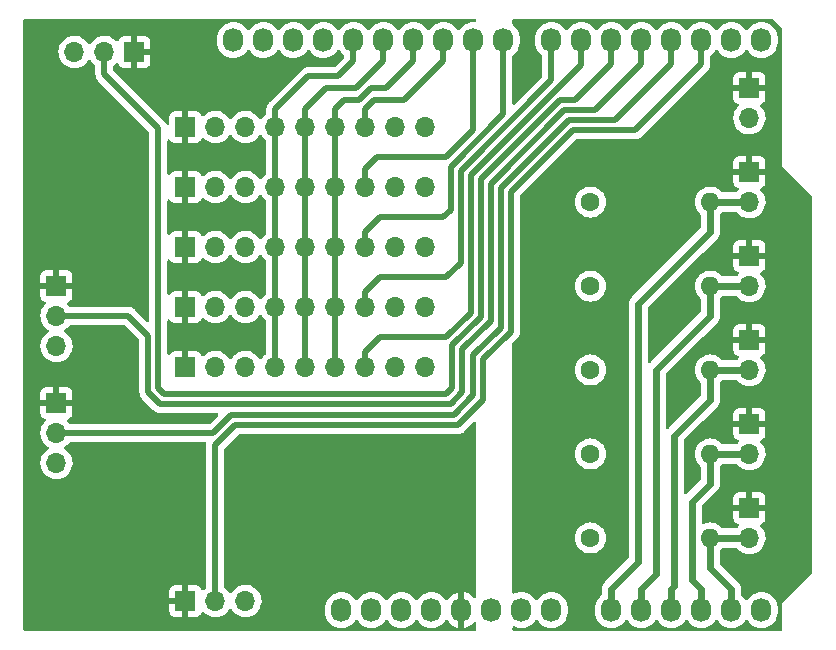
<source format=gbr>
%TF.GenerationSoftware,KiCad,Pcbnew,6.0.1*%
%TF.CreationDate,2022-02-15T15:15:00-07:00*%
%TF.ProjectId,aerogel_shield,6165726f-6765-46c5-9f73-6869656c642e,rev?*%
%TF.SameCoordinates,Original*%
%TF.FileFunction,Copper,L1,Top*%
%TF.FilePolarity,Positive*%
%FSLAX46Y46*%
G04 Gerber Fmt 4.6, Leading zero omitted, Abs format (unit mm)*
G04 Created by KiCad (PCBNEW 6.0.1) date 2022-02-15 15:15:00*
%MOMM*%
%LPD*%
G01*
G04 APERTURE LIST*
%TA.AperFunction,ComponentPad*%
%ADD10O,1.727200X2.032000*%
%TD*%
%TA.AperFunction,ComponentPad*%
%ADD11R,1.700000X1.700000*%
%TD*%
%TA.AperFunction,ComponentPad*%
%ADD12O,1.700000X1.700000*%
%TD*%
%TA.AperFunction,ComponentPad*%
%ADD13C,1.600000*%
%TD*%
%TA.AperFunction,ComponentPad*%
%ADD14O,1.600000X1.600000*%
%TD*%
%TA.AperFunction,Conductor*%
%ADD15C,0.500000*%
%TD*%
%TA.AperFunction,Conductor*%
%ADD16C,0.600000*%
%TD*%
G04 APERTURE END LIST*
D10*
%TO.P,Digital,1,Pin_1*%
%TO.N,unconnected-(P1-Pad1)*%
X138938000Y-123825000D03*
%TO.P,Digital,2,Pin_2*%
%TO.N,/IOREF*%
X141478000Y-123825000D03*
%TO.P,Digital,3,Pin_3*%
%TO.N,/Reset*%
X144018000Y-123825000D03*
%TO.P,Digital,4,Pin_4*%
%TO.N,+3V3*%
X146558000Y-123825000D03*
%TO.P,Digital,5,Pin_5*%
%TO.N,+5V*%
X149098000Y-123825000D03*
%TO.P,Digital,6,Pin_6*%
%TO.N,GND*%
X151638000Y-123825000D03*
%TO.P,Digital,7,Pin_7*%
X154178000Y-123825000D03*
%TO.P,Digital,8,Pin_8*%
%TO.N,/Vin*%
X156718000Y-123825000D03*
%TD*%
%TO.P,Analog,1,Pin_1*%
%TO.N,/A0*%
X161798000Y-123825000D03*
%TO.P,Analog,2,Pin_2*%
%TO.N,/A1*%
X164338000Y-123825000D03*
%TO.P,Analog,3,Pin_3*%
%TO.N,/A2*%
X166878000Y-123825000D03*
%TO.P,Analog,4,Pin_4*%
%TO.N,/A3*%
X169418000Y-123825000D03*
%TO.P,Analog,5,Pin_5*%
%TO.N,/A4(SDA)*%
X171958000Y-123825000D03*
%TO.P,Analog,6,Pin_6*%
%TO.N,/A5(SCL)*%
X174498000Y-123825000D03*
%TD*%
%TO.P,Digital,1,Pin_1*%
%TO.N,/A5(SCL)*%
X129794000Y-75565000D03*
%TO.P,Digital,2,Pin_2*%
%TO.N,/A4(SDA)*%
X132334000Y-75565000D03*
%TO.P,Digital,3,Pin_3*%
%TO.N,/AREF*%
X134874000Y-75565000D03*
%TO.P,Digital,4,Pin_4*%
%TO.N,GND*%
X137414000Y-75565000D03*
%TO.P,Digital,5,Pin_5*%
%TO.N,/13(SCK)*%
X139954000Y-75565000D03*
%TO.P,Digital,6,Pin_6*%
%TO.N,/12(MISO)*%
X142494000Y-75565000D03*
%TO.P,Digital,7,Pin_7*%
%TO.N,/11(\u002A\u002A{slash}MOSI)*%
X145034000Y-75565000D03*
%TO.P,Digital,8,Pin_8*%
%TO.N,/10(\u002A\u002A{slash}SS)*%
X147574000Y-75565000D03*
%TO.P,Digital,9,Pin_9*%
%TO.N,/9(\u002A\u002A)*%
X150114000Y-75565000D03*
%TO.P,Digital,10,Pin_10*%
%TO.N,/8*%
X152654000Y-75565000D03*
%TD*%
%TO.P,Digital,1,Pin_1*%
%TO.N,/7*%
X156718000Y-75565000D03*
%TO.P,Digital,2,Pin_2*%
%TO.N,/6(\u002A\u002A)*%
X159258000Y-75565000D03*
%TO.P,Digital,3,Pin_3*%
%TO.N,/5(\u002A\u002A)*%
X161798000Y-75565000D03*
%TO.P,Digital,4,Pin_4*%
%TO.N,/4*%
X164338000Y-75565000D03*
%TO.P,Digital,5,Pin_5*%
%TO.N,/3(\u002A\u002A)*%
X166878000Y-75565000D03*
%TO.P,Digital,6,Pin_6*%
%TO.N,/2*%
X169418000Y-75565000D03*
%TO.P,Digital,7,Pin_7*%
%TO.N,/1(Tx)*%
X171958000Y-75565000D03*
%TO.P,Digital,8,Pin_8*%
%TO.N,/0(Rx)*%
X174498000Y-75565000D03*
%TD*%
D11*
%TO.P,T3,1,Pin_1*%
%TO.N,+5V*%
X125730000Y-93091000D03*
D12*
%TO.P,T3,2,Pin_2*%
%TO.N,unconnected-(J8-Pad2)*%
X128270000Y-93091000D03*
%TO.P,T3,3,Pin_3*%
%TO.N,GND*%
X130810000Y-93091000D03*
%TO.P,T3,4,Pin_4*%
%TO.N,/13(SCK)*%
X133350000Y-93091000D03*
%TO.P,T3,5,Pin_5*%
%TO.N,/12(MISO)*%
X135890000Y-93091000D03*
%TO.P,T3,6,Pin_6*%
%TO.N,/11(\u002A\u002A{slash}MOSI)*%
X138430000Y-93091000D03*
%TO.P,T3,7,Pin_7*%
%TO.N,/8*%
X140970000Y-93091000D03*
%TO.P,T3,8,Pin_8*%
%TO.N,unconnected-(J8-Pad8)*%
X143510000Y-93091000D03*
%TO.P,T3,9,Pin_9*%
%TO.N,unconnected-(J8-Pad9)*%
X146050000Y-93091000D03*
%TD*%
D11*
%TO.P,Y1,1,Pin_1*%
%TO.N,+5V*%
X121412000Y-76581000D03*
D12*
%TO.P,Y1,2,Pin_2*%
%TO.N,/5(\u002A\u002A)*%
X118872000Y-76581000D03*
%TO.P,Y1,3,Pin_3*%
%TO.N,GND*%
X116332000Y-76581000D03*
%TD*%
D11*
%TO.P,Y4,1,Pin_1*%
%TO.N,+5V*%
X125730000Y-123063000D03*
D12*
%TO.P,Y4,2,Pin_2*%
%TO.N,/2*%
X128270000Y-123063000D03*
%TO.P,Y4,3,Pin_3*%
%TO.N,GND*%
X130810000Y-123063000D03*
%TD*%
D11*
%TO.P,P5,1,Pin_1*%
%TO.N,+12V*%
X173482000Y-86746000D03*
D12*
%TO.P,P5,2,Pin_2*%
%TO.N,/A0*%
X173482000Y-89286000D03*
%TD*%
D11*
%TO.P,T2,1,Pin_1*%
%TO.N,+5V*%
X125730000Y-88011000D03*
D12*
%TO.P,T2,2,Pin_2*%
%TO.N,unconnected-(J7-Pad2)*%
X128270000Y-88011000D03*
%TO.P,T2,3,Pin_3*%
%TO.N,GND*%
X130810000Y-88011000D03*
%TO.P,T2,4,Pin_4*%
%TO.N,/13(SCK)*%
X133350000Y-88011000D03*
%TO.P,T2,5,Pin_5*%
%TO.N,/12(MISO)*%
X135890000Y-88011000D03*
%TO.P,T2,6,Pin_6*%
%TO.N,/11(\u002A\u002A{slash}MOSI)*%
X138430000Y-88011000D03*
%TO.P,T2,7,Pin_7*%
%TO.N,/9(\u002A\u002A)*%
X140970000Y-88011000D03*
%TO.P,T2,8,Pin_8*%
%TO.N,unconnected-(J7-Pad8)*%
X143510000Y-88011000D03*
%TO.P,T2,9,Pin_9*%
%TO.N,unconnected-(J7-Pad9)*%
X146050000Y-88011000D03*
%TD*%
D11*
%TO.P,P4,1,Pin_1*%
%TO.N,+12V*%
X173482000Y-93858000D03*
D12*
%TO.P,P4,2,Pin_2*%
%TO.N,/A1*%
X173482000Y-96398000D03*
%TD*%
D11*
%TO.P,T4,1,Pin_1*%
%TO.N,+5V*%
X125730000Y-98171000D03*
D12*
%TO.P,T4,2,Pin_2*%
%TO.N,unconnected-(J10-Pad2)*%
X128270000Y-98171000D03*
%TO.P,T4,3,Pin_3*%
%TO.N,GND*%
X130810000Y-98171000D03*
%TO.P,T4,4,Pin_4*%
%TO.N,/13(SCK)*%
X133350000Y-98171000D03*
%TO.P,T4,5,Pin_5*%
%TO.N,/12(MISO)*%
X135890000Y-98171000D03*
%TO.P,T4,6,Pin_6*%
%TO.N,/11(\u002A\u002A{slash}MOSI)*%
X138430000Y-98171000D03*
%TO.P,T4,7,Pin_7*%
%TO.N,/7*%
X140970000Y-98171000D03*
%TO.P,T4,8,Pin_8*%
%TO.N,unconnected-(J10-Pad8)*%
X143510000Y-98171000D03*
%TO.P,T4,9,Pin_9*%
%TO.N,unconnected-(J10-Pad9)*%
X146050000Y-98171000D03*
%TD*%
D11*
%TO.P,P2,1,Pin_1*%
%TO.N,+12V*%
X173482000Y-108077000D03*
D12*
%TO.P,P2,2,Pin_2*%
%TO.N,/A3*%
X173482000Y-110617000D03*
%TD*%
D11*
%TO.P,Y3,1,Pin_1*%
%TO.N,+5V*%
X114808000Y-106299000D03*
D12*
%TO.P,Y3,2,Pin_2*%
%TO.N,/3(\u002A\u002A)*%
X114808000Y-108839000D03*
%TO.P,Y3,3,Pin_3*%
%TO.N,GND*%
X114808000Y-111379000D03*
%TD*%
D11*
%TO.P,P1,1,Pin_1*%
%TO.N,+12V*%
X173482000Y-115189000D03*
D12*
%TO.P,P1,2,Pin_2*%
%TO.N,/A4(SDA)*%
X173482000Y-117729000D03*
%TD*%
D13*
%TO.P,R5,1*%
%TO.N,GND*%
X160020000Y-117729000D03*
D14*
%TO.P,R5,2*%
%TO.N,/A4(SDA)*%
X170180000Y-117729000D03*
%TD*%
D11*
%TO.P,Y2,1,Pin_1*%
%TO.N,+5V*%
X114808000Y-96393000D03*
D12*
%TO.P,Y2,2,Pin_2*%
%TO.N,/4*%
X114808000Y-98933000D03*
%TO.P,Y2,3,Pin_3*%
%TO.N,GND*%
X114808000Y-101473000D03*
%TD*%
D11*
%TO.P,P3,1,Pin_1*%
%TO.N,+12V*%
X173482000Y-100965000D03*
D12*
%TO.P,P3,2,Pin_2*%
%TO.N,/A2*%
X173482000Y-103505000D03*
%TD*%
D13*
%TO.P,R4,1*%
%TO.N,GND*%
X160020000Y-110617000D03*
D14*
%TO.P,R4,2*%
%TO.N,/A3*%
X170180000Y-110617000D03*
%TD*%
D13*
%TO.P,R3,1*%
%TO.N,GND*%
X160020000Y-103505000D03*
D14*
%TO.P,R3,2*%
%TO.N,/A2*%
X170180000Y-103505000D03*
%TD*%
D13*
%TO.P,R2,1*%
%TO.N,GND*%
X160020000Y-96403000D03*
D14*
%TO.P,R2,2*%
%TO.N,/A1*%
X170180000Y-96403000D03*
%TD*%
D11*
%TO.P,T1,1,Pin_1*%
%TO.N,+5V*%
X125730000Y-82931000D03*
D12*
%TO.P,T1,2,Pin_2*%
%TO.N,unconnected-(J4-Pad2)*%
X128270000Y-82931000D03*
%TO.P,T1,3,Pin_3*%
%TO.N,GND*%
X130810000Y-82931000D03*
%TO.P,T1,4,Pin_4*%
%TO.N,/13(SCK)*%
X133350000Y-82931000D03*
%TO.P,T1,5,Pin_5*%
%TO.N,/12(MISO)*%
X135890000Y-82931000D03*
%TO.P,T1,6,Pin_6*%
%TO.N,/11(\u002A\u002A{slash}MOSI)*%
X138430000Y-82931000D03*
%TO.P,T1,7,Pin_7*%
%TO.N,/10(\u002A\u002A{slash}SS)*%
X140970000Y-82931000D03*
%TO.P,T1,8,Pin_8*%
%TO.N,unconnected-(J4-Pad8)*%
X143510000Y-82931000D03*
%TO.P,T1,9,Pin_9*%
%TO.N,unconnected-(J4-Pad9)*%
X146050000Y-82931000D03*
%TD*%
D13*
%TO.P,R1,1*%
%TO.N,GND*%
X160020000Y-89286000D03*
D14*
%TO.P,R1,2*%
%TO.N,/A0*%
X170180000Y-89286000D03*
%TD*%
D11*
%TO.P,T5,1,Pin_1*%
%TO.N,+5V*%
X125730000Y-103251000D03*
D12*
%TO.P,T5,2,Pin_2*%
%TO.N,unconnected-(J11-Pad2)*%
X128270000Y-103251000D03*
%TO.P,T5,3,Pin_3*%
%TO.N,GND*%
X130810000Y-103251000D03*
%TO.P,T5,4,Pin_4*%
%TO.N,/13(SCK)*%
X133350000Y-103251000D03*
%TO.P,T5,5,Pin_5*%
%TO.N,/12(MISO)*%
X135890000Y-103251000D03*
%TO.P,T5,6,Pin_6*%
%TO.N,/11(\u002A\u002A{slash}MOSI)*%
X138430000Y-103251000D03*
%TO.P,T5,7,Pin_7*%
%TO.N,/6(\u002A\u002A)*%
X140970000Y-103251000D03*
%TO.P,T5,8,Pin_8*%
%TO.N,unconnected-(J11-Pad8)*%
X143510000Y-103251000D03*
%TO.P,T5,9,Pin_9*%
%TO.N,unconnected-(J11-Pad9)*%
X146050000Y-103251000D03*
%TD*%
D11*
%TO.P,12V,1,Pin_1*%
%TO.N,+12V*%
X173482000Y-79639000D03*
D12*
%TO.P,12V,2,Pin_2*%
%TO.N,GND*%
X173482000Y-82179000D03*
%TD*%
D15*
%TO.N,/12(MISO)*%
X135890000Y-82931000D02*
X135890000Y-81407000D01*
X137668000Y-79629000D02*
X140208000Y-79629000D01*
X135890000Y-81407000D02*
X137668000Y-79629000D01*
X140208000Y-79629000D02*
X142494000Y-77343000D01*
X142494000Y-77343000D02*
X142494000Y-75565000D01*
%TO.N,/11(\u002A\u002A{slash}MOSI)*%
X138430000Y-82931000D02*
X138430000Y-81407000D01*
X142748000Y-79629000D02*
X145034000Y-77343000D01*
X138430000Y-81407000D02*
X139192000Y-80645000D01*
X139192000Y-80645000D02*
X140462000Y-80645000D01*
X141478000Y-79629000D02*
X142748000Y-79629000D01*
X140462000Y-80645000D02*
X141478000Y-79629000D01*
X145034000Y-77343000D02*
X145034000Y-75565000D01*
%TO.N,/10(\u002A\u002A{slash}SS)*%
X140970000Y-82931000D02*
X140970000Y-81407000D01*
X140970000Y-81407000D02*
X141732000Y-80645000D01*
X141732000Y-80645000D02*
X144272000Y-80645000D01*
X144272000Y-80645000D02*
X147574000Y-77343000D01*
X147574000Y-77343000D02*
X147574000Y-75565000D01*
%TO.N,/13(SCK)*%
X133350000Y-82931000D02*
X133350000Y-81407000D01*
X133350000Y-81407000D02*
X136144000Y-78613000D01*
X136144000Y-78613000D02*
X138684000Y-78613000D01*
X138684000Y-78613000D02*
X139954000Y-77343000D01*
X139954000Y-77343000D02*
X139954000Y-75565000D01*
%TO.N,/5(\u002A\u002A)*%
X118872000Y-76581000D02*
X118872000Y-78486000D01*
X118872000Y-78486000D02*
X123444000Y-83058000D01*
X123444000Y-105029000D02*
X123952000Y-105537000D01*
X150728443Y-87376165D02*
X157459608Y-80645000D01*
X157459608Y-80645000D02*
X158750000Y-80645000D01*
X123444000Y-83058000D02*
X123444000Y-105029000D01*
X123952000Y-105537000D02*
X147828000Y-105537000D01*
X147828000Y-105537000D02*
X148336000Y-105029000D01*
X148336000Y-105029000D02*
X148336000Y-101404402D01*
X148336000Y-101404402D02*
X150728443Y-99011959D01*
X150728443Y-99011959D02*
X150728443Y-87376165D01*
X158750000Y-80645000D02*
X161798000Y-77597000D01*
X161798000Y-77597000D02*
X161798000Y-75565000D01*
%TO.N,/2*%
X128270000Y-123063000D02*
X128270000Y-109855000D01*
X128270000Y-109855000D02*
X129960481Y-108164519D01*
X129960481Y-108164519D02*
X148804687Y-108164519D01*
X163821274Y-83193726D02*
X169418000Y-77597000D01*
X148804687Y-108164519D02*
X150963520Y-106005686D01*
X150963520Y-106005686D02*
X150963520Y-102586882D01*
X150963520Y-102586882D02*
X153277003Y-100273399D01*
X153277003Y-100273399D02*
X153277003Y-88431811D01*
X153277003Y-88431811D02*
X158515088Y-83193726D01*
X158515088Y-83193726D02*
X163821274Y-83193726D01*
X169418000Y-77597000D02*
X169418000Y-75565000D01*
%TO.N,/3(\u002A\u002A)*%
X114808000Y-108839000D02*
X128084598Y-108839000D01*
X162130794Y-82344206D02*
X166878000Y-77597000D01*
X128084598Y-108839000D02*
X129608598Y-107315000D01*
X129608598Y-107315000D02*
X148452804Y-107315000D01*
X148452804Y-107315000D02*
X150114000Y-105653804D01*
X150114000Y-105653804D02*
X150114000Y-102235000D01*
X150114000Y-102235000D02*
X152427483Y-99921517D01*
X152427483Y-99921517D02*
X152427483Y-88079929D01*
X152427483Y-88079929D02*
X158163206Y-82344206D01*
X158163206Y-82344206D02*
X162130794Y-82344206D01*
X166878000Y-77597000D02*
X166878000Y-75565000D01*
%TO.N,/4*%
X114808000Y-98933000D02*
X120904000Y-98933000D01*
X120904000Y-98933000D02*
X122594480Y-100623480D01*
X122594480Y-100623480D02*
X122594481Y-105380883D01*
X122594481Y-105380883D02*
X123600117Y-106386519D01*
X123600117Y-106386519D02*
X148179883Y-106386519D01*
X148179883Y-106386519D02*
X149185520Y-105380882D01*
X149185520Y-105380882D02*
X149185520Y-101756284D01*
X149185520Y-101756284D02*
X151577963Y-99363841D01*
X151577963Y-99363841D02*
X151577963Y-87728047D01*
X151577963Y-87728047D02*
X157811490Y-81494520D01*
X157811490Y-81494520D02*
X160440480Y-81494520D01*
X160440480Y-81494520D02*
X164338000Y-77597000D01*
X164338000Y-77597000D02*
X164338000Y-75565000D01*
%TO.N,/6(\u002A\u002A)*%
X140970000Y-103251000D02*
X140970000Y-101981000D01*
X149878923Y-98660077D02*
X149878923Y-87024283D01*
X140970000Y-101981000D02*
X142240000Y-100711000D01*
X142240000Y-100711000D02*
X147828000Y-100711000D01*
X147828000Y-100711000D02*
X149878923Y-98660077D01*
X149878923Y-87024283D02*
X159258000Y-77645206D01*
X159258000Y-77645206D02*
X159258000Y-75565000D01*
%TO.N,/7*%
X140970000Y-98171000D02*
X140970000Y-96901000D01*
X140970000Y-96901000D02*
X142240000Y-95631000D01*
X142240000Y-95631000D02*
X147828000Y-95631000D01*
X147828000Y-95631000D02*
X149029403Y-94429597D01*
X149029403Y-94429597D02*
X149029404Y-86672400D01*
X149029404Y-86672400D02*
X156718000Y-78983804D01*
X156718000Y-78983804D02*
X156718000Y-75565000D01*
%TO.N,/8*%
X140970000Y-93091000D02*
X140970000Y-91821000D01*
X140970000Y-91821000D02*
X142240000Y-90551000D01*
X142240000Y-90551000D02*
X147574000Y-90551000D01*
X152654000Y-81846402D02*
X152654000Y-75565000D01*
X147574000Y-90551000D02*
X148179883Y-89945117D01*
X148179883Y-89945117D02*
X148179883Y-86320519D01*
X148179883Y-86320519D02*
X152654000Y-81846402D01*
%TO.N,/13(SCK)*%
X133350000Y-98171000D02*
X133350000Y-103251000D01*
X133350000Y-93091000D02*
X133350000Y-98171000D01*
X133350000Y-88011000D02*
X133350000Y-93091000D01*
X133350000Y-82931000D02*
X133350000Y-88011000D01*
%TO.N,/12(MISO)*%
X135890000Y-88011000D02*
X135890000Y-93091000D01*
X135890000Y-82931000D02*
X135890000Y-88011000D01*
X135890000Y-98171000D02*
X135890000Y-93091000D01*
X135890000Y-103251000D02*
X135890000Y-98171000D01*
%TO.N,/11(\u002A\u002A{slash}MOSI)*%
X138430000Y-103251000D02*
X138430000Y-98171000D01*
X138430000Y-98171000D02*
X138430000Y-93091000D01*
X138430000Y-93091000D02*
X138430000Y-88011000D01*
X138430000Y-88011000D02*
X138430000Y-82931000D01*
%TO.N,/9(\u002A\u002A)*%
X140970000Y-88011000D02*
X140970000Y-86487000D01*
X147828000Y-85471000D02*
X150114000Y-83185000D01*
X150114000Y-83185000D02*
X150114000Y-75565000D01*
X140970000Y-86487000D02*
X141986000Y-85471000D01*
X141986000Y-85471000D02*
X147828000Y-85471000D01*
D16*
%TO.N,/A0*%
X161798000Y-122047000D02*
X161798000Y-123825000D01*
X170180000Y-91821000D02*
X164084000Y-97917000D01*
X170180000Y-89286000D02*
X170180000Y-91821000D01*
X173482000Y-89286000D02*
X170180000Y-89286000D01*
X164084000Y-97917000D02*
X164084000Y-119761000D01*
X164084000Y-119761000D02*
X161798000Y-122047000D01*
%TO.N,/A1*%
X170180000Y-98933000D02*
X165608000Y-103505000D01*
X165608000Y-120777000D02*
X164338000Y-122047000D01*
X165608000Y-103505000D02*
X165608000Y-120777000D01*
X170180000Y-96403000D02*
X170180000Y-98933000D01*
X164338000Y-122047000D02*
X164338000Y-123825000D01*
X170185000Y-96398000D02*
X170180000Y-96403000D01*
X173482000Y-96398000D02*
X170185000Y-96398000D01*
%TO.N,/A2*%
X167132000Y-121793000D02*
X166878000Y-122047000D01*
X170180000Y-106045000D02*
X167132000Y-109093000D01*
X170180000Y-103505000D02*
X170180000Y-106045000D01*
X173482000Y-103505000D02*
X170180000Y-103505000D01*
X166878000Y-122047000D02*
X166878000Y-123825000D01*
X167132000Y-109093000D02*
X167132000Y-121793000D01*
%TO.N,/A3*%
X168656000Y-121285000D02*
X168656000Y-114649250D01*
X168656000Y-114649250D02*
X170180000Y-113125250D01*
X169418000Y-122047000D02*
X168656000Y-121285000D01*
X170180000Y-113125250D02*
X170180000Y-110617000D01*
X173482000Y-110617000D02*
X170180000Y-110617000D01*
X169418000Y-123825000D02*
X169418000Y-122047000D01*
%TO.N,/A4(SDA)*%
X170180000Y-120269000D02*
X170180000Y-117729000D01*
X171958000Y-122047000D02*
X170180000Y-120269000D01*
X171958000Y-123825000D02*
X171958000Y-122047000D01*
X173482000Y-117729000D02*
X170180000Y-117729000D01*
%TO.N,+12V*%
X173482000Y-86746000D02*
X173482000Y-86751000D01*
%TD*%
%TA.AperFunction,Conductor*%
%TO.N,+5V*%
G36*
X129842331Y-73797948D02*
G01*
X129862455Y-73788488D01*
X129881761Y-73787000D01*
X132345046Y-73787000D01*
X132382331Y-73797948D01*
X132402455Y-73788488D01*
X132421761Y-73787000D01*
X134885046Y-73787000D01*
X134922331Y-73797948D01*
X134942455Y-73788488D01*
X134961761Y-73787000D01*
X137425046Y-73787000D01*
X137462331Y-73797948D01*
X137482455Y-73788488D01*
X137501761Y-73787000D01*
X139965046Y-73787000D01*
X140002331Y-73797948D01*
X140022455Y-73788488D01*
X140041761Y-73787000D01*
X142505046Y-73787000D01*
X142542331Y-73797948D01*
X142562455Y-73788488D01*
X142581761Y-73787000D01*
X145045046Y-73787000D01*
X145082331Y-73797948D01*
X145102455Y-73788488D01*
X145121761Y-73787000D01*
X147585046Y-73787000D01*
X147622331Y-73797948D01*
X147642455Y-73788488D01*
X147661761Y-73787000D01*
X150125046Y-73787000D01*
X150162332Y-73797948D01*
X150182456Y-73788488D01*
X150201762Y-73787000D01*
X150242000Y-73787000D01*
X150310121Y-73807002D01*
X150356614Y-73860658D01*
X150368000Y-73913000D01*
X150368000Y-73918333D01*
X150347998Y-73986454D01*
X150294342Y-74032947D01*
X150225445Y-74043241D01*
X150185207Y-74037908D01*
X150166919Y-74029799D01*
X150160544Y-74033896D01*
X150129773Y-74038911D01*
X149946178Y-74045803D01*
X149863474Y-74063156D01*
X149723514Y-74092523D01*
X149723511Y-74092524D01*
X149718287Y-74093620D01*
X149501710Y-74179150D01*
X149302641Y-74299949D01*
X149126770Y-74452561D01*
X149123387Y-74456687D01*
X149123383Y-74456691D01*
X149050262Y-74545869D01*
X148979128Y-74632624D01*
X148976489Y-74637260D01*
X148976487Y-74637263D01*
X148953155Y-74678252D01*
X148902073Y-74727558D01*
X148832442Y-74741420D01*
X148766371Y-74715437D01*
X148739133Y-74686287D01*
X148650176Y-74554155D01*
X148647196Y-74549728D01*
X148486468Y-74381242D01*
X148299650Y-74242246D01*
X148175549Y-74179150D01*
X148096842Y-74139133D01*
X148096841Y-74139133D01*
X148092084Y-74136714D01*
X147953299Y-74093620D01*
X147874807Y-74069247D01*
X147874801Y-74069246D01*
X147869704Y-74067663D01*
X147645206Y-74037908D01*
X147626919Y-74029799D01*
X147620544Y-74033896D01*
X147589773Y-74038911D01*
X147406178Y-74045803D01*
X147323474Y-74063156D01*
X147183514Y-74092523D01*
X147183511Y-74092524D01*
X147178287Y-74093620D01*
X146961710Y-74179150D01*
X146762641Y-74299949D01*
X146586770Y-74452561D01*
X146583387Y-74456687D01*
X146583383Y-74456691D01*
X146510262Y-74545869D01*
X146439128Y-74632624D01*
X146436489Y-74637260D01*
X146436487Y-74637263D01*
X146413155Y-74678252D01*
X146362073Y-74727558D01*
X146292442Y-74741420D01*
X146226371Y-74715437D01*
X146199133Y-74686287D01*
X146110176Y-74554155D01*
X146107196Y-74549728D01*
X145946468Y-74381242D01*
X145759650Y-74242246D01*
X145635549Y-74179150D01*
X145556842Y-74139133D01*
X145556841Y-74139133D01*
X145552084Y-74136714D01*
X145413299Y-74093620D01*
X145334807Y-74069247D01*
X145334801Y-74069246D01*
X145329704Y-74067663D01*
X145105206Y-74037908D01*
X145086919Y-74029799D01*
X145080544Y-74033896D01*
X145049773Y-74038911D01*
X144866178Y-74045803D01*
X144783474Y-74063156D01*
X144643514Y-74092523D01*
X144643511Y-74092524D01*
X144638287Y-74093620D01*
X144421710Y-74179150D01*
X144222641Y-74299949D01*
X144046770Y-74452561D01*
X144043387Y-74456687D01*
X144043383Y-74456691D01*
X143970262Y-74545869D01*
X143899128Y-74632624D01*
X143896489Y-74637260D01*
X143896487Y-74637263D01*
X143873155Y-74678252D01*
X143822073Y-74727558D01*
X143752442Y-74741420D01*
X143686371Y-74715437D01*
X143659133Y-74686287D01*
X143570176Y-74554155D01*
X143567196Y-74549728D01*
X143406468Y-74381242D01*
X143219650Y-74242246D01*
X143095549Y-74179150D01*
X143016842Y-74139133D01*
X143016841Y-74139133D01*
X143012084Y-74136714D01*
X142873299Y-74093620D01*
X142794807Y-74069247D01*
X142794801Y-74069246D01*
X142789704Y-74067663D01*
X142565206Y-74037908D01*
X142546919Y-74029799D01*
X142540544Y-74033896D01*
X142509773Y-74038911D01*
X142326178Y-74045803D01*
X142243474Y-74063156D01*
X142103514Y-74092523D01*
X142103511Y-74092524D01*
X142098287Y-74093620D01*
X141881710Y-74179150D01*
X141682641Y-74299949D01*
X141506770Y-74452561D01*
X141503387Y-74456687D01*
X141503383Y-74456691D01*
X141430262Y-74545869D01*
X141359128Y-74632624D01*
X141356489Y-74637260D01*
X141356487Y-74637263D01*
X141333155Y-74678252D01*
X141282073Y-74727558D01*
X141212442Y-74741420D01*
X141146371Y-74715437D01*
X141119133Y-74686287D01*
X141030176Y-74554155D01*
X141027196Y-74549728D01*
X140866468Y-74381242D01*
X140679650Y-74242246D01*
X140555549Y-74179150D01*
X140476842Y-74139133D01*
X140476841Y-74139133D01*
X140472084Y-74136714D01*
X140333299Y-74093620D01*
X140254807Y-74069247D01*
X140254801Y-74069246D01*
X140249704Y-74067663D01*
X140025206Y-74037908D01*
X140006919Y-74029799D01*
X140000544Y-74033896D01*
X139969773Y-74038911D01*
X139786178Y-74045803D01*
X139703474Y-74063156D01*
X139563514Y-74092523D01*
X139563511Y-74092524D01*
X139558287Y-74093620D01*
X139341710Y-74179150D01*
X139142641Y-74299949D01*
X138966770Y-74452561D01*
X138963387Y-74456687D01*
X138963383Y-74456691D01*
X138890262Y-74545869D01*
X138819128Y-74632624D01*
X138816489Y-74637260D01*
X138816487Y-74637263D01*
X138793155Y-74678252D01*
X138742073Y-74727558D01*
X138672442Y-74741420D01*
X138606371Y-74715437D01*
X138579133Y-74686287D01*
X138490176Y-74554155D01*
X138487196Y-74549728D01*
X138326468Y-74381242D01*
X138139650Y-74242246D01*
X138015549Y-74179150D01*
X137936842Y-74139133D01*
X137936841Y-74139133D01*
X137932084Y-74136714D01*
X137793299Y-74093620D01*
X137714807Y-74069247D01*
X137714801Y-74069246D01*
X137709704Y-74067663D01*
X137485206Y-74037908D01*
X137466919Y-74029799D01*
X137460544Y-74033896D01*
X137429773Y-74038911D01*
X137246178Y-74045803D01*
X137163474Y-74063156D01*
X137023514Y-74092523D01*
X137023511Y-74092524D01*
X137018287Y-74093620D01*
X136801710Y-74179150D01*
X136602641Y-74299949D01*
X136426770Y-74452561D01*
X136423387Y-74456687D01*
X136423383Y-74456691D01*
X136350262Y-74545869D01*
X136279128Y-74632624D01*
X136276489Y-74637260D01*
X136276487Y-74637263D01*
X136253155Y-74678252D01*
X136202073Y-74727558D01*
X136132442Y-74741420D01*
X136066371Y-74715437D01*
X136039133Y-74686287D01*
X135950176Y-74554155D01*
X135947196Y-74549728D01*
X135786468Y-74381242D01*
X135599650Y-74242246D01*
X135475549Y-74179150D01*
X135396842Y-74139133D01*
X135396841Y-74139133D01*
X135392084Y-74136714D01*
X135253299Y-74093620D01*
X135174807Y-74069247D01*
X135174801Y-74069246D01*
X135169704Y-74067663D01*
X134945206Y-74037908D01*
X134926919Y-74029799D01*
X134920544Y-74033896D01*
X134889773Y-74038911D01*
X134706178Y-74045803D01*
X134623474Y-74063156D01*
X134483514Y-74092523D01*
X134483511Y-74092524D01*
X134478287Y-74093620D01*
X134261710Y-74179150D01*
X134062641Y-74299949D01*
X133886770Y-74452561D01*
X133883387Y-74456687D01*
X133883383Y-74456691D01*
X133810262Y-74545869D01*
X133739128Y-74632624D01*
X133736489Y-74637260D01*
X133736487Y-74637263D01*
X133713155Y-74678252D01*
X133662073Y-74727558D01*
X133592442Y-74741420D01*
X133526371Y-74715437D01*
X133499133Y-74686287D01*
X133410176Y-74554155D01*
X133407196Y-74549728D01*
X133246468Y-74381242D01*
X133059650Y-74242246D01*
X132935549Y-74179150D01*
X132856842Y-74139133D01*
X132856841Y-74139133D01*
X132852084Y-74136714D01*
X132713299Y-74093620D01*
X132634807Y-74069247D01*
X132634801Y-74069246D01*
X132629704Y-74067663D01*
X132405206Y-74037908D01*
X132386919Y-74029799D01*
X132380544Y-74033896D01*
X132349773Y-74038911D01*
X132166178Y-74045803D01*
X132083474Y-74063156D01*
X131943514Y-74092523D01*
X131943511Y-74092524D01*
X131938287Y-74093620D01*
X131721710Y-74179150D01*
X131522641Y-74299949D01*
X131346770Y-74452561D01*
X131343387Y-74456687D01*
X131343383Y-74456691D01*
X131270262Y-74545869D01*
X131199128Y-74632624D01*
X131196489Y-74637260D01*
X131196487Y-74637263D01*
X131173155Y-74678252D01*
X131122073Y-74727558D01*
X131052442Y-74741420D01*
X130986371Y-74715437D01*
X130959133Y-74686287D01*
X130870176Y-74554155D01*
X130867196Y-74549728D01*
X130706468Y-74381242D01*
X130519650Y-74242246D01*
X130395549Y-74179150D01*
X130316842Y-74139133D01*
X130316841Y-74139133D01*
X130312084Y-74136714D01*
X130173299Y-74093620D01*
X130094807Y-74069247D01*
X130094801Y-74069246D01*
X130089704Y-74067663D01*
X129865206Y-74037908D01*
X129846919Y-74029799D01*
X129840544Y-74033896D01*
X129809773Y-74038911D01*
X129626178Y-74045803D01*
X129543474Y-74063156D01*
X129403514Y-74092523D01*
X129403511Y-74092524D01*
X129398287Y-74093620D01*
X129181710Y-74179150D01*
X128982641Y-74299949D01*
X128806770Y-74452561D01*
X128803387Y-74456687D01*
X128803383Y-74456691D01*
X128730262Y-74545869D01*
X128659128Y-74632624D01*
X128656489Y-74637260D01*
X128656487Y-74637263D01*
X128560597Y-74805719D01*
X128543935Y-74834989D01*
X128542114Y-74840005D01*
X128542112Y-74840010D01*
X128500302Y-74955194D01*
X128464485Y-75053869D01*
X128423050Y-75283007D01*
X128421900Y-75307394D01*
X128421900Y-75775868D01*
X128422125Y-75778517D01*
X128435559Y-75936840D01*
X128436626Y-75949420D01*
X128437964Y-75954577D01*
X128437965Y-75954580D01*
X128486533Y-76141702D01*
X128495125Y-76174806D01*
X128590762Y-76387113D01*
X128720804Y-76580272D01*
X128881532Y-76748758D01*
X129068350Y-76887754D01*
X129073102Y-76890170D01*
X129196310Y-76952812D01*
X129275916Y-76993286D01*
X129387106Y-77027811D01*
X129493193Y-77060753D01*
X129493199Y-77060754D01*
X129498296Y-77062337D01*
X129607433Y-77076802D01*
X129723848Y-77092232D01*
X129723852Y-77092232D01*
X129729132Y-77092932D01*
X129734462Y-77092732D01*
X129734463Y-77092732D01*
X129845477Y-77088564D01*
X129961822Y-77084197D01*
X130044526Y-77066844D01*
X130184486Y-77037477D01*
X130184489Y-77037476D01*
X130189713Y-77036380D01*
X130406290Y-76950850D01*
X130605359Y-76830051D01*
X130609389Y-76826554D01*
X130777197Y-76680939D01*
X130777199Y-76680937D01*
X130781230Y-76677439D01*
X130784613Y-76673313D01*
X130784617Y-76673309D01*
X130925487Y-76501504D01*
X130928872Y-76497376D01*
X130954845Y-76451748D01*
X131005927Y-76402442D01*
X131075558Y-76388580D01*
X131141629Y-76414563D01*
X131168867Y-76443713D01*
X131260804Y-76580272D01*
X131421532Y-76748758D01*
X131608350Y-76887754D01*
X131613102Y-76890170D01*
X131736310Y-76952812D01*
X131815916Y-76993286D01*
X131927106Y-77027811D01*
X132033193Y-77060753D01*
X132033199Y-77060754D01*
X132038296Y-77062337D01*
X132147433Y-77076802D01*
X132263848Y-77092232D01*
X132263852Y-77092232D01*
X132269132Y-77092932D01*
X132274462Y-77092732D01*
X132274463Y-77092732D01*
X132385477Y-77088564D01*
X132501822Y-77084197D01*
X132584526Y-77066844D01*
X132724486Y-77037477D01*
X132724489Y-77037476D01*
X132729713Y-77036380D01*
X132946290Y-76950850D01*
X133145359Y-76830051D01*
X133149389Y-76826554D01*
X133317197Y-76680939D01*
X133317199Y-76680937D01*
X133321230Y-76677439D01*
X133324613Y-76673313D01*
X133324617Y-76673309D01*
X133465487Y-76501504D01*
X133468872Y-76497376D01*
X133494845Y-76451748D01*
X133545927Y-76402442D01*
X133615558Y-76388580D01*
X133681629Y-76414563D01*
X133708867Y-76443713D01*
X133800804Y-76580272D01*
X133961532Y-76748758D01*
X134148350Y-76887754D01*
X134153102Y-76890170D01*
X134276310Y-76952812D01*
X134355916Y-76993286D01*
X134467106Y-77027811D01*
X134573193Y-77060753D01*
X134573199Y-77060754D01*
X134578296Y-77062337D01*
X134687433Y-77076802D01*
X134803848Y-77092232D01*
X134803852Y-77092232D01*
X134809132Y-77092932D01*
X134814462Y-77092732D01*
X134814463Y-77092732D01*
X134925477Y-77088564D01*
X135041822Y-77084197D01*
X135124526Y-77066844D01*
X135264486Y-77037477D01*
X135264489Y-77037476D01*
X135269713Y-77036380D01*
X135486290Y-76950850D01*
X135685359Y-76830051D01*
X135689389Y-76826554D01*
X135857197Y-76680939D01*
X135857199Y-76680937D01*
X135861230Y-76677439D01*
X135864613Y-76673313D01*
X135864617Y-76673309D01*
X136005487Y-76501504D01*
X136008872Y-76497376D01*
X136034845Y-76451748D01*
X136085927Y-76402442D01*
X136155558Y-76388580D01*
X136221629Y-76414563D01*
X136248867Y-76443713D01*
X136340804Y-76580272D01*
X136501532Y-76748758D01*
X136688350Y-76887754D01*
X136693102Y-76890170D01*
X136816310Y-76952812D01*
X136895916Y-76993286D01*
X137007106Y-77027811D01*
X137113193Y-77060753D01*
X137113199Y-77060754D01*
X137118296Y-77062337D01*
X137227433Y-77076802D01*
X137343848Y-77092232D01*
X137343852Y-77092232D01*
X137349132Y-77092932D01*
X137354462Y-77092732D01*
X137354463Y-77092732D01*
X137465477Y-77088564D01*
X137581822Y-77084197D01*
X137664526Y-77066844D01*
X137804486Y-77037477D01*
X137804489Y-77037476D01*
X137809713Y-77036380D01*
X138026290Y-76950850D01*
X138225359Y-76830051D01*
X138229389Y-76826554D01*
X138397197Y-76680939D01*
X138397199Y-76680937D01*
X138401230Y-76677439D01*
X138404613Y-76673313D01*
X138404617Y-76673309D01*
X138545487Y-76501504D01*
X138548872Y-76497376D01*
X138574845Y-76451748D01*
X138625927Y-76402442D01*
X138695558Y-76388580D01*
X138761629Y-76414563D01*
X138788867Y-76443713D01*
X138880804Y-76580272D01*
X139041532Y-76748758D01*
X139045817Y-76751946D01*
X139045818Y-76751947D01*
X139144713Y-76825527D01*
X139187426Y-76882237D01*
X139195500Y-76926616D01*
X139195500Y-76976629D01*
X139175498Y-77044750D01*
X139158595Y-77065724D01*
X138406724Y-77817595D01*
X138344412Y-77851621D01*
X138317629Y-77854500D01*
X136211070Y-77854500D01*
X136192120Y-77853067D01*
X136177885Y-77850901D01*
X136177881Y-77850901D01*
X136170651Y-77849801D01*
X136163359Y-77850394D01*
X136163356Y-77850394D01*
X136117982Y-77854085D01*
X136107767Y-77854500D01*
X136099707Y-77854500D01*
X136096073Y-77854924D01*
X136096067Y-77854924D01*
X136083042Y-77856443D01*
X136071480Y-77857791D01*
X136067132Y-77858221D01*
X135994364Y-77864140D01*
X135987403Y-77866395D01*
X135981463Y-77867582D01*
X135975588Y-77868971D01*
X135968319Y-77869818D01*
X135899670Y-77894736D01*
X135895542Y-77896153D01*
X135833064Y-77916393D01*
X135833062Y-77916394D01*
X135826101Y-77918649D01*
X135819846Y-77922445D01*
X135814372Y-77924951D01*
X135808942Y-77927670D01*
X135802063Y-77930167D01*
X135795943Y-77934180D01*
X135795942Y-77934180D01*
X135741024Y-77970186D01*
X135737320Y-77972523D01*
X135674893Y-78010405D01*
X135666516Y-78017803D01*
X135666492Y-78017776D01*
X135663500Y-78020429D01*
X135660267Y-78023132D01*
X135654148Y-78027144D01*
X135649116Y-78032456D01*
X135600872Y-78083383D01*
X135598494Y-78085825D01*
X132861089Y-80823230D01*
X132846677Y-80835616D01*
X132835082Y-80844149D01*
X132835077Y-80844154D01*
X132829182Y-80848492D01*
X132824443Y-80854070D01*
X132824440Y-80854073D01*
X132794965Y-80888768D01*
X132788035Y-80896284D01*
X132782340Y-80901979D01*
X132780060Y-80904861D01*
X132764719Y-80924251D01*
X132761928Y-80927655D01*
X132719409Y-80977703D01*
X132714667Y-80983285D01*
X132711339Y-80989801D01*
X132707972Y-80994850D01*
X132704805Y-80999979D01*
X132700266Y-81005716D01*
X132669345Y-81071875D01*
X132667442Y-81075769D01*
X132634231Y-81140808D01*
X132632492Y-81147916D01*
X132630393Y-81153559D01*
X132628476Y-81159322D01*
X132625378Y-81165950D01*
X132612983Y-81225544D01*
X132610514Y-81237412D01*
X132609544Y-81241696D01*
X132592192Y-81312610D01*
X132591500Y-81323764D01*
X132591464Y-81323762D01*
X132591225Y-81327755D01*
X132590851Y-81331947D01*
X132589360Y-81339115D01*
X132589558Y-81346432D01*
X132591454Y-81416521D01*
X132591500Y-81419928D01*
X132591500Y-81738655D01*
X132571498Y-81806776D01*
X132541153Y-81839415D01*
X132523872Y-81852390D01*
X132444965Y-81911635D01*
X132290629Y-82073138D01*
X132183201Y-82230621D01*
X132128293Y-82275621D01*
X132057768Y-82283792D01*
X131994021Y-82252538D01*
X131973324Y-82228054D01*
X131892822Y-82103617D01*
X131892820Y-82103614D01*
X131890014Y-82099277D01*
X131739670Y-81934051D01*
X131735619Y-81930852D01*
X131735615Y-81930848D01*
X131568414Y-81798800D01*
X131568410Y-81798798D01*
X131564359Y-81795598D01*
X131368789Y-81687638D01*
X131363920Y-81685914D01*
X131363916Y-81685912D01*
X131163087Y-81614795D01*
X131163083Y-81614794D01*
X131158212Y-81613069D01*
X131153119Y-81612162D01*
X131153116Y-81612161D01*
X130943373Y-81574800D01*
X130943367Y-81574799D01*
X130938284Y-81573894D01*
X130864452Y-81572992D01*
X130720081Y-81571228D01*
X130720079Y-81571228D01*
X130714911Y-81571165D01*
X130494091Y-81604955D01*
X130281756Y-81674357D01*
X130083607Y-81777507D01*
X130079474Y-81780610D01*
X130079471Y-81780612D01*
X130001153Y-81839415D01*
X129904965Y-81911635D01*
X129750629Y-82073138D01*
X129643201Y-82230621D01*
X129588293Y-82275621D01*
X129517768Y-82283792D01*
X129454021Y-82252538D01*
X129433324Y-82228054D01*
X129352822Y-82103617D01*
X129352820Y-82103614D01*
X129350014Y-82099277D01*
X129199670Y-81934051D01*
X129195619Y-81930852D01*
X129195615Y-81930848D01*
X129028414Y-81798800D01*
X129028410Y-81798798D01*
X129024359Y-81795598D01*
X128828789Y-81687638D01*
X128823920Y-81685914D01*
X128823916Y-81685912D01*
X128623087Y-81614795D01*
X128623083Y-81614794D01*
X128618212Y-81613069D01*
X128613119Y-81612162D01*
X128613116Y-81612161D01*
X128403373Y-81574800D01*
X128403367Y-81574799D01*
X128398284Y-81573894D01*
X128324452Y-81572992D01*
X128180081Y-81571228D01*
X128180079Y-81571228D01*
X128174911Y-81571165D01*
X127954091Y-81604955D01*
X127741756Y-81674357D01*
X127543607Y-81777507D01*
X127539474Y-81780610D01*
X127539471Y-81780612D01*
X127461153Y-81839415D01*
X127364965Y-81911635D01*
X127361393Y-81915373D01*
X127283898Y-81996466D01*
X127222374Y-82031895D01*
X127151462Y-82028438D01*
X127093676Y-81987192D01*
X127074823Y-81953644D01*
X127033324Y-81842946D01*
X127024786Y-81827351D01*
X126948285Y-81725276D01*
X126935724Y-81712715D01*
X126833649Y-81636214D01*
X126818054Y-81627676D01*
X126697606Y-81582522D01*
X126682351Y-81578895D01*
X126631486Y-81573369D01*
X126624672Y-81573000D01*
X126002115Y-81573000D01*
X125986876Y-81577475D01*
X125985671Y-81578865D01*
X125984000Y-81586548D01*
X125984000Y-84270884D01*
X125988475Y-84286123D01*
X125989865Y-84287328D01*
X125997548Y-84288999D01*
X126624669Y-84288999D01*
X126631490Y-84288629D01*
X126682352Y-84283105D01*
X126697604Y-84279479D01*
X126818054Y-84234324D01*
X126833649Y-84225786D01*
X126935724Y-84149285D01*
X126948285Y-84136724D01*
X127024786Y-84034649D01*
X127033324Y-84019054D01*
X127074225Y-83909952D01*
X127116867Y-83853188D01*
X127183428Y-83828488D01*
X127252777Y-83843696D01*
X127287444Y-83871684D01*
X127312865Y-83901031D01*
X127312869Y-83901035D01*
X127316250Y-83904938D01*
X127488126Y-84047632D01*
X127681000Y-84160338D01*
X127889692Y-84240030D01*
X127894760Y-84241061D01*
X127894763Y-84241062D01*
X128002017Y-84262883D01*
X128108597Y-84284567D01*
X128113772Y-84284757D01*
X128113774Y-84284757D01*
X128326673Y-84292564D01*
X128326677Y-84292564D01*
X128331837Y-84292753D01*
X128336957Y-84292097D01*
X128336959Y-84292097D01*
X128548288Y-84265025D01*
X128548289Y-84265025D01*
X128553416Y-84264368D01*
X128558366Y-84262883D01*
X128762429Y-84201661D01*
X128762434Y-84201659D01*
X128767384Y-84200174D01*
X128967994Y-84101896D01*
X129149860Y-83972173D01*
X129308096Y-83814489D01*
X129438453Y-83633077D01*
X129439776Y-83634028D01*
X129486645Y-83590857D01*
X129556580Y-83578625D01*
X129622026Y-83606144D01*
X129649875Y-83637994D01*
X129709987Y-83736088D01*
X129856250Y-83904938D01*
X130028126Y-84047632D01*
X130221000Y-84160338D01*
X130429692Y-84240030D01*
X130434760Y-84241061D01*
X130434763Y-84241062D01*
X130542017Y-84262883D01*
X130648597Y-84284567D01*
X130653772Y-84284757D01*
X130653774Y-84284757D01*
X130866673Y-84292564D01*
X130866677Y-84292564D01*
X130871837Y-84292753D01*
X130876957Y-84292097D01*
X130876959Y-84292097D01*
X131088288Y-84265025D01*
X131088289Y-84265025D01*
X131093416Y-84264368D01*
X131098366Y-84262883D01*
X131302429Y-84201661D01*
X131302434Y-84201659D01*
X131307384Y-84200174D01*
X131507994Y-84101896D01*
X131689860Y-83972173D01*
X131848096Y-83814489D01*
X131978453Y-83633077D01*
X131979776Y-83634028D01*
X132026645Y-83590857D01*
X132096580Y-83578625D01*
X132162026Y-83606144D01*
X132189875Y-83637994D01*
X132249987Y-83736088D01*
X132396250Y-83904938D01*
X132543831Y-84027462D01*
X132545985Y-84029250D01*
X132585620Y-84088152D01*
X132591500Y-84126194D01*
X132591500Y-86818655D01*
X132571498Y-86886776D01*
X132541153Y-86919415D01*
X132523872Y-86932390D01*
X132444965Y-86991635D01*
X132290629Y-87153138D01*
X132183201Y-87310621D01*
X132128293Y-87355621D01*
X132057768Y-87363792D01*
X131994021Y-87332538D01*
X131973324Y-87308054D01*
X131892822Y-87183617D01*
X131892820Y-87183614D01*
X131890014Y-87179277D01*
X131739670Y-87014051D01*
X131735619Y-87010852D01*
X131735615Y-87010848D01*
X131568414Y-86878800D01*
X131568410Y-86878798D01*
X131564359Y-86875598D01*
X131368789Y-86767638D01*
X131363920Y-86765914D01*
X131363916Y-86765912D01*
X131163087Y-86694795D01*
X131163083Y-86694794D01*
X131158212Y-86693069D01*
X131153119Y-86692162D01*
X131153116Y-86692161D01*
X130943373Y-86654800D01*
X130943367Y-86654799D01*
X130938284Y-86653894D01*
X130864452Y-86652992D01*
X130720081Y-86651228D01*
X130720079Y-86651228D01*
X130714911Y-86651165D01*
X130494091Y-86684955D01*
X130281756Y-86754357D01*
X130083607Y-86857507D01*
X130079474Y-86860610D01*
X130079471Y-86860612D01*
X129939695Y-86965559D01*
X129904965Y-86991635D01*
X129750629Y-87153138D01*
X129643201Y-87310621D01*
X129588293Y-87355621D01*
X129517768Y-87363792D01*
X129454021Y-87332538D01*
X129433324Y-87308054D01*
X129352822Y-87183617D01*
X129352820Y-87183614D01*
X129350014Y-87179277D01*
X129199670Y-87014051D01*
X129195619Y-87010852D01*
X129195615Y-87010848D01*
X129028414Y-86878800D01*
X129028410Y-86878798D01*
X129024359Y-86875598D01*
X128828789Y-86767638D01*
X128823920Y-86765914D01*
X128823916Y-86765912D01*
X128623087Y-86694795D01*
X128623083Y-86694794D01*
X128618212Y-86693069D01*
X128613119Y-86692162D01*
X128613116Y-86692161D01*
X128403373Y-86654800D01*
X128403367Y-86654799D01*
X128398284Y-86653894D01*
X128324452Y-86652992D01*
X128180081Y-86651228D01*
X128180079Y-86651228D01*
X128174911Y-86651165D01*
X127954091Y-86684955D01*
X127741756Y-86754357D01*
X127543607Y-86857507D01*
X127539474Y-86860610D01*
X127539471Y-86860612D01*
X127399695Y-86965559D01*
X127364965Y-86991635D01*
X127361393Y-86995373D01*
X127283898Y-87076466D01*
X127222374Y-87111895D01*
X127151462Y-87108438D01*
X127093676Y-87067192D01*
X127074823Y-87033644D01*
X127033324Y-86922946D01*
X127024786Y-86907351D01*
X126948285Y-86805276D01*
X126935724Y-86792715D01*
X126833649Y-86716214D01*
X126818054Y-86707676D01*
X126697606Y-86662522D01*
X126682351Y-86658895D01*
X126631486Y-86653369D01*
X126624672Y-86653000D01*
X126002115Y-86653000D01*
X125986876Y-86657475D01*
X125985671Y-86658865D01*
X125984000Y-86666548D01*
X125984000Y-89350884D01*
X125988475Y-89366123D01*
X125989865Y-89367328D01*
X125997548Y-89368999D01*
X126624669Y-89368999D01*
X126631490Y-89368629D01*
X126682352Y-89363105D01*
X126697604Y-89359479D01*
X126818054Y-89314324D01*
X126833649Y-89305786D01*
X126935724Y-89229285D01*
X126948285Y-89216724D01*
X127024786Y-89114649D01*
X127033324Y-89099054D01*
X127074225Y-88989952D01*
X127116867Y-88933188D01*
X127183428Y-88908488D01*
X127252777Y-88923696D01*
X127287444Y-88951684D01*
X127312865Y-88981031D01*
X127312869Y-88981035D01*
X127316250Y-88984938D01*
X127488126Y-89127632D01*
X127681000Y-89240338D01*
X127889692Y-89320030D01*
X127894760Y-89321061D01*
X127894763Y-89321062D01*
X128002017Y-89342883D01*
X128108597Y-89364567D01*
X128113772Y-89364757D01*
X128113774Y-89364757D01*
X128326673Y-89372564D01*
X128326677Y-89372564D01*
X128331837Y-89372753D01*
X128336957Y-89372097D01*
X128336959Y-89372097D01*
X128548288Y-89345025D01*
X128548289Y-89345025D01*
X128553416Y-89344368D01*
X128558366Y-89342883D01*
X128762429Y-89281661D01*
X128762434Y-89281659D01*
X128767384Y-89280174D01*
X128967994Y-89181896D01*
X129149860Y-89052173D01*
X129308096Y-88894489D01*
X129438453Y-88713077D01*
X129439776Y-88714028D01*
X129486645Y-88670857D01*
X129556580Y-88658625D01*
X129622026Y-88686144D01*
X129649875Y-88717994D01*
X129709987Y-88816088D01*
X129856250Y-88984938D01*
X130028126Y-89127632D01*
X130221000Y-89240338D01*
X130429692Y-89320030D01*
X130434760Y-89321061D01*
X130434763Y-89321062D01*
X130542017Y-89342883D01*
X130648597Y-89364567D01*
X130653772Y-89364757D01*
X130653774Y-89364757D01*
X130866673Y-89372564D01*
X130866677Y-89372564D01*
X130871837Y-89372753D01*
X130876957Y-89372097D01*
X130876959Y-89372097D01*
X131088288Y-89345025D01*
X131088289Y-89345025D01*
X131093416Y-89344368D01*
X131098366Y-89342883D01*
X131302429Y-89281661D01*
X131302434Y-89281659D01*
X131307384Y-89280174D01*
X131507994Y-89181896D01*
X131689860Y-89052173D01*
X131848096Y-88894489D01*
X131978453Y-88713077D01*
X131979776Y-88714028D01*
X132026645Y-88670857D01*
X132096580Y-88658625D01*
X132162026Y-88686144D01*
X132189875Y-88717994D01*
X132249987Y-88816088D01*
X132396250Y-88984938D01*
X132543831Y-89107462D01*
X132545985Y-89109250D01*
X132585620Y-89168152D01*
X132591500Y-89206194D01*
X132591500Y-91898655D01*
X132571498Y-91966776D01*
X132541153Y-91999415D01*
X132479695Y-92045559D01*
X132444965Y-92071635D01*
X132290629Y-92233138D01*
X132183201Y-92390621D01*
X132128293Y-92435621D01*
X132057768Y-92443792D01*
X131994021Y-92412538D01*
X131973324Y-92388054D01*
X131892822Y-92263617D01*
X131892820Y-92263614D01*
X131890014Y-92259277D01*
X131739670Y-92094051D01*
X131735619Y-92090852D01*
X131735615Y-92090848D01*
X131568414Y-91958800D01*
X131568410Y-91958798D01*
X131564359Y-91955598D01*
X131368789Y-91847638D01*
X131363920Y-91845914D01*
X131363916Y-91845912D01*
X131163087Y-91774795D01*
X131163083Y-91774794D01*
X131158212Y-91773069D01*
X131153119Y-91772162D01*
X131153116Y-91772161D01*
X130943373Y-91734800D01*
X130943367Y-91734799D01*
X130938284Y-91733894D01*
X130864452Y-91732992D01*
X130720081Y-91731228D01*
X130720079Y-91731228D01*
X130714911Y-91731165D01*
X130494091Y-91764955D01*
X130281756Y-91834357D01*
X130083607Y-91937507D01*
X130079474Y-91940610D01*
X130079471Y-91940612D01*
X129909100Y-92068530D01*
X129904965Y-92071635D01*
X129750629Y-92233138D01*
X129643201Y-92390621D01*
X129588293Y-92435621D01*
X129517768Y-92443792D01*
X129454021Y-92412538D01*
X129433324Y-92388054D01*
X129352822Y-92263617D01*
X129352820Y-92263614D01*
X129350014Y-92259277D01*
X129199670Y-92094051D01*
X129195619Y-92090852D01*
X129195615Y-92090848D01*
X129028414Y-91958800D01*
X129028410Y-91958798D01*
X129024359Y-91955598D01*
X128828789Y-91847638D01*
X128823920Y-91845914D01*
X128823916Y-91845912D01*
X128623087Y-91774795D01*
X128623083Y-91774794D01*
X128618212Y-91773069D01*
X128613119Y-91772162D01*
X128613116Y-91772161D01*
X128403373Y-91734800D01*
X128403367Y-91734799D01*
X128398284Y-91733894D01*
X128324452Y-91732992D01*
X128180081Y-91731228D01*
X128180079Y-91731228D01*
X128174911Y-91731165D01*
X127954091Y-91764955D01*
X127741756Y-91834357D01*
X127543607Y-91937507D01*
X127539474Y-91940610D01*
X127539471Y-91940612D01*
X127369100Y-92068530D01*
X127364965Y-92071635D01*
X127361393Y-92075373D01*
X127283898Y-92156466D01*
X127222374Y-92191895D01*
X127151462Y-92188438D01*
X127093676Y-92147192D01*
X127074823Y-92113644D01*
X127033324Y-92002946D01*
X127024786Y-91987351D01*
X126948285Y-91885276D01*
X126935724Y-91872715D01*
X126833649Y-91796214D01*
X126818054Y-91787676D01*
X126697606Y-91742522D01*
X126682351Y-91738895D01*
X126631486Y-91733369D01*
X126624672Y-91733000D01*
X126002115Y-91733000D01*
X125986876Y-91737475D01*
X125985671Y-91738865D01*
X125984000Y-91746548D01*
X125984000Y-94430884D01*
X125988475Y-94446123D01*
X125989865Y-94447328D01*
X125997548Y-94448999D01*
X126624669Y-94448999D01*
X126631490Y-94448629D01*
X126682352Y-94443105D01*
X126697604Y-94439479D01*
X126818054Y-94394324D01*
X126833649Y-94385786D01*
X126935724Y-94309285D01*
X126948285Y-94296724D01*
X127024786Y-94194649D01*
X127033324Y-94179054D01*
X127074225Y-94069952D01*
X127116867Y-94013188D01*
X127183428Y-93988488D01*
X127252777Y-94003696D01*
X127287444Y-94031684D01*
X127312865Y-94061031D01*
X127312869Y-94061035D01*
X127316250Y-94064938D01*
X127488126Y-94207632D01*
X127681000Y-94320338D01*
X127889692Y-94400030D01*
X127894760Y-94401061D01*
X127894763Y-94401062D01*
X128002017Y-94422883D01*
X128108597Y-94444567D01*
X128113772Y-94444757D01*
X128113774Y-94444757D01*
X128326673Y-94452564D01*
X128326677Y-94452564D01*
X128331837Y-94452753D01*
X128336957Y-94452097D01*
X128336959Y-94452097D01*
X128548288Y-94425025D01*
X128548289Y-94425025D01*
X128553416Y-94424368D01*
X128558366Y-94422883D01*
X128762429Y-94361661D01*
X128762434Y-94361659D01*
X128767384Y-94360174D01*
X128967994Y-94261896D01*
X129149860Y-94132173D01*
X129308096Y-93974489D01*
X129438453Y-93793077D01*
X129439776Y-93794028D01*
X129486645Y-93750857D01*
X129556580Y-93738625D01*
X129622026Y-93766144D01*
X129649875Y-93797994D01*
X129709987Y-93896088D01*
X129856250Y-94064938D01*
X130028126Y-94207632D01*
X130221000Y-94320338D01*
X130429692Y-94400030D01*
X130434760Y-94401061D01*
X130434763Y-94401062D01*
X130542017Y-94422883D01*
X130648597Y-94444567D01*
X130653772Y-94444757D01*
X130653774Y-94444757D01*
X130866673Y-94452564D01*
X130866677Y-94452564D01*
X130871837Y-94452753D01*
X130876957Y-94452097D01*
X130876959Y-94452097D01*
X131088288Y-94425025D01*
X131088289Y-94425025D01*
X131093416Y-94424368D01*
X131098366Y-94422883D01*
X131302429Y-94361661D01*
X131302434Y-94361659D01*
X131307384Y-94360174D01*
X131507994Y-94261896D01*
X131689860Y-94132173D01*
X131848096Y-93974489D01*
X131978453Y-93793077D01*
X131979776Y-93794028D01*
X132026645Y-93750857D01*
X132096580Y-93738625D01*
X132162026Y-93766144D01*
X132189875Y-93797994D01*
X132249987Y-93896088D01*
X132396250Y-94064938D01*
X132543831Y-94187462D01*
X132545985Y-94189250D01*
X132585620Y-94248152D01*
X132591500Y-94286194D01*
X132591500Y-96978655D01*
X132571498Y-97046776D01*
X132541153Y-97079415D01*
X132479695Y-97125559D01*
X132444965Y-97151635D01*
X132290629Y-97313138D01*
X132183201Y-97470621D01*
X132128293Y-97515621D01*
X132057768Y-97523792D01*
X131994021Y-97492538D01*
X131973324Y-97468054D01*
X131892822Y-97343617D01*
X131892820Y-97343614D01*
X131890014Y-97339277D01*
X131739670Y-97174051D01*
X131735619Y-97170852D01*
X131735615Y-97170848D01*
X131568414Y-97038800D01*
X131568410Y-97038798D01*
X131564359Y-97035598D01*
X131368789Y-96927638D01*
X131363920Y-96925914D01*
X131363916Y-96925912D01*
X131163087Y-96854795D01*
X131163083Y-96854794D01*
X131158212Y-96853069D01*
X131153119Y-96852162D01*
X131153116Y-96852161D01*
X130943373Y-96814800D01*
X130943367Y-96814799D01*
X130938284Y-96813894D01*
X130864452Y-96812992D01*
X130720081Y-96811228D01*
X130720079Y-96811228D01*
X130714911Y-96811165D01*
X130494091Y-96844955D01*
X130281756Y-96914357D01*
X130083607Y-97017507D01*
X130079474Y-97020610D01*
X130079471Y-97020612D01*
X129909100Y-97148530D01*
X129904965Y-97151635D01*
X129750629Y-97313138D01*
X129643201Y-97470621D01*
X129588293Y-97515621D01*
X129517768Y-97523792D01*
X129454021Y-97492538D01*
X129433324Y-97468054D01*
X129352822Y-97343617D01*
X129352820Y-97343614D01*
X129350014Y-97339277D01*
X129199670Y-97174051D01*
X129195619Y-97170852D01*
X129195615Y-97170848D01*
X129028414Y-97038800D01*
X129028410Y-97038798D01*
X129024359Y-97035598D01*
X128828789Y-96927638D01*
X128823920Y-96925914D01*
X128823916Y-96925912D01*
X128623087Y-96854795D01*
X128623083Y-96854794D01*
X128618212Y-96853069D01*
X128613119Y-96852162D01*
X128613116Y-96852161D01*
X128403373Y-96814800D01*
X128403367Y-96814799D01*
X128398284Y-96813894D01*
X128324452Y-96812992D01*
X128180081Y-96811228D01*
X128180079Y-96811228D01*
X128174911Y-96811165D01*
X127954091Y-96844955D01*
X127741756Y-96914357D01*
X127543607Y-97017507D01*
X127539474Y-97020610D01*
X127539471Y-97020612D01*
X127369100Y-97148530D01*
X127364965Y-97151635D01*
X127361393Y-97155373D01*
X127283898Y-97236466D01*
X127222374Y-97271895D01*
X127151462Y-97268438D01*
X127093676Y-97227192D01*
X127074823Y-97193644D01*
X127033324Y-97082946D01*
X127024786Y-97067351D01*
X126948285Y-96965276D01*
X126935724Y-96952715D01*
X126833649Y-96876214D01*
X126818054Y-96867676D01*
X126697606Y-96822522D01*
X126682351Y-96818895D01*
X126631486Y-96813369D01*
X126624672Y-96813000D01*
X126002115Y-96813000D01*
X125986876Y-96817475D01*
X125985671Y-96818865D01*
X125984000Y-96826548D01*
X125984000Y-99510884D01*
X125988475Y-99526123D01*
X125989865Y-99527328D01*
X125997548Y-99528999D01*
X126624669Y-99528999D01*
X126631490Y-99528629D01*
X126682352Y-99523105D01*
X126697604Y-99519479D01*
X126818054Y-99474324D01*
X126833649Y-99465786D01*
X126935724Y-99389285D01*
X126948285Y-99376724D01*
X127024786Y-99274649D01*
X127033324Y-99259054D01*
X127074225Y-99149952D01*
X127116867Y-99093188D01*
X127183428Y-99068488D01*
X127252777Y-99083696D01*
X127287444Y-99111684D01*
X127312865Y-99141031D01*
X127312869Y-99141035D01*
X127316250Y-99144938D01*
X127488126Y-99287632D01*
X127681000Y-99400338D01*
X127685825Y-99402180D01*
X127685826Y-99402181D01*
X127750098Y-99426724D01*
X127889692Y-99480030D01*
X127894760Y-99481061D01*
X127894763Y-99481062D01*
X128002017Y-99502883D01*
X128108597Y-99524567D01*
X128113772Y-99524757D01*
X128113774Y-99524757D01*
X128326673Y-99532564D01*
X128326677Y-99532564D01*
X128331837Y-99532753D01*
X128336957Y-99532097D01*
X128336959Y-99532097D01*
X128548288Y-99505025D01*
X128548289Y-99505025D01*
X128553416Y-99504368D01*
X128615696Y-99485683D01*
X128762429Y-99441661D01*
X128762434Y-99441659D01*
X128767384Y-99440174D01*
X128967994Y-99341896D01*
X129149860Y-99212173D01*
X129177210Y-99184919D01*
X129250701Y-99111684D01*
X129308096Y-99054489D01*
X129438453Y-98873077D01*
X129439776Y-98874028D01*
X129486645Y-98830857D01*
X129556580Y-98818625D01*
X129622026Y-98846144D01*
X129649875Y-98877994D01*
X129709987Y-98976088D01*
X129856250Y-99144938D01*
X130028126Y-99287632D01*
X130221000Y-99400338D01*
X130225825Y-99402180D01*
X130225826Y-99402181D01*
X130290098Y-99426724D01*
X130429692Y-99480030D01*
X130434760Y-99481061D01*
X130434763Y-99481062D01*
X130542017Y-99502883D01*
X130648597Y-99524567D01*
X130653772Y-99524757D01*
X130653774Y-99524757D01*
X130866673Y-99532564D01*
X130866677Y-99532564D01*
X130871837Y-99532753D01*
X130876957Y-99532097D01*
X130876959Y-99532097D01*
X131088288Y-99505025D01*
X131088289Y-99505025D01*
X131093416Y-99504368D01*
X131155696Y-99485683D01*
X131302429Y-99441661D01*
X131302434Y-99441659D01*
X131307384Y-99440174D01*
X131507994Y-99341896D01*
X131689860Y-99212173D01*
X131717210Y-99184919D01*
X131790701Y-99111684D01*
X131848096Y-99054489D01*
X131978453Y-98873077D01*
X131979776Y-98874028D01*
X132026645Y-98830857D01*
X132096580Y-98818625D01*
X132162026Y-98846144D01*
X132189875Y-98877994D01*
X132249987Y-98976088D01*
X132396250Y-99144938D01*
X132543831Y-99267462D01*
X132545985Y-99269250D01*
X132585620Y-99328152D01*
X132591500Y-99366194D01*
X132591500Y-102058655D01*
X132571498Y-102126776D01*
X132541153Y-102159415D01*
X132479695Y-102205559D01*
X132444965Y-102231635D01*
X132441393Y-102235373D01*
X132322166Y-102360137D01*
X132290629Y-102393138D01*
X132183201Y-102550621D01*
X132128293Y-102595621D01*
X132057768Y-102603792D01*
X131994021Y-102572538D01*
X131973324Y-102548054D01*
X131892822Y-102423617D01*
X131892820Y-102423614D01*
X131890014Y-102419277D01*
X131739670Y-102254051D01*
X131735619Y-102250852D01*
X131735615Y-102250848D01*
X131568414Y-102118800D01*
X131568410Y-102118798D01*
X131564359Y-102115598D01*
X131368789Y-102007638D01*
X131363920Y-102005914D01*
X131363916Y-102005912D01*
X131163087Y-101934795D01*
X131163083Y-101934794D01*
X131158212Y-101933069D01*
X131153119Y-101932162D01*
X131153116Y-101932161D01*
X130943373Y-101894800D01*
X130943367Y-101894799D01*
X130938284Y-101893894D01*
X130864452Y-101892992D01*
X130720081Y-101891228D01*
X130720079Y-101891228D01*
X130714911Y-101891165D01*
X130494091Y-101924955D01*
X130281756Y-101994357D01*
X130083607Y-102097507D01*
X130079474Y-102100610D01*
X130079471Y-102100612D01*
X129909100Y-102228530D01*
X129904965Y-102231635D01*
X129901393Y-102235373D01*
X129782166Y-102360137D01*
X129750629Y-102393138D01*
X129643201Y-102550621D01*
X129588293Y-102595621D01*
X129517768Y-102603792D01*
X129454021Y-102572538D01*
X129433324Y-102548054D01*
X129352822Y-102423617D01*
X129352820Y-102423614D01*
X129350014Y-102419277D01*
X129199670Y-102254051D01*
X129195619Y-102250852D01*
X129195615Y-102250848D01*
X129028414Y-102118800D01*
X129028410Y-102118798D01*
X129024359Y-102115598D01*
X128828789Y-102007638D01*
X128823920Y-102005914D01*
X128823916Y-102005912D01*
X128623087Y-101934795D01*
X128623083Y-101934794D01*
X128618212Y-101933069D01*
X128613119Y-101932162D01*
X128613116Y-101932161D01*
X128403373Y-101894800D01*
X128403367Y-101894799D01*
X128398284Y-101893894D01*
X128324452Y-101892992D01*
X128180081Y-101891228D01*
X128180079Y-101891228D01*
X128174911Y-101891165D01*
X127954091Y-101924955D01*
X127741756Y-101994357D01*
X127543607Y-102097507D01*
X127539474Y-102100610D01*
X127539471Y-102100612D01*
X127369100Y-102228530D01*
X127364965Y-102231635D01*
X127361393Y-102235373D01*
X127283898Y-102316466D01*
X127222374Y-102351895D01*
X127151462Y-102348438D01*
X127093676Y-102307192D01*
X127074823Y-102273644D01*
X127033324Y-102162946D01*
X127024786Y-102147351D01*
X126948285Y-102045276D01*
X126935724Y-102032715D01*
X126833649Y-101956214D01*
X126818054Y-101947676D01*
X126697606Y-101902522D01*
X126682351Y-101898895D01*
X126631486Y-101893369D01*
X126624672Y-101893000D01*
X126002115Y-101893000D01*
X125986876Y-101897475D01*
X125985671Y-101898865D01*
X125984000Y-101906548D01*
X125984000Y-103379000D01*
X125963998Y-103447121D01*
X125910342Y-103493614D01*
X125858000Y-103505000D01*
X125602000Y-103505000D01*
X125533879Y-103484998D01*
X125487386Y-103431342D01*
X125476000Y-103379000D01*
X125476000Y-101911116D01*
X125471525Y-101895877D01*
X125470135Y-101894672D01*
X125462452Y-101893001D01*
X124835331Y-101893001D01*
X124828510Y-101893371D01*
X124777648Y-101898895D01*
X124762396Y-101902521D01*
X124641946Y-101947676D01*
X124626351Y-101956214D01*
X124524276Y-102032715D01*
X124511715Y-102045276D01*
X124429828Y-102154538D01*
X124426984Y-102152407D01*
X124388766Y-102190542D01*
X124319376Y-102205559D01*
X124252883Y-102180677D01*
X124210397Y-102123796D01*
X124202500Y-102079890D01*
X124202500Y-99342110D01*
X124222502Y-99273989D01*
X124276158Y-99227496D01*
X124346432Y-99217392D01*
X124411012Y-99246886D01*
X124428447Y-99268497D01*
X124429828Y-99267462D01*
X124511715Y-99376724D01*
X124524276Y-99389285D01*
X124626351Y-99465786D01*
X124641946Y-99474324D01*
X124762394Y-99519478D01*
X124777649Y-99523105D01*
X124828514Y-99528631D01*
X124835328Y-99529000D01*
X125457885Y-99529000D01*
X125473124Y-99524525D01*
X125474329Y-99523135D01*
X125476000Y-99515452D01*
X125476000Y-96831116D01*
X125471525Y-96815877D01*
X125470135Y-96814672D01*
X125462452Y-96813001D01*
X124835331Y-96813001D01*
X124828510Y-96813371D01*
X124777648Y-96818895D01*
X124762396Y-96822521D01*
X124641946Y-96867676D01*
X124626351Y-96876214D01*
X124524276Y-96952715D01*
X124511715Y-96965276D01*
X124429828Y-97074538D01*
X124426984Y-97072407D01*
X124388766Y-97110542D01*
X124319376Y-97125559D01*
X124252883Y-97100677D01*
X124210397Y-97043796D01*
X124202500Y-96999890D01*
X124202500Y-94262110D01*
X124222502Y-94193989D01*
X124276158Y-94147496D01*
X124346432Y-94137392D01*
X124411012Y-94166886D01*
X124428447Y-94188497D01*
X124429828Y-94187462D01*
X124511715Y-94296724D01*
X124524276Y-94309285D01*
X124626351Y-94385786D01*
X124641946Y-94394324D01*
X124762394Y-94439478D01*
X124777649Y-94443105D01*
X124828514Y-94448631D01*
X124835328Y-94449000D01*
X125457885Y-94449000D01*
X125473124Y-94444525D01*
X125474329Y-94443135D01*
X125476000Y-94435452D01*
X125476000Y-91751116D01*
X125471525Y-91735877D01*
X125470135Y-91734672D01*
X125462452Y-91733001D01*
X124835331Y-91733001D01*
X124828510Y-91733371D01*
X124777648Y-91738895D01*
X124762396Y-91742521D01*
X124641946Y-91787676D01*
X124626351Y-91796214D01*
X124524276Y-91872715D01*
X124511715Y-91885276D01*
X124429828Y-91994538D01*
X124426984Y-91992407D01*
X124388766Y-92030542D01*
X124319376Y-92045559D01*
X124252883Y-92020677D01*
X124210397Y-91963796D01*
X124202500Y-91919890D01*
X124202500Y-89182110D01*
X124222502Y-89113989D01*
X124276158Y-89067496D01*
X124346432Y-89057392D01*
X124411012Y-89086886D01*
X124428447Y-89108497D01*
X124429828Y-89107462D01*
X124511715Y-89216724D01*
X124524276Y-89229285D01*
X124626351Y-89305786D01*
X124641946Y-89314324D01*
X124762394Y-89359478D01*
X124777649Y-89363105D01*
X124828514Y-89368631D01*
X124835328Y-89369000D01*
X125457885Y-89369000D01*
X125473124Y-89364525D01*
X125474329Y-89363135D01*
X125476000Y-89355452D01*
X125476000Y-86671116D01*
X125471525Y-86655877D01*
X125470135Y-86654672D01*
X125462452Y-86653001D01*
X124835331Y-86653001D01*
X124828510Y-86653371D01*
X124777648Y-86658895D01*
X124762396Y-86662521D01*
X124641946Y-86707676D01*
X124626351Y-86716214D01*
X124524276Y-86792715D01*
X124511715Y-86805276D01*
X124429828Y-86914538D01*
X124426984Y-86912407D01*
X124388766Y-86950542D01*
X124319376Y-86965559D01*
X124252883Y-86940677D01*
X124210397Y-86883796D01*
X124202500Y-86839890D01*
X124202500Y-84102110D01*
X124222502Y-84033989D01*
X124276158Y-83987496D01*
X124346432Y-83977392D01*
X124411012Y-84006886D01*
X124428447Y-84028497D01*
X124429828Y-84027462D01*
X124511715Y-84136724D01*
X124524276Y-84149285D01*
X124626351Y-84225786D01*
X124641946Y-84234324D01*
X124762394Y-84279478D01*
X124777649Y-84283105D01*
X124828514Y-84288631D01*
X124835328Y-84289000D01*
X125457885Y-84289000D01*
X125473124Y-84284525D01*
X125474329Y-84283135D01*
X125476000Y-84275452D01*
X125476000Y-81591116D01*
X125471525Y-81575877D01*
X125470135Y-81574672D01*
X125462452Y-81573001D01*
X124835331Y-81573001D01*
X124828510Y-81573371D01*
X124777648Y-81578895D01*
X124762396Y-81582521D01*
X124641946Y-81627676D01*
X124626351Y-81636214D01*
X124524276Y-81712715D01*
X124511715Y-81725276D01*
X124435214Y-81827351D01*
X124426676Y-81842946D01*
X124381522Y-81963394D01*
X124377895Y-81978649D01*
X124372369Y-82029514D01*
X124372000Y-82036328D01*
X124372000Y-82674622D01*
X124351998Y-82742743D01*
X124298342Y-82789236D01*
X124228068Y-82799340D01*
X124163488Y-82769846D01*
X124138269Y-82739966D01*
X124137847Y-82739270D01*
X124133055Y-82729265D01*
X124132608Y-82729489D01*
X124129331Y-82722944D01*
X124126833Y-82716063D01*
X124086809Y-82655016D01*
X124084472Y-82651312D01*
X124049509Y-82593693D01*
X124049505Y-82593688D01*
X124046595Y-82588892D01*
X124039197Y-82580516D01*
X124039223Y-82580493D01*
X124036574Y-82577503D01*
X124033866Y-82574264D01*
X124029856Y-82568148D01*
X124024549Y-82563121D01*
X124024546Y-82563117D01*
X123973617Y-82514872D01*
X123971175Y-82512494D01*
X119667405Y-78208724D01*
X119633379Y-78146412D01*
X119630500Y-78119629D01*
X119630500Y-77773632D01*
X119650502Y-77705511D01*
X119683331Y-77671054D01*
X119751860Y-77622173D01*
X119764887Y-77609192D01*
X119860479Y-77513933D01*
X119922851Y-77480017D01*
X119993658Y-77485205D01*
X120050419Y-77527851D01*
X120067401Y-77558954D01*
X120108676Y-77669054D01*
X120117214Y-77684649D01*
X120193715Y-77786724D01*
X120206276Y-77799285D01*
X120308351Y-77875786D01*
X120323946Y-77884324D01*
X120444394Y-77929478D01*
X120459649Y-77933105D01*
X120510514Y-77938631D01*
X120517328Y-77939000D01*
X121139885Y-77939000D01*
X121155124Y-77934525D01*
X121156329Y-77933135D01*
X121158000Y-77925452D01*
X121158000Y-77920884D01*
X121666000Y-77920884D01*
X121670475Y-77936123D01*
X121671865Y-77937328D01*
X121679548Y-77938999D01*
X122306669Y-77938999D01*
X122313490Y-77938629D01*
X122364352Y-77933105D01*
X122379604Y-77929479D01*
X122500054Y-77884324D01*
X122515649Y-77875786D01*
X122617724Y-77799285D01*
X122630285Y-77786724D01*
X122706786Y-77684649D01*
X122715324Y-77669054D01*
X122760478Y-77548606D01*
X122764105Y-77533351D01*
X122769631Y-77482486D01*
X122770000Y-77475672D01*
X122770000Y-76853115D01*
X122765525Y-76837876D01*
X122764135Y-76836671D01*
X122756452Y-76835000D01*
X121684115Y-76835000D01*
X121668876Y-76839475D01*
X121667671Y-76840865D01*
X121666000Y-76848548D01*
X121666000Y-77920884D01*
X121158000Y-77920884D01*
X121158000Y-76308885D01*
X121666000Y-76308885D01*
X121670475Y-76324124D01*
X121671865Y-76325329D01*
X121679548Y-76327000D01*
X122751884Y-76327000D01*
X122767123Y-76322525D01*
X122768328Y-76321135D01*
X122769999Y-76313452D01*
X122769999Y-75686331D01*
X122769629Y-75679510D01*
X122764105Y-75628648D01*
X122760479Y-75613396D01*
X122715324Y-75492946D01*
X122706786Y-75477351D01*
X122630285Y-75375276D01*
X122617724Y-75362715D01*
X122515649Y-75286214D01*
X122500054Y-75277676D01*
X122379606Y-75232522D01*
X122364351Y-75228895D01*
X122313486Y-75223369D01*
X122306672Y-75223000D01*
X121684115Y-75223000D01*
X121668876Y-75227475D01*
X121667671Y-75228865D01*
X121666000Y-75236548D01*
X121666000Y-76308885D01*
X121158000Y-76308885D01*
X121158000Y-75241116D01*
X121153525Y-75225877D01*
X121152135Y-75224672D01*
X121144452Y-75223001D01*
X120517331Y-75223001D01*
X120510510Y-75223371D01*
X120459648Y-75228895D01*
X120444396Y-75232521D01*
X120323946Y-75277676D01*
X120308351Y-75286214D01*
X120206276Y-75362715D01*
X120193715Y-75375276D01*
X120117214Y-75477351D01*
X120108676Y-75492946D01*
X120067297Y-75603322D01*
X120024655Y-75660087D01*
X119958093Y-75684786D01*
X119888744Y-75669578D01*
X119856121Y-75643891D01*
X119805151Y-75587876D01*
X119805145Y-75587870D01*
X119801670Y-75584051D01*
X119797619Y-75580852D01*
X119797615Y-75580848D01*
X119630414Y-75448800D01*
X119630410Y-75448798D01*
X119626359Y-75445598D01*
X119430789Y-75337638D01*
X119425920Y-75335914D01*
X119425916Y-75335912D01*
X119225087Y-75264795D01*
X119225083Y-75264794D01*
X119220212Y-75263069D01*
X119215119Y-75262162D01*
X119215116Y-75262161D01*
X119005373Y-75224800D01*
X119005367Y-75224799D01*
X119000284Y-75223894D01*
X118926452Y-75222992D01*
X118782081Y-75221228D01*
X118782079Y-75221228D01*
X118776911Y-75221165D01*
X118556091Y-75254955D01*
X118343756Y-75324357D01*
X118145607Y-75427507D01*
X118141474Y-75430610D01*
X118141471Y-75430612D01*
X118058450Y-75492946D01*
X117966965Y-75561635D01*
X117812629Y-75723138D01*
X117705201Y-75880621D01*
X117650293Y-75925621D01*
X117579768Y-75933792D01*
X117516021Y-75902538D01*
X117495324Y-75878054D01*
X117414822Y-75753617D01*
X117414820Y-75753614D01*
X117412014Y-75749277D01*
X117261670Y-75584051D01*
X117257619Y-75580852D01*
X117257615Y-75580848D01*
X117090414Y-75448800D01*
X117090410Y-75448798D01*
X117086359Y-75445598D01*
X116890789Y-75337638D01*
X116885920Y-75335914D01*
X116885916Y-75335912D01*
X116685087Y-75264795D01*
X116685083Y-75264794D01*
X116680212Y-75263069D01*
X116675119Y-75262162D01*
X116675116Y-75262161D01*
X116465373Y-75224800D01*
X116465367Y-75224799D01*
X116460284Y-75223894D01*
X116386452Y-75222992D01*
X116242081Y-75221228D01*
X116242079Y-75221228D01*
X116236911Y-75221165D01*
X116016091Y-75254955D01*
X115803756Y-75324357D01*
X115605607Y-75427507D01*
X115601474Y-75430610D01*
X115601471Y-75430612D01*
X115518450Y-75492946D01*
X115426965Y-75561635D01*
X115272629Y-75723138D01*
X115269720Y-75727403D01*
X115269714Y-75727411D01*
X115236659Y-75775868D01*
X115146743Y-75907680D01*
X115052688Y-76110305D01*
X114992989Y-76325570D01*
X114969251Y-76547695D01*
X114982110Y-76770715D01*
X114983247Y-76775761D01*
X114983248Y-76775767D01*
X114997606Y-76839475D01*
X115031222Y-76988639D01*
X115115266Y-77195616D01*
X115166942Y-77279944D01*
X115229291Y-77381688D01*
X115231987Y-77386088D01*
X115378250Y-77554938D01*
X115550126Y-77697632D01*
X115743000Y-77810338D01*
X115951692Y-77890030D01*
X115956760Y-77891061D01*
X115956763Y-77891062D01*
X116029454Y-77905851D01*
X116170597Y-77934567D01*
X116175772Y-77934757D01*
X116175774Y-77934757D01*
X116388673Y-77942564D01*
X116388677Y-77942564D01*
X116393837Y-77942753D01*
X116398957Y-77942097D01*
X116398959Y-77942097D01*
X116610288Y-77915025D01*
X116610289Y-77915025D01*
X116615416Y-77914368D01*
X116620366Y-77912883D01*
X116824429Y-77851661D01*
X116824434Y-77851659D01*
X116829384Y-77850174D01*
X117029994Y-77751896D01*
X117211860Y-77622173D01*
X117224887Y-77609192D01*
X117352036Y-77482486D01*
X117370096Y-77464489D01*
X117389569Y-77437390D01*
X117500453Y-77283077D01*
X117501776Y-77284028D01*
X117548645Y-77240857D01*
X117618580Y-77228625D01*
X117684026Y-77256144D01*
X117711875Y-77287994D01*
X117771987Y-77386088D01*
X117918250Y-77554938D01*
X118067985Y-77679250D01*
X118107620Y-77738152D01*
X118113500Y-77776194D01*
X118113500Y-78418930D01*
X118112067Y-78437880D01*
X118108801Y-78459349D01*
X118109394Y-78466641D01*
X118109394Y-78466644D01*
X118113085Y-78512018D01*
X118113500Y-78522233D01*
X118113500Y-78530293D01*
X118113925Y-78533937D01*
X118116789Y-78558507D01*
X118117222Y-78562882D01*
X118123140Y-78635637D01*
X118125396Y-78642601D01*
X118126587Y-78648560D01*
X118127971Y-78654415D01*
X118128818Y-78661681D01*
X118153735Y-78730327D01*
X118155152Y-78734455D01*
X118177649Y-78803899D01*
X118181445Y-78810154D01*
X118183951Y-78815628D01*
X118186670Y-78821058D01*
X118189167Y-78827937D01*
X118193180Y-78834057D01*
X118193180Y-78834058D01*
X118229186Y-78888976D01*
X118231523Y-78892680D01*
X118269405Y-78955107D01*
X118273121Y-78959315D01*
X118273122Y-78959316D01*
X118276803Y-78963484D01*
X118276776Y-78963508D01*
X118279429Y-78966500D01*
X118282132Y-78969733D01*
X118286144Y-78975852D01*
X118291456Y-78980884D01*
X118342383Y-79029128D01*
X118344825Y-79031506D01*
X122648595Y-83335276D01*
X122682621Y-83397588D01*
X122685500Y-83424371D01*
X122685500Y-99337629D01*
X122665498Y-99405750D01*
X122611842Y-99452243D01*
X122541568Y-99462347D01*
X122476988Y-99432853D01*
X122470405Y-99426724D01*
X121487770Y-98444089D01*
X121475384Y-98429677D01*
X121466851Y-98418082D01*
X121466846Y-98418077D01*
X121462508Y-98412182D01*
X121456930Y-98407443D01*
X121456927Y-98407440D01*
X121422232Y-98377965D01*
X121414716Y-98371035D01*
X121409021Y-98365340D01*
X121402880Y-98360482D01*
X121386749Y-98347719D01*
X121383345Y-98344928D01*
X121333297Y-98302409D01*
X121333295Y-98302408D01*
X121327715Y-98297667D01*
X121321199Y-98294339D01*
X121316150Y-98290972D01*
X121311021Y-98287805D01*
X121305284Y-98283266D01*
X121239125Y-98252345D01*
X121235225Y-98250439D01*
X121210062Y-98237590D01*
X121170192Y-98217231D01*
X121163084Y-98215492D01*
X121157441Y-98213393D01*
X121151678Y-98211476D01*
X121145050Y-98208378D01*
X121073583Y-98193513D01*
X121069299Y-98192543D01*
X120998390Y-98175192D01*
X120992788Y-98174844D01*
X120992785Y-98174844D01*
X120987236Y-98174500D01*
X120987238Y-98174464D01*
X120983245Y-98174225D01*
X120979053Y-98173851D01*
X120971885Y-98172360D01*
X120905675Y-98174151D01*
X120894479Y-98174454D01*
X120891072Y-98174500D01*
X116003939Y-98174500D01*
X115935818Y-98154498D01*
X115898147Y-98116941D01*
X115890818Y-98105612D01*
X115888014Y-98101277D01*
X115884540Y-98097459D01*
X115884533Y-98097450D01*
X115740435Y-97939088D01*
X115709383Y-97875242D01*
X115717779Y-97804744D01*
X115762956Y-97749976D01*
X115789400Y-97736307D01*
X115896052Y-97696325D01*
X115911649Y-97687786D01*
X116013724Y-97611285D01*
X116026285Y-97598724D01*
X116102786Y-97496649D01*
X116111324Y-97481054D01*
X116156478Y-97360606D01*
X116160105Y-97345351D01*
X116165631Y-97294486D01*
X116166000Y-97287672D01*
X116166000Y-96665115D01*
X116161525Y-96649876D01*
X116160135Y-96648671D01*
X116152452Y-96647000D01*
X113468116Y-96647000D01*
X113452877Y-96651475D01*
X113451672Y-96652865D01*
X113450001Y-96660548D01*
X113450001Y-97287669D01*
X113450371Y-97294490D01*
X113455895Y-97345352D01*
X113459521Y-97360604D01*
X113504676Y-97481054D01*
X113513214Y-97496649D01*
X113589715Y-97598724D01*
X113602276Y-97611285D01*
X113704351Y-97687786D01*
X113719946Y-97696324D01*
X113828827Y-97737142D01*
X113885591Y-97779784D01*
X113910291Y-97846345D01*
X113895083Y-97915694D01*
X113875691Y-97942175D01*
X113874576Y-97943342D01*
X113748629Y-98075138D01*
X113745715Y-98079410D01*
X113745714Y-98079411D01*
X113694493Y-98154498D01*
X113622743Y-98259680D01*
X113611795Y-98283266D01*
X113537144Y-98444089D01*
X113528688Y-98462305D01*
X113468989Y-98677570D01*
X113445251Y-98899695D01*
X113445548Y-98904848D01*
X113445548Y-98904851D01*
X113457474Y-99111684D01*
X113458110Y-99122715D01*
X113459247Y-99127761D01*
X113459248Y-99127767D01*
X113478946Y-99215171D01*
X113507222Y-99340639D01*
X113563073Y-99478185D01*
X113586875Y-99536801D01*
X113591266Y-99547616D01*
X113593965Y-99552020D01*
X113687708Y-99704995D01*
X113707987Y-99738088D01*
X113854250Y-99906938D01*
X114026126Y-100049632D01*
X114096595Y-100090811D01*
X114099445Y-100092476D01*
X114148169Y-100144114D01*
X114161240Y-100213897D01*
X114134509Y-100279669D01*
X114094055Y-100313027D01*
X114081607Y-100319507D01*
X114077474Y-100322610D01*
X114077471Y-100322612D01*
X113907100Y-100450530D01*
X113902965Y-100453635D01*
X113748629Y-100615138D01*
X113622743Y-100799680D01*
X113607003Y-100833590D01*
X113558695Y-100937661D01*
X113528688Y-101002305D01*
X113468989Y-101217570D01*
X113445251Y-101439695D01*
X113445548Y-101444848D01*
X113445548Y-101444851D01*
X113451709Y-101551703D01*
X113458110Y-101662715D01*
X113459247Y-101667761D01*
X113459248Y-101667767D01*
X113468381Y-101708290D01*
X113507222Y-101880639D01*
X113552745Y-101992750D01*
X113579168Y-102057821D01*
X113591266Y-102087616D01*
X113599230Y-102100612D01*
X113705264Y-102273644D01*
X113707987Y-102278088D01*
X113854250Y-102446938D01*
X114026126Y-102589632D01*
X114219000Y-102702338D01*
X114427692Y-102782030D01*
X114432760Y-102783061D01*
X114432763Y-102783062D01*
X114522893Y-102801399D01*
X114646597Y-102826567D01*
X114651772Y-102826757D01*
X114651774Y-102826757D01*
X114864673Y-102834564D01*
X114864677Y-102834564D01*
X114869837Y-102834753D01*
X114874957Y-102834097D01*
X114874959Y-102834097D01*
X115086288Y-102807025D01*
X115086289Y-102807025D01*
X115091416Y-102806368D01*
X115096366Y-102804883D01*
X115300429Y-102743661D01*
X115300434Y-102743659D01*
X115305384Y-102742174D01*
X115505994Y-102643896D01*
X115687860Y-102514173D01*
X115846096Y-102356489D01*
X115904749Y-102274865D01*
X115973435Y-102179277D01*
X115976453Y-102175077D01*
X115982449Y-102162946D01*
X116073136Y-101979453D01*
X116073137Y-101979451D01*
X116075430Y-101974811D01*
X116107900Y-101867940D01*
X116138865Y-101766023D01*
X116138865Y-101766021D01*
X116140370Y-101761069D01*
X116169529Y-101539590D01*
X116171156Y-101473000D01*
X116152852Y-101250361D01*
X116098431Y-101033702D01*
X116009354Y-100828840D01*
X115969906Y-100767862D01*
X115890822Y-100645617D01*
X115890820Y-100645614D01*
X115888014Y-100641277D01*
X115737670Y-100476051D01*
X115733619Y-100472852D01*
X115733615Y-100472848D01*
X115566414Y-100340800D01*
X115566410Y-100340798D01*
X115562359Y-100337598D01*
X115521053Y-100314796D01*
X115471084Y-100264364D01*
X115456312Y-100194921D01*
X115481428Y-100128516D01*
X115508780Y-100101909D01*
X115556065Y-100068181D01*
X115687860Y-99974173D01*
X115706053Y-99956044D01*
X115842435Y-99820137D01*
X115846096Y-99816489D01*
X115898203Y-99743974D01*
X115954198Y-99700326D01*
X116000526Y-99691500D01*
X120537629Y-99691500D01*
X120605750Y-99711502D01*
X120626724Y-99728405D01*
X121799075Y-100900756D01*
X121833101Y-100963068D01*
X121835980Y-100989851D01*
X121835981Y-105313814D01*
X121834548Y-105332765D01*
X121832436Y-105346649D01*
X121831282Y-105354232D01*
X121831875Y-105361524D01*
X121831875Y-105361527D01*
X121835566Y-105406901D01*
X121835981Y-105417116D01*
X121835981Y-105425176D01*
X121836406Y-105428820D01*
X121839270Y-105453390D01*
X121839703Y-105457765D01*
X121845621Y-105530520D01*
X121847877Y-105537484D01*
X121849068Y-105543443D01*
X121850452Y-105549298D01*
X121851299Y-105556564D01*
X121876216Y-105625210D01*
X121877633Y-105629338D01*
X121900130Y-105698782D01*
X121903926Y-105705037D01*
X121906432Y-105710511D01*
X121909151Y-105715941D01*
X121911648Y-105722820D01*
X121915661Y-105728940D01*
X121915661Y-105728941D01*
X121951667Y-105783859D01*
X121954004Y-105787563D01*
X121991886Y-105849990D01*
X121995602Y-105854198D01*
X121995603Y-105854199D01*
X121999284Y-105858367D01*
X121999257Y-105858391D01*
X122001910Y-105861383D01*
X122004613Y-105864616D01*
X122008625Y-105870735D01*
X122013937Y-105875767D01*
X122064864Y-105924011D01*
X122067306Y-105926389D01*
X123016347Y-106875430D01*
X123028733Y-106889842D01*
X123037266Y-106901437D01*
X123037271Y-106901442D01*
X123041609Y-106907337D01*
X123047187Y-106912076D01*
X123047190Y-106912079D01*
X123081885Y-106941554D01*
X123089401Y-106948484D01*
X123095096Y-106954179D01*
X123097978Y-106956459D01*
X123117368Y-106971800D01*
X123120772Y-106974591D01*
X123170820Y-107017110D01*
X123176402Y-107021852D01*
X123182918Y-107025180D01*
X123187967Y-107028547D01*
X123193096Y-107031714D01*
X123198833Y-107036253D01*
X123264992Y-107067174D01*
X123268886Y-107069077D01*
X123333925Y-107102288D01*
X123341033Y-107104027D01*
X123346676Y-107106126D01*
X123352439Y-107108043D01*
X123359067Y-107111141D01*
X123366229Y-107112631D01*
X123366230Y-107112631D01*
X123430529Y-107126005D01*
X123434813Y-107126975D01*
X123505727Y-107144327D01*
X123511329Y-107144675D01*
X123511332Y-107144675D01*
X123516881Y-107145019D01*
X123516879Y-107145055D01*
X123520872Y-107145294D01*
X123525064Y-107145668D01*
X123532232Y-107147159D01*
X123609637Y-107145065D01*
X123613045Y-107145019D01*
X128401708Y-107145019D01*
X128469829Y-107165021D01*
X128516322Y-107218677D01*
X128526426Y-107288951D01*
X128496932Y-107353531D01*
X128490803Y-107360114D01*
X127807322Y-108043595D01*
X127745010Y-108077621D01*
X127718227Y-108080500D01*
X116003939Y-108080500D01*
X115935818Y-108060498D01*
X115898147Y-108022941D01*
X115890818Y-108011612D01*
X115888014Y-108007277D01*
X115884540Y-108003459D01*
X115884533Y-108003450D01*
X115740435Y-107845088D01*
X115709383Y-107781242D01*
X115717779Y-107710744D01*
X115762956Y-107655976D01*
X115789400Y-107642307D01*
X115896052Y-107602325D01*
X115911649Y-107593786D01*
X116013724Y-107517285D01*
X116026285Y-107504724D01*
X116102786Y-107402649D01*
X116111324Y-107387054D01*
X116156478Y-107266606D01*
X116160105Y-107251351D01*
X116165631Y-107200486D01*
X116166000Y-107193672D01*
X116166000Y-106571115D01*
X116161525Y-106555876D01*
X116160135Y-106554671D01*
X116152452Y-106553000D01*
X113468116Y-106553000D01*
X113452877Y-106557475D01*
X113451672Y-106558865D01*
X113450001Y-106566548D01*
X113450001Y-107193669D01*
X113450371Y-107200490D01*
X113455895Y-107251352D01*
X113459521Y-107266604D01*
X113504676Y-107387054D01*
X113513214Y-107402649D01*
X113589715Y-107504724D01*
X113602276Y-107517285D01*
X113704351Y-107593786D01*
X113719946Y-107602324D01*
X113828827Y-107643142D01*
X113885591Y-107685784D01*
X113910291Y-107752345D01*
X113895083Y-107821694D01*
X113875691Y-107848175D01*
X113869211Y-107854956D01*
X113748629Y-107981138D01*
X113622743Y-108165680D01*
X113528688Y-108368305D01*
X113468989Y-108583570D01*
X113445251Y-108805695D01*
X113445548Y-108810848D01*
X113445548Y-108810851D01*
X113451222Y-108909252D01*
X113458110Y-109028715D01*
X113459247Y-109033761D01*
X113459248Y-109033767D01*
X113483304Y-109140508D01*
X113507222Y-109246639D01*
X113591266Y-109453616D01*
X113707987Y-109644088D01*
X113854250Y-109812938D01*
X114026126Y-109955632D01*
X114096595Y-109996811D01*
X114099445Y-109998476D01*
X114148169Y-110050114D01*
X114161240Y-110119897D01*
X114134509Y-110185669D01*
X114094055Y-110219027D01*
X114081607Y-110225507D01*
X114077474Y-110228610D01*
X114077471Y-110228612D01*
X114053247Y-110246800D01*
X113902965Y-110359635D01*
X113748629Y-110521138D01*
X113622743Y-110705680D01*
X113528688Y-110908305D01*
X113468989Y-111123570D01*
X113445251Y-111345695D01*
X113445548Y-111350848D01*
X113445548Y-111350851D01*
X113451011Y-111445590D01*
X113458110Y-111568715D01*
X113459247Y-111573761D01*
X113459248Y-111573767D01*
X113479119Y-111661939D01*
X113507222Y-111786639D01*
X113591266Y-111993616D01*
X113707987Y-112184088D01*
X113854250Y-112352938D01*
X114026126Y-112495632D01*
X114219000Y-112608338D01*
X114427692Y-112688030D01*
X114432760Y-112689061D01*
X114432763Y-112689062D01*
X114540017Y-112710883D01*
X114646597Y-112732567D01*
X114651772Y-112732757D01*
X114651774Y-112732757D01*
X114864673Y-112740564D01*
X114864677Y-112740564D01*
X114869837Y-112740753D01*
X114874957Y-112740097D01*
X114874959Y-112740097D01*
X115086288Y-112713025D01*
X115086289Y-112713025D01*
X115091416Y-112712368D01*
X115096366Y-112710883D01*
X115300429Y-112649661D01*
X115300434Y-112649659D01*
X115305384Y-112648174D01*
X115505994Y-112549896D01*
X115687860Y-112420173D01*
X115846096Y-112262489D01*
X115905594Y-112179689D01*
X115973435Y-112085277D01*
X115976453Y-112081077D01*
X116075430Y-111880811D01*
X116140370Y-111667069D01*
X116169529Y-111445590D01*
X116171156Y-111379000D01*
X116152852Y-111156361D01*
X116098431Y-110939702D01*
X116009354Y-110734840D01*
X115888014Y-110547277D01*
X115737670Y-110382051D01*
X115733619Y-110378852D01*
X115733615Y-110378848D01*
X115566414Y-110246800D01*
X115566410Y-110246798D01*
X115562359Y-110243598D01*
X115521053Y-110220796D01*
X115471084Y-110170364D01*
X115456312Y-110100921D01*
X115481428Y-110034516D01*
X115508780Y-110007909D01*
X115552603Y-109976650D01*
X115687860Y-109880173D01*
X115846096Y-109722489D01*
X115898203Y-109649974D01*
X115954198Y-109606326D01*
X116000526Y-109597500D01*
X127391555Y-109597500D01*
X127459676Y-109617502D01*
X127506169Y-109671158D01*
X127516273Y-109741432D01*
X127513946Y-109753440D01*
X127513527Y-109755152D01*
X127513526Y-109755158D01*
X127512192Y-109760610D01*
X127511500Y-109771764D01*
X127511464Y-109771762D01*
X127511225Y-109775755D01*
X127510851Y-109779947D01*
X127509360Y-109787115D01*
X127509558Y-109794432D01*
X127511454Y-109864521D01*
X127511500Y-109867928D01*
X127511500Y-121870655D01*
X127491498Y-121938776D01*
X127461153Y-121971415D01*
X127369100Y-122040530D01*
X127364965Y-122043635D01*
X127361393Y-122047373D01*
X127283898Y-122128466D01*
X127222374Y-122163895D01*
X127151462Y-122160438D01*
X127093676Y-122119192D01*
X127074823Y-122085644D01*
X127033324Y-121974946D01*
X127024786Y-121959351D01*
X126948285Y-121857276D01*
X126935724Y-121844715D01*
X126833649Y-121768214D01*
X126818054Y-121759676D01*
X126697606Y-121714522D01*
X126682351Y-121710895D01*
X126631486Y-121705369D01*
X126624672Y-121705000D01*
X126002115Y-121705000D01*
X125986876Y-121709475D01*
X125985671Y-121710865D01*
X125984000Y-121718548D01*
X125984000Y-124402884D01*
X125988475Y-124418123D01*
X125989865Y-124419328D01*
X125997548Y-124420999D01*
X126624669Y-124420999D01*
X126631490Y-124420629D01*
X126682352Y-124415105D01*
X126697604Y-124411479D01*
X126818054Y-124366324D01*
X126833649Y-124357786D01*
X126935724Y-124281285D01*
X126948285Y-124268724D01*
X127024786Y-124166649D01*
X127033324Y-124151054D01*
X127074225Y-124041952D01*
X127116867Y-123985188D01*
X127183428Y-123960488D01*
X127252777Y-123975696D01*
X127287444Y-124003684D01*
X127312865Y-124033031D01*
X127312869Y-124033035D01*
X127316250Y-124036938D01*
X127488126Y-124179632D01*
X127681000Y-124292338D01*
X127889692Y-124372030D01*
X127894760Y-124373061D01*
X127894763Y-124373062D01*
X128002017Y-124394883D01*
X128108597Y-124416567D01*
X128113772Y-124416757D01*
X128113774Y-124416757D01*
X128326673Y-124424564D01*
X128326677Y-124424564D01*
X128331837Y-124424753D01*
X128336957Y-124424097D01*
X128336959Y-124424097D01*
X128548288Y-124397025D01*
X128548289Y-124397025D01*
X128553416Y-124396368D01*
X128558366Y-124394883D01*
X128762429Y-124333661D01*
X128762434Y-124333659D01*
X128767384Y-124332174D01*
X128967994Y-124233896D01*
X129149860Y-124104173D01*
X129171503Y-124082606D01*
X129250701Y-124003684D01*
X129308096Y-123946489D01*
X129438453Y-123765077D01*
X129439776Y-123766028D01*
X129486645Y-123722857D01*
X129556580Y-123710625D01*
X129622026Y-123738144D01*
X129649875Y-123769994D01*
X129709987Y-123868088D01*
X129856250Y-124036938D01*
X130028126Y-124179632D01*
X130221000Y-124292338D01*
X130429692Y-124372030D01*
X130434760Y-124373061D01*
X130434763Y-124373062D01*
X130542017Y-124394883D01*
X130648597Y-124416567D01*
X130653772Y-124416757D01*
X130653774Y-124416757D01*
X130866673Y-124424564D01*
X130866677Y-124424564D01*
X130871837Y-124424753D01*
X130876957Y-124424097D01*
X130876959Y-124424097D01*
X131088288Y-124397025D01*
X131088289Y-124397025D01*
X131093416Y-124396368D01*
X131098366Y-124394883D01*
X131302429Y-124333661D01*
X131302434Y-124333659D01*
X131307384Y-124332174D01*
X131507994Y-124233896D01*
X131689860Y-124104173D01*
X131711503Y-124082606D01*
X131758404Y-124035868D01*
X137565900Y-124035868D01*
X137566125Y-124038517D01*
X137575674Y-124151054D01*
X137580626Y-124209420D01*
X137581964Y-124214577D01*
X137581965Y-124214580D01*
X137636516Y-124424753D01*
X137639125Y-124434806D01*
X137734762Y-124647113D01*
X137864804Y-124840272D01*
X138025532Y-125008758D01*
X138212350Y-125147754D01*
X138217102Y-125150170D01*
X138414244Y-125250402D01*
X138419916Y-125253286D01*
X138531106Y-125287812D01*
X138637193Y-125320753D01*
X138637199Y-125320754D01*
X138642296Y-125322337D01*
X138847652Y-125349555D01*
X138866794Y-125352092D01*
X138885081Y-125360201D01*
X138891456Y-125356104D01*
X138922227Y-125351089D01*
X139105822Y-125344197D01*
X139270713Y-125309599D01*
X139328486Y-125297477D01*
X139328489Y-125297476D01*
X139333713Y-125296380D01*
X139550290Y-125210850D01*
X139749359Y-125090051D01*
X139847492Y-125004896D01*
X139921197Y-124940939D01*
X139921199Y-124940937D01*
X139925230Y-124937439D01*
X139928613Y-124933313D01*
X139928617Y-124933309D01*
X140069487Y-124761504D01*
X140072872Y-124757376D01*
X140098845Y-124711748D01*
X140149927Y-124662442D01*
X140219558Y-124648580D01*
X140285629Y-124674563D01*
X140312867Y-124703713D01*
X140404804Y-124840272D01*
X140565532Y-125008758D01*
X140752350Y-125147754D01*
X140757102Y-125150170D01*
X140954244Y-125250402D01*
X140959916Y-125253286D01*
X141071106Y-125287812D01*
X141177193Y-125320753D01*
X141177199Y-125320754D01*
X141182296Y-125322337D01*
X141387652Y-125349555D01*
X141406794Y-125352092D01*
X141425081Y-125360201D01*
X141431456Y-125356104D01*
X141462227Y-125351089D01*
X141645822Y-125344197D01*
X141810713Y-125309599D01*
X141868486Y-125297477D01*
X141868489Y-125297476D01*
X141873713Y-125296380D01*
X142090290Y-125210850D01*
X142289359Y-125090051D01*
X142387492Y-125004896D01*
X142461197Y-124940939D01*
X142461199Y-124940937D01*
X142465230Y-124937439D01*
X142468613Y-124933313D01*
X142468617Y-124933309D01*
X142609487Y-124761504D01*
X142612872Y-124757376D01*
X142638845Y-124711748D01*
X142689927Y-124662442D01*
X142759558Y-124648580D01*
X142825629Y-124674563D01*
X142852867Y-124703713D01*
X142944804Y-124840272D01*
X143105532Y-125008758D01*
X143292350Y-125147754D01*
X143297102Y-125150170D01*
X143494244Y-125250402D01*
X143499916Y-125253286D01*
X143611106Y-125287812D01*
X143717193Y-125320753D01*
X143717199Y-125320754D01*
X143722296Y-125322337D01*
X143927652Y-125349555D01*
X143946794Y-125352092D01*
X143965081Y-125360201D01*
X143971456Y-125356104D01*
X144002227Y-125351089D01*
X144185822Y-125344197D01*
X144350713Y-125309599D01*
X144408486Y-125297477D01*
X144408489Y-125297476D01*
X144413713Y-125296380D01*
X144630290Y-125210850D01*
X144829359Y-125090051D01*
X144927492Y-125004896D01*
X145001197Y-124940939D01*
X145001199Y-124940937D01*
X145005230Y-124937439D01*
X145008613Y-124933313D01*
X145008617Y-124933309D01*
X145149487Y-124761504D01*
X145152872Y-124757376D01*
X145178845Y-124711748D01*
X145229927Y-124662442D01*
X145299558Y-124648580D01*
X145365629Y-124674563D01*
X145392867Y-124703713D01*
X145484804Y-124840272D01*
X145645532Y-125008758D01*
X145832350Y-125147754D01*
X145837102Y-125150170D01*
X146034244Y-125250402D01*
X146039916Y-125253286D01*
X146151106Y-125287812D01*
X146257193Y-125320753D01*
X146257199Y-125320754D01*
X146262296Y-125322337D01*
X146467652Y-125349555D01*
X146486794Y-125352092D01*
X146505081Y-125360201D01*
X146511456Y-125356104D01*
X146542227Y-125351089D01*
X146725822Y-125344197D01*
X146890713Y-125309599D01*
X146948486Y-125297477D01*
X146948489Y-125297476D01*
X146953713Y-125296380D01*
X147170290Y-125210850D01*
X147369359Y-125090051D01*
X147467492Y-125004896D01*
X147541197Y-124940939D01*
X147541199Y-124940937D01*
X147545230Y-124937439D01*
X147548613Y-124933313D01*
X147548617Y-124933309D01*
X147689487Y-124761504D01*
X147692872Y-124757376D01*
X147719122Y-124711261D01*
X147770202Y-124661956D01*
X147839832Y-124648094D01*
X147905904Y-124674077D01*
X147933143Y-124703227D01*
X148022215Y-124835530D01*
X148028876Y-124843816D01*
X148182180Y-125004520D01*
X148190148Y-125011569D01*
X148368336Y-125144144D01*
X148377366Y-125149743D01*
X148575347Y-125250402D01*
X148585208Y-125254405D01*
X148797301Y-125320263D01*
X148807696Y-125322548D01*
X148826041Y-125324980D01*
X148840208Y-125322783D01*
X148844000Y-125309599D01*
X148844000Y-122342512D01*
X148840027Y-122328981D01*
X148829420Y-122327456D01*
X148707657Y-122353004D01*
X148697461Y-122356064D01*
X148490903Y-122437637D01*
X148481366Y-122442371D01*
X148291497Y-122557586D01*
X148282907Y-122563850D01*
X148115163Y-122709411D01*
X148107743Y-122717041D01*
X147966927Y-122888780D01*
X147960898Y-122897551D01*
X147937467Y-122938715D01*
X147886385Y-122988022D01*
X147816755Y-123001884D01*
X147750684Y-122975901D01*
X147723445Y-122946751D01*
X147684417Y-122888780D01*
X147631196Y-122809728D01*
X147617578Y-122795452D01*
X147528554Y-122702132D01*
X147470468Y-122641242D01*
X147283650Y-122502246D01*
X147156574Y-122437637D01*
X147080842Y-122399133D01*
X147080841Y-122399133D01*
X147076084Y-122396714D01*
X146937299Y-122353620D01*
X146858807Y-122329247D01*
X146858801Y-122329246D01*
X146853704Y-122327663D01*
X146729340Y-122311180D01*
X146628152Y-122297768D01*
X146628148Y-122297768D01*
X146622868Y-122297068D01*
X146617538Y-122297268D01*
X146617537Y-122297268D01*
X146506523Y-122301435D01*
X146390178Y-122305803D01*
X146307474Y-122323156D01*
X146167514Y-122352523D01*
X146167511Y-122352524D01*
X146162287Y-122353620D01*
X145945710Y-122439150D01*
X145746641Y-122559949D01*
X145742611Y-122563446D01*
X145673172Y-122623702D01*
X145570770Y-122712561D01*
X145567387Y-122716687D01*
X145567383Y-122716691D01*
X145496504Y-122803135D01*
X145423128Y-122892624D01*
X145420489Y-122897260D01*
X145420487Y-122897263D01*
X145397155Y-122938252D01*
X145346073Y-122987558D01*
X145276442Y-123001420D01*
X145210371Y-122975437D01*
X145183133Y-122946287D01*
X145102723Y-122826850D01*
X145091196Y-122809728D01*
X145077578Y-122795452D01*
X144988554Y-122702132D01*
X144930468Y-122641242D01*
X144743650Y-122502246D01*
X144616574Y-122437637D01*
X144540842Y-122399133D01*
X144540841Y-122399133D01*
X144536084Y-122396714D01*
X144397299Y-122353620D01*
X144318807Y-122329247D01*
X144318801Y-122329246D01*
X144313704Y-122327663D01*
X144189340Y-122311180D01*
X144088152Y-122297768D01*
X144088148Y-122297768D01*
X144082868Y-122297068D01*
X144077538Y-122297268D01*
X144077537Y-122297268D01*
X143966523Y-122301435D01*
X143850178Y-122305803D01*
X143767474Y-122323156D01*
X143627514Y-122352523D01*
X143627511Y-122352524D01*
X143622287Y-122353620D01*
X143405710Y-122439150D01*
X143206641Y-122559949D01*
X143202611Y-122563446D01*
X143133172Y-122623702D01*
X143030770Y-122712561D01*
X143027387Y-122716687D01*
X143027383Y-122716691D01*
X142956504Y-122803135D01*
X142883128Y-122892624D01*
X142880489Y-122897260D01*
X142880487Y-122897263D01*
X142857155Y-122938252D01*
X142806073Y-122987558D01*
X142736442Y-123001420D01*
X142670371Y-122975437D01*
X142643133Y-122946287D01*
X142562723Y-122826850D01*
X142551196Y-122809728D01*
X142537578Y-122795452D01*
X142448554Y-122702132D01*
X142390468Y-122641242D01*
X142203650Y-122502246D01*
X142076574Y-122437637D01*
X142000842Y-122399133D01*
X142000841Y-122399133D01*
X141996084Y-122396714D01*
X141857299Y-122353620D01*
X141778807Y-122329247D01*
X141778801Y-122329246D01*
X141773704Y-122327663D01*
X141649340Y-122311180D01*
X141548152Y-122297768D01*
X141548148Y-122297768D01*
X141542868Y-122297068D01*
X141537538Y-122297268D01*
X141537537Y-122297268D01*
X141426523Y-122301435D01*
X141310178Y-122305803D01*
X141227474Y-122323156D01*
X141087514Y-122352523D01*
X141087511Y-122352524D01*
X141082287Y-122353620D01*
X140865710Y-122439150D01*
X140666641Y-122559949D01*
X140662611Y-122563446D01*
X140593172Y-122623702D01*
X140490770Y-122712561D01*
X140487387Y-122716687D01*
X140487383Y-122716691D01*
X140416504Y-122803135D01*
X140343128Y-122892624D01*
X140340489Y-122897260D01*
X140340487Y-122897263D01*
X140317155Y-122938252D01*
X140266073Y-122987558D01*
X140196442Y-123001420D01*
X140130371Y-122975437D01*
X140103133Y-122946287D01*
X140022723Y-122826850D01*
X140011196Y-122809728D01*
X139997578Y-122795452D01*
X139908554Y-122702132D01*
X139850468Y-122641242D01*
X139663650Y-122502246D01*
X139536574Y-122437637D01*
X139460842Y-122399133D01*
X139460841Y-122399133D01*
X139456084Y-122396714D01*
X139317299Y-122353620D01*
X139238807Y-122329247D01*
X139238801Y-122329246D01*
X139233704Y-122327663D01*
X139109340Y-122311180D01*
X139008152Y-122297768D01*
X139008148Y-122297768D01*
X139002868Y-122297068D01*
X138997538Y-122297268D01*
X138997537Y-122297268D01*
X138886523Y-122301435D01*
X138770178Y-122305803D01*
X138687474Y-122323156D01*
X138547514Y-122352523D01*
X138547511Y-122352524D01*
X138542287Y-122353620D01*
X138325710Y-122439150D01*
X138126641Y-122559949D01*
X138122611Y-122563446D01*
X138053172Y-122623702D01*
X137950770Y-122712561D01*
X137947387Y-122716687D01*
X137947383Y-122716691D01*
X137876504Y-122803135D01*
X137803128Y-122892624D01*
X137800489Y-122897260D01*
X137800487Y-122897263D01*
X137708053Y-123059646D01*
X137687935Y-123094989D01*
X137686114Y-123100005D01*
X137686112Y-123100010D01*
X137644302Y-123215194D01*
X137608485Y-123313869D01*
X137607536Y-123319118D01*
X137607535Y-123319121D01*
X137606858Y-123322865D01*
X137567050Y-123543007D01*
X137565900Y-123567394D01*
X137565900Y-124035868D01*
X131758404Y-124035868D01*
X131790701Y-124003684D01*
X131848096Y-123946489D01*
X131978453Y-123765077D01*
X131999320Y-123722857D01*
X132075136Y-123569453D01*
X132075137Y-123569451D01*
X132077430Y-123564811D01*
X132142370Y-123351069D01*
X132171529Y-123129590D01*
X132172252Y-123100010D01*
X132173074Y-123066365D01*
X132173074Y-123066361D01*
X132173156Y-123063000D01*
X132154852Y-122840361D01*
X132100431Y-122623702D01*
X132011354Y-122418840D01*
X131952235Y-122327456D01*
X131892822Y-122235617D01*
X131892820Y-122235614D01*
X131890014Y-122231277D01*
X131739670Y-122066051D01*
X131735619Y-122062852D01*
X131735615Y-122062848D01*
X131568414Y-121930800D01*
X131568410Y-121930798D01*
X131564359Y-121927598D01*
X131368789Y-121819638D01*
X131363920Y-121817914D01*
X131363916Y-121817912D01*
X131163087Y-121746795D01*
X131163083Y-121746794D01*
X131158212Y-121745069D01*
X131153119Y-121744162D01*
X131153116Y-121744161D01*
X130943373Y-121706800D01*
X130943367Y-121706799D01*
X130938284Y-121705894D01*
X130864452Y-121704992D01*
X130720081Y-121703228D01*
X130720079Y-121703228D01*
X130714911Y-121703165D01*
X130494091Y-121736955D01*
X130281756Y-121806357D01*
X130083607Y-121909507D01*
X130079474Y-121912610D01*
X130079471Y-121912612D01*
X130004765Y-121968703D01*
X129904965Y-122043635D01*
X129750629Y-122205138D01*
X129643201Y-122362621D01*
X129588293Y-122407621D01*
X129517768Y-122415792D01*
X129454021Y-122384538D01*
X129433324Y-122360054D01*
X129352822Y-122235617D01*
X129352820Y-122235614D01*
X129350014Y-122231277D01*
X129199670Y-122066051D01*
X129195615Y-122062848D01*
X129076407Y-121968703D01*
X129035345Y-121910785D01*
X129028500Y-121869821D01*
X129028500Y-110221371D01*
X129048502Y-110153250D01*
X129065405Y-110132276D01*
X130237757Y-108959924D01*
X130300069Y-108925898D01*
X130326852Y-108923019D01*
X148737617Y-108923019D01*
X148756567Y-108924452D01*
X148770802Y-108926618D01*
X148770806Y-108926618D01*
X148778036Y-108927718D01*
X148785328Y-108927125D01*
X148785331Y-108927125D01*
X148830705Y-108923434D01*
X148840920Y-108923019D01*
X148848980Y-108923019D01*
X148862270Y-108921470D01*
X148877194Y-108919730D01*
X148881569Y-108919297D01*
X148947026Y-108913973D01*
X148947029Y-108913972D01*
X148954324Y-108913379D01*
X148961288Y-108911123D01*
X148967247Y-108909932D01*
X148973102Y-108908548D01*
X148980368Y-108907701D01*
X149049014Y-108882784D01*
X149053142Y-108881367D01*
X149115623Y-108861126D01*
X149115625Y-108861125D01*
X149122586Y-108858870D01*
X149128841Y-108855074D01*
X149134315Y-108852568D01*
X149139745Y-108849849D01*
X149146624Y-108847352D01*
X149207663Y-108807333D01*
X149211367Y-108804996D01*
X149273794Y-108767114D01*
X149282171Y-108759716D01*
X149282195Y-108759743D01*
X149285187Y-108757090D01*
X149288420Y-108754387D01*
X149294539Y-108750375D01*
X149347815Y-108694136D01*
X149350193Y-108691694D01*
X150152905Y-107888982D01*
X150215217Y-107854956D01*
X150286032Y-107860021D01*
X150342868Y-107902568D01*
X150367679Y-107969088D01*
X150368000Y-107978077D01*
X150368000Y-122702132D01*
X150347998Y-122770253D01*
X150294342Y-122816746D01*
X150224068Y-122826850D01*
X150159488Y-122797356D01*
X150150830Y-122789103D01*
X150013826Y-122645485D01*
X150005852Y-122638431D01*
X149827664Y-122505856D01*
X149818634Y-122500257D01*
X149620653Y-122399598D01*
X149610792Y-122395595D01*
X149398699Y-122329737D01*
X149388304Y-122327452D01*
X149369959Y-122325020D01*
X149355792Y-122327217D01*
X149352000Y-122340401D01*
X149352000Y-125307488D01*
X149355973Y-125321019D01*
X149366580Y-125322544D01*
X149488343Y-125296996D01*
X149498539Y-125293936D01*
X149705097Y-125212363D01*
X149714634Y-125207629D01*
X149904503Y-125092414D01*
X149913093Y-125086150D01*
X150080837Y-124940589D01*
X150088257Y-124932959D01*
X150144566Y-124864284D01*
X150203225Y-124824290D01*
X150274195Y-124822358D01*
X150334944Y-124859102D01*
X150366183Y-124922856D01*
X150368000Y-124944175D01*
X150368000Y-125477000D01*
X150347998Y-125545121D01*
X150294342Y-125591614D01*
X150242000Y-125603000D01*
X146546954Y-125603000D01*
X146509669Y-125592052D01*
X146489545Y-125601512D01*
X146470239Y-125603000D01*
X144006954Y-125603000D01*
X143969669Y-125592052D01*
X143949545Y-125601512D01*
X143930239Y-125603000D01*
X141466954Y-125603000D01*
X141429669Y-125592052D01*
X141409545Y-125601512D01*
X141390239Y-125603000D01*
X138926954Y-125603000D01*
X138889669Y-125592052D01*
X138869545Y-125601512D01*
X138850239Y-125603000D01*
X112140000Y-125603000D01*
X112071879Y-125582998D01*
X112025386Y-125529342D01*
X112014000Y-125477000D01*
X112014000Y-123957669D01*
X124372001Y-123957669D01*
X124372371Y-123964490D01*
X124377895Y-124015352D01*
X124381521Y-124030604D01*
X124426676Y-124151054D01*
X124435214Y-124166649D01*
X124511715Y-124268724D01*
X124524276Y-124281285D01*
X124626351Y-124357786D01*
X124641946Y-124366324D01*
X124762394Y-124411478D01*
X124777649Y-124415105D01*
X124828514Y-124420631D01*
X124835328Y-124421000D01*
X125457885Y-124421000D01*
X125473124Y-124416525D01*
X125474329Y-124415135D01*
X125476000Y-124407452D01*
X125476000Y-123335115D01*
X125471525Y-123319876D01*
X125470135Y-123318671D01*
X125462452Y-123317000D01*
X124390116Y-123317000D01*
X124374877Y-123321475D01*
X124373672Y-123322865D01*
X124372001Y-123330548D01*
X124372001Y-123957669D01*
X112014000Y-123957669D01*
X112014000Y-122790885D01*
X124372000Y-122790885D01*
X124376475Y-122806124D01*
X124377865Y-122807329D01*
X124385548Y-122809000D01*
X125457885Y-122809000D01*
X125473124Y-122804525D01*
X125474329Y-122803135D01*
X125476000Y-122795452D01*
X125476000Y-121723116D01*
X125471525Y-121707877D01*
X125470135Y-121706672D01*
X125462452Y-121705001D01*
X124835331Y-121705001D01*
X124828510Y-121705371D01*
X124777648Y-121710895D01*
X124762396Y-121714521D01*
X124641946Y-121759676D01*
X124626351Y-121768214D01*
X124524276Y-121844715D01*
X124511715Y-121857276D01*
X124435214Y-121959351D01*
X124426676Y-121974946D01*
X124381522Y-122095394D01*
X124377895Y-122110649D01*
X124372369Y-122161514D01*
X124372000Y-122168328D01*
X124372000Y-122790885D01*
X112014000Y-122790885D01*
X112014000Y-106026885D01*
X113450000Y-106026885D01*
X113454475Y-106042124D01*
X113455865Y-106043329D01*
X113463548Y-106045000D01*
X114535885Y-106045000D01*
X114551124Y-106040525D01*
X114552329Y-106039135D01*
X114554000Y-106031452D01*
X114554000Y-106026885D01*
X115062000Y-106026885D01*
X115066475Y-106042124D01*
X115067865Y-106043329D01*
X115075548Y-106045000D01*
X116147884Y-106045000D01*
X116163123Y-106040525D01*
X116164328Y-106039135D01*
X116165999Y-106031452D01*
X116165999Y-105404331D01*
X116165629Y-105397510D01*
X116160105Y-105346648D01*
X116156479Y-105331396D01*
X116111324Y-105210946D01*
X116102786Y-105195351D01*
X116026285Y-105093276D01*
X116013724Y-105080715D01*
X115911649Y-105004214D01*
X115896054Y-104995676D01*
X115775606Y-104950522D01*
X115760351Y-104946895D01*
X115709486Y-104941369D01*
X115702672Y-104941000D01*
X115080115Y-104941000D01*
X115064876Y-104945475D01*
X115063671Y-104946865D01*
X115062000Y-104954548D01*
X115062000Y-106026885D01*
X114554000Y-106026885D01*
X114554000Y-104959116D01*
X114549525Y-104943877D01*
X114548135Y-104942672D01*
X114540452Y-104941001D01*
X113913331Y-104941001D01*
X113906510Y-104941371D01*
X113855648Y-104946895D01*
X113840396Y-104950521D01*
X113719946Y-104995676D01*
X113704351Y-105004214D01*
X113602276Y-105080715D01*
X113589715Y-105093276D01*
X113513214Y-105195351D01*
X113504676Y-105210946D01*
X113459522Y-105331394D01*
X113455895Y-105346649D01*
X113450369Y-105397514D01*
X113450000Y-105404328D01*
X113450000Y-106026885D01*
X112014000Y-106026885D01*
X112014000Y-96120885D01*
X113450000Y-96120885D01*
X113454475Y-96136124D01*
X113455865Y-96137329D01*
X113463548Y-96139000D01*
X114535885Y-96139000D01*
X114551124Y-96134525D01*
X114552329Y-96133135D01*
X114554000Y-96125452D01*
X114554000Y-96120885D01*
X115062000Y-96120885D01*
X115066475Y-96136124D01*
X115067865Y-96137329D01*
X115075548Y-96139000D01*
X116147884Y-96139000D01*
X116163123Y-96134525D01*
X116164328Y-96133135D01*
X116165999Y-96125452D01*
X116165999Y-95498331D01*
X116165629Y-95491510D01*
X116160105Y-95440648D01*
X116156479Y-95425396D01*
X116111324Y-95304946D01*
X116102786Y-95289351D01*
X116026285Y-95187276D01*
X116013724Y-95174715D01*
X115911649Y-95098214D01*
X115896054Y-95089676D01*
X115775606Y-95044522D01*
X115760351Y-95040895D01*
X115709486Y-95035369D01*
X115702672Y-95035000D01*
X115080115Y-95035000D01*
X115064876Y-95039475D01*
X115063671Y-95040865D01*
X115062000Y-95048548D01*
X115062000Y-96120885D01*
X114554000Y-96120885D01*
X114554000Y-95053116D01*
X114549525Y-95037877D01*
X114548135Y-95036672D01*
X114540452Y-95035001D01*
X113913331Y-95035001D01*
X113906510Y-95035371D01*
X113855648Y-95040895D01*
X113840396Y-95044521D01*
X113719946Y-95089676D01*
X113704351Y-95098214D01*
X113602276Y-95174715D01*
X113589715Y-95187276D01*
X113513214Y-95289351D01*
X113504676Y-95304946D01*
X113459522Y-95425394D01*
X113455895Y-95440649D01*
X113450369Y-95491514D01*
X113450000Y-95498328D01*
X113450000Y-96120885D01*
X112014000Y-96120885D01*
X112014000Y-73913000D01*
X112034002Y-73844879D01*
X112087658Y-73798386D01*
X112140000Y-73787000D01*
X129805046Y-73787000D01*
X129842331Y-73797948D01*
G37*
%TD.AperFunction*%
%TD*%
%TA.AperFunction,Conductor*%
%TO.N,+12V*%
G36*
X156766331Y-73797948D02*
G01*
X156786455Y-73788488D01*
X156805761Y-73787000D01*
X159269046Y-73787000D01*
X159306331Y-73797948D01*
X159326455Y-73788488D01*
X159345761Y-73787000D01*
X161809046Y-73787000D01*
X161846331Y-73797948D01*
X161866455Y-73788488D01*
X161885761Y-73787000D01*
X164349046Y-73787000D01*
X164386331Y-73797948D01*
X164406455Y-73788488D01*
X164425761Y-73787000D01*
X166889046Y-73787000D01*
X166926331Y-73797948D01*
X166946455Y-73788488D01*
X166965761Y-73787000D01*
X169429046Y-73787000D01*
X169466331Y-73797948D01*
X169486455Y-73788488D01*
X169505761Y-73787000D01*
X171969046Y-73787000D01*
X172006331Y-73797948D01*
X172026455Y-73788488D01*
X172045761Y-73787000D01*
X174509046Y-73787000D01*
X174546331Y-73797948D01*
X174566455Y-73788488D01*
X174585761Y-73787000D01*
X175340390Y-73787000D01*
X175408511Y-73807002D01*
X175422387Y-73817332D01*
X175793152Y-74135130D01*
X176232000Y-74511286D01*
X176270704Y-74570805D01*
X176276000Y-74606952D01*
X176276000Y-86233000D01*
X178779095Y-88736095D01*
X178813121Y-88798407D01*
X178816000Y-88825190D01*
X178816000Y-120722927D01*
X178795998Y-120791048D01*
X178776807Y-120814253D01*
X176250600Y-123215400D01*
X176250706Y-123225397D01*
X176250706Y-123225398D01*
X176274645Y-125475660D01*
X176255369Y-125543989D01*
X176202211Y-125591050D01*
X176148652Y-125603000D01*
X174486954Y-125603000D01*
X174449669Y-125592052D01*
X174429545Y-125601512D01*
X174410239Y-125603000D01*
X171946954Y-125603000D01*
X171909669Y-125592052D01*
X171889545Y-125601512D01*
X171870239Y-125603000D01*
X169406954Y-125603000D01*
X169369669Y-125592052D01*
X169349545Y-125601512D01*
X169330239Y-125603000D01*
X166866954Y-125603000D01*
X166829669Y-125592052D01*
X166809545Y-125601512D01*
X166790239Y-125603000D01*
X164326954Y-125603000D01*
X164289669Y-125592052D01*
X164269545Y-125601512D01*
X164250239Y-125603000D01*
X161786954Y-125603000D01*
X161749669Y-125592052D01*
X161729545Y-125601512D01*
X161710239Y-125603000D01*
X156706954Y-125603000D01*
X156669669Y-125592052D01*
X156649545Y-125601512D01*
X156630239Y-125603000D01*
X154166954Y-125603000D01*
X154129669Y-125592052D01*
X154109545Y-125601512D01*
X154090239Y-125603000D01*
X153542000Y-125603000D01*
X153473879Y-125582998D01*
X153427386Y-125529342D01*
X153416000Y-125477000D01*
X153416000Y-125334685D01*
X153436002Y-125266564D01*
X153489658Y-125220071D01*
X153559932Y-125209967D01*
X153599105Y-125222368D01*
X153659916Y-125253286D01*
X153771106Y-125287812D01*
X153877193Y-125320753D01*
X153877199Y-125320754D01*
X153882296Y-125322337D01*
X154087652Y-125349555D01*
X154106794Y-125352092D01*
X154125081Y-125360201D01*
X154131456Y-125356104D01*
X154162227Y-125351089D01*
X154345822Y-125344197D01*
X154457554Y-125320753D01*
X154568486Y-125297477D01*
X154568489Y-125297476D01*
X154573713Y-125296380D01*
X154790290Y-125210850D01*
X154989359Y-125090051D01*
X155165230Y-124937439D01*
X155168613Y-124933313D01*
X155168617Y-124933309D01*
X155309487Y-124761504D01*
X155312872Y-124757376D01*
X155338845Y-124711748D01*
X155389927Y-124662442D01*
X155459558Y-124648580D01*
X155525629Y-124674563D01*
X155552867Y-124703713D01*
X155644804Y-124840272D01*
X155805532Y-125008758D01*
X155992350Y-125147754D01*
X155997102Y-125150170D01*
X156120310Y-125212812D01*
X156199916Y-125253286D01*
X156311106Y-125287812D01*
X156417193Y-125320753D01*
X156417199Y-125320754D01*
X156422296Y-125322337D01*
X156627652Y-125349555D01*
X156646794Y-125352092D01*
X156665081Y-125360201D01*
X156671456Y-125356104D01*
X156702227Y-125351089D01*
X156885822Y-125344197D01*
X156997554Y-125320753D01*
X157108486Y-125297477D01*
X157108489Y-125297476D01*
X157113713Y-125296380D01*
X157330290Y-125210850D01*
X157529359Y-125090051D01*
X157705230Y-124937439D01*
X157708613Y-124933313D01*
X157708617Y-124933309D01*
X157849487Y-124761504D01*
X157852872Y-124757376D01*
X157913114Y-124651547D01*
X157965422Y-124559654D01*
X157968065Y-124555011D01*
X157988239Y-124499435D01*
X158045695Y-124341146D01*
X158045696Y-124341142D01*
X158047515Y-124336131D01*
X158088950Y-124106993D01*
X158090100Y-124082606D01*
X158090100Y-124035868D01*
X160425900Y-124035868D01*
X160440626Y-124209420D01*
X160441964Y-124214577D01*
X160441965Y-124214580D01*
X160474816Y-124341146D01*
X160499125Y-124434806D01*
X160594762Y-124647113D01*
X160724804Y-124840272D01*
X160885532Y-125008758D01*
X161072350Y-125147754D01*
X161077102Y-125150170D01*
X161200310Y-125212812D01*
X161279916Y-125253286D01*
X161391106Y-125287812D01*
X161497193Y-125320753D01*
X161497199Y-125320754D01*
X161502296Y-125322337D01*
X161707652Y-125349555D01*
X161726794Y-125352092D01*
X161745081Y-125360201D01*
X161751456Y-125356104D01*
X161782227Y-125351089D01*
X161965822Y-125344197D01*
X162077554Y-125320753D01*
X162188486Y-125297477D01*
X162188489Y-125297476D01*
X162193713Y-125296380D01*
X162410290Y-125210850D01*
X162609359Y-125090051D01*
X162785230Y-124937439D01*
X162788613Y-124933313D01*
X162788617Y-124933309D01*
X162929487Y-124761504D01*
X162932872Y-124757376D01*
X162958845Y-124711748D01*
X163009927Y-124662442D01*
X163079558Y-124648580D01*
X163145629Y-124674563D01*
X163172867Y-124703713D01*
X163264804Y-124840272D01*
X163425532Y-125008758D01*
X163612350Y-125147754D01*
X163617102Y-125150170D01*
X163740310Y-125212812D01*
X163819916Y-125253286D01*
X163931106Y-125287812D01*
X164037193Y-125320753D01*
X164037199Y-125320754D01*
X164042296Y-125322337D01*
X164247652Y-125349555D01*
X164266794Y-125352092D01*
X164285081Y-125360201D01*
X164291456Y-125356104D01*
X164322227Y-125351089D01*
X164505822Y-125344197D01*
X164617554Y-125320753D01*
X164728486Y-125297477D01*
X164728489Y-125297476D01*
X164733713Y-125296380D01*
X164950290Y-125210850D01*
X165149359Y-125090051D01*
X165325230Y-124937439D01*
X165328613Y-124933313D01*
X165328617Y-124933309D01*
X165469487Y-124761504D01*
X165472872Y-124757376D01*
X165498845Y-124711748D01*
X165549927Y-124662442D01*
X165619558Y-124648580D01*
X165685629Y-124674563D01*
X165712867Y-124703713D01*
X165804804Y-124840272D01*
X165965532Y-125008758D01*
X166152350Y-125147754D01*
X166157102Y-125150170D01*
X166280310Y-125212812D01*
X166359916Y-125253286D01*
X166471106Y-125287812D01*
X166577193Y-125320753D01*
X166577199Y-125320754D01*
X166582296Y-125322337D01*
X166787652Y-125349555D01*
X166806794Y-125352092D01*
X166825081Y-125360201D01*
X166831456Y-125356104D01*
X166862227Y-125351089D01*
X167045822Y-125344197D01*
X167157554Y-125320753D01*
X167268486Y-125297477D01*
X167268489Y-125297476D01*
X167273713Y-125296380D01*
X167490290Y-125210850D01*
X167689359Y-125090051D01*
X167865230Y-124937439D01*
X167868613Y-124933313D01*
X167868617Y-124933309D01*
X168009487Y-124761504D01*
X168012872Y-124757376D01*
X168038845Y-124711748D01*
X168089927Y-124662442D01*
X168159558Y-124648580D01*
X168225629Y-124674563D01*
X168252867Y-124703713D01*
X168344804Y-124840272D01*
X168505532Y-125008758D01*
X168692350Y-125147754D01*
X168697102Y-125150170D01*
X168820310Y-125212812D01*
X168899916Y-125253286D01*
X169011106Y-125287812D01*
X169117193Y-125320753D01*
X169117199Y-125320754D01*
X169122296Y-125322337D01*
X169327652Y-125349555D01*
X169346794Y-125352092D01*
X169365081Y-125360201D01*
X169371456Y-125356104D01*
X169402227Y-125351089D01*
X169585822Y-125344197D01*
X169697554Y-125320753D01*
X169808486Y-125297477D01*
X169808489Y-125297476D01*
X169813713Y-125296380D01*
X170030290Y-125210850D01*
X170229359Y-125090051D01*
X170405230Y-124937439D01*
X170408613Y-124933313D01*
X170408617Y-124933309D01*
X170549487Y-124761504D01*
X170552872Y-124757376D01*
X170578845Y-124711748D01*
X170629927Y-124662442D01*
X170699558Y-124648580D01*
X170765629Y-124674563D01*
X170792867Y-124703713D01*
X170884804Y-124840272D01*
X171045532Y-125008758D01*
X171232350Y-125147754D01*
X171237102Y-125150170D01*
X171360310Y-125212812D01*
X171439916Y-125253286D01*
X171551106Y-125287812D01*
X171657193Y-125320753D01*
X171657199Y-125320754D01*
X171662296Y-125322337D01*
X171867652Y-125349555D01*
X171886794Y-125352092D01*
X171905081Y-125360201D01*
X171911456Y-125356104D01*
X171942227Y-125351089D01*
X172125822Y-125344197D01*
X172237554Y-125320753D01*
X172348486Y-125297477D01*
X172348489Y-125297476D01*
X172353713Y-125296380D01*
X172570290Y-125210850D01*
X172769359Y-125090051D01*
X172945230Y-124937439D01*
X172948613Y-124933313D01*
X172948617Y-124933309D01*
X173089487Y-124761504D01*
X173092872Y-124757376D01*
X173118845Y-124711748D01*
X173169927Y-124662442D01*
X173239558Y-124648580D01*
X173305629Y-124674563D01*
X173332867Y-124703713D01*
X173424804Y-124840272D01*
X173585532Y-125008758D01*
X173772350Y-125147754D01*
X173777102Y-125150170D01*
X173900310Y-125212812D01*
X173979916Y-125253286D01*
X174091106Y-125287812D01*
X174197193Y-125320753D01*
X174197199Y-125320754D01*
X174202296Y-125322337D01*
X174407652Y-125349555D01*
X174426794Y-125352092D01*
X174445081Y-125360201D01*
X174451456Y-125356104D01*
X174482227Y-125351089D01*
X174665822Y-125344197D01*
X174777554Y-125320753D01*
X174888486Y-125297477D01*
X174888489Y-125297476D01*
X174893713Y-125296380D01*
X175110290Y-125210850D01*
X175309359Y-125090051D01*
X175485230Y-124937439D01*
X175488613Y-124933313D01*
X175488617Y-124933309D01*
X175629487Y-124761504D01*
X175632872Y-124757376D01*
X175693114Y-124651547D01*
X175745422Y-124559654D01*
X175748065Y-124555011D01*
X175768239Y-124499435D01*
X175825695Y-124341146D01*
X175825696Y-124341142D01*
X175827515Y-124336131D01*
X175868950Y-124106993D01*
X175870100Y-124082606D01*
X175870100Y-123614132D01*
X175855374Y-123440580D01*
X175853708Y-123434160D01*
X175798217Y-123220363D01*
X175798216Y-123220359D01*
X175796875Y-123215194D01*
X175701238Y-123002887D01*
X175571196Y-122809728D01*
X175410468Y-122641242D01*
X175223650Y-122502246D01*
X175099549Y-122439150D01*
X175020842Y-122399133D01*
X175020841Y-122399133D01*
X175016084Y-122396714D01*
X174877299Y-122353620D01*
X174798807Y-122329247D01*
X174798801Y-122329246D01*
X174793704Y-122327663D01*
X174639532Y-122307229D01*
X174568152Y-122297768D01*
X174568148Y-122297768D01*
X174562868Y-122297068D01*
X174557538Y-122297268D01*
X174557537Y-122297268D01*
X174449786Y-122301313D01*
X174330178Y-122305803D01*
X174247474Y-122323156D01*
X174107514Y-122352523D01*
X174107511Y-122352524D01*
X174102287Y-122353620D01*
X173885710Y-122439150D01*
X173686641Y-122559949D01*
X173510770Y-122712561D01*
X173507387Y-122716687D01*
X173507383Y-122716691D01*
X173434262Y-122805869D01*
X173363128Y-122892624D01*
X173360489Y-122897260D01*
X173360487Y-122897263D01*
X173337155Y-122938252D01*
X173286073Y-122987558D01*
X173216442Y-123001420D01*
X173150371Y-122975437D01*
X173123133Y-122946287D01*
X173034176Y-122814155D01*
X173031196Y-122809728D01*
X172870468Y-122641242D01*
X172866182Y-122638053D01*
X172817287Y-122601674D01*
X172774574Y-122544964D01*
X172766500Y-122500585D01*
X172766500Y-122056260D01*
X172766507Y-122054941D01*
X172766841Y-122023068D01*
X172767451Y-121964779D01*
X172758289Y-121922403D01*
X172756230Y-121909832D01*
X172754982Y-121898701D01*
X172751397Y-121866745D01*
X172745241Y-121849065D01*
X172740367Y-121835070D01*
X172736204Y-121820258D01*
X172730609Y-121794381D01*
X172729119Y-121787490D01*
X172710793Y-121748189D01*
X172706008Y-121736406D01*
X172691745Y-121695448D01*
X172673979Y-121667016D01*
X172666640Y-121653499D01*
X172655440Y-121629481D01*
X172655438Y-121629477D01*
X172652463Y-121623098D01*
X172648146Y-121617532D01*
X172625891Y-121588840D01*
X172618597Y-121578385D01*
X172599359Y-121547598D01*
X172595626Y-121541624D01*
X172567024Y-121512821D01*
X172566439Y-121512196D01*
X172565922Y-121511530D01*
X172539932Y-121485540D01*
X172467815Y-121412918D01*
X172466778Y-121412260D01*
X172465549Y-121411157D01*
X171025405Y-119971013D01*
X170991379Y-119908701D01*
X170988500Y-119881918D01*
X170988500Y-118823188D01*
X171008502Y-118755067D01*
X171025405Y-118734093D01*
X171185093Y-118574405D01*
X171247405Y-118540379D01*
X171274188Y-118537500D01*
X172327389Y-118537500D01*
X172395510Y-118557502D01*
X172422625Y-118581001D01*
X172528250Y-118702938D01*
X172700126Y-118845632D01*
X172893000Y-118958338D01*
X172897825Y-118960180D01*
X172897826Y-118960181D01*
X172970612Y-118987975D01*
X173101692Y-119038030D01*
X173106760Y-119039061D01*
X173106763Y-119039062D01*
X173214017Y-119060883D01*
X173320597Y-119082567D01*
X173325772Y-119082757D01*
X173325774Y-119082757D01*
X173538673Y-119090564D01*
X173538677Y-119090564D01*
X173543837Y-119090753D01*
X173548957Y-119090097D01*
X173548959Y-119090097D01*
X173760288Y-119063025D01*
X173760289Y-119063025D01*
X173765416Y-119062368D01*
X173831646Y-119042498D01*
X173974429Y-118999661D01*
X173974434Y-118999659D01*
X173979384Y-118998174D01*
X174179994Y-118899896D01*
X174361860Y-118770173D01*
X174393788Y-118738357D01*
X174516435Y-118616137D01*
X174520096Y-118612489D01*
X174551498Y-118568789D01*
X174647435Y-118435277D01*
X174650453Y-118431077D01*
X174670628Y-118390257D01*
X174747136Y-118235453D01*
X174747137Y-118235451D01*
X174749430Y-118230811D01*
X174814370Y-118017069D01*
X174843529Y-117795590D01*
X174845156Y-117729000D01*
X174826852Y-117506361D01*
X174772431Y-117289702D01*
X174683354Y-117084840D01*
X174577038Y-116920500D01*
X174564822Y-116901617D01*
X174564820Y-116901614D01*
X174562014Y-116897277D01*
X174558540Y-116893459D01*
X174558533Y-116893450D01*
X174414435Y-116735088D01*
X174383383Y-116671242D01*
X174391779Y-116600744D01*
X174436956Y-116545976D01*
X174463400Y-116532307D01*
X174570052Y-116492325D01*
X174585649Y-116483786D01*
X174687724Y-116407285D01*
X174700285Y-116394724D01*
X174776786Y-116292649D01*
X174785324Y-116277054D01*
X174830478Y-116156606D01*
X174834105Y-116141351D01*
X174839631Y-116090486D01*
X174840000Y-116083672D01*
X174840000Y-115461115D01*
X174835525Y-115445876D01*
X174834135Y-115444671D01*
X174826452Y-115443000D01*
X172142116Y-115443000D01*
X172126877Y-115447475D01*
X172125672Y-115448865D01*
X172124001Y-115456548D01*
X172124001Y-116083669D01*
X172124371Y-116090490D01*
X172129895Y-116141352D01*
X172133521Y-116156604D01*
X172178676Y-116277054D01*
X172187214Y-116292649D01*
X172263715Y-116394724D01*
X172276276Y-116407285D01*
X172378351Y-116483786D01*
X172393946Y-116492324D01*
X172502827Y-116533142D01*
X172559591Y-116575784D01*
X172584291Y-116642345D01*
X172569083Y-116711694D01*
X172549691Y-116738175D01*
X172495438Y-116794948D01*
X172422629Y-116871138D01*
X172420632Y-116874065D01*
X172362603Y-116914148D01*
X172323102Y-116920500D01*
X171274188Y-116920500D01*
X171206067Y-116900498D01*
X171185093Y-116883595D01*
X171024300Y-116722802D01*
X171019792Y-116719645D01*
X171019789Y-116719643D01*
X170895500Y-116632615D01*
X170836749Y-116591477D01*
X170831767Y-116589154D01*
X170831762Y-116589151D01*
X170634225Y-116497039D01*
X170634224Y-116497039D01*
X170629243Y-116494716D01*
X170623935Y-116493294D01*
X170623933Y-116493293D01*
X170413402Y-116436881D01*
X170413400Y-116436881D01*
X170408087Y-116435457D01*
X170180000Y-116415502D01*
X169951913Y-116435457D01*
X169946600Y-116436881D01*
X169946598Y-116436881D01*
X169736067Y-116493293D01*
X169736065Y-116493294D01*
X169730757Y-116494716D01*
X169643749Y-116535288D01*
X169573558Y-116545949D01*
X169508746Y-116516969D01*
X169469889Y-116457549D01*
X169464500Y-116421093D01*
X169464500Y-115036332D01*
X169484502Y-114968211D01*
X169501405Y-114947237D01*
X169531757Y-114916885D01*
X172124000Y-114916885D01*
X172128475Y-114932124D01*
X172129865Y-114933329D01*
X172137548Y-114935000D01*
X173209885Y-114935000D01*
X173225124Y-114930525D01*
X173226329Y-114929135D01*
X173228000Y-114921452D01*
X173228000Y-114916885D01*
X173736000Y-114916885D01*
X173740475Y-114932124D01*
X173741865Y-114933329D01*
X173749548Y-114935000D01*
X174821884Y-114935000D01*
X174837123Y-114930525D01*
X174838328Y-114929135D01*
X174839999Y-114921452D01*
X174839999Y-114294331D01*
X174839629Y-114287510D01*
X174834105Y-114236648D01*
X174830479Y-114221396D01*
X174785324Y-114100946D01*
X174776786Y-114085351D01*
X174700285Y-113983276D01*
X174687724Y-113970715D01*
X174585649Y-113894214D01*
X174570054Y-113885676D01*
X174449606Y-113840522D01*
X174434351Y-113836895D01*
X174383486Y-113831369D01*
X174376672Y-113831000D01*
X173754115Y-113831000D01*
X173738876Y-113835475D01*
X173737671Y-113836865D01*
X173736000Y-113844548D01*
X173736000Y-114916885D01*
X173228000Y-114916885D01*
X173228000Y-113849116D01*
X173223525Y-113833877D01*
X173222135Y-113832672D01*
X173214452Y-113831001D01*
X172587331Y-113831001D01*
X172580510Y-113831371D01*
X172529648Y-113836895D01*
X172514396Y-113840521D01*
X172393946Y-113885676D01*
X172378351Y-113894214D01*
X172276276Y-113970715D01*
X172263715Y-113983276D01*
X172187214Y-114085351D01*
X172178676Y-114100946D01*
X172133522Y-114221394D01*
X172129895Y-114236649D01*
X172124369Y-114287514D01*
X172124000Y-114294328D01*
X172124000Y-114916885D01*
X169531757Y-114916885D01*
X170745158Y-113703484D01*
X170746095Y-113702556D01*
X170805475Y-113644407D01*
X170805476Y-113644406D01*
X170810507Y-113639479D01*
X170833998Y-113603029D01*
X170841417Y-113592704D01*
X170868476Y-113558807D01*
X170871540Y-113552468D01*
X170871543Y-113552464D01*
X170883074Y-113528612D01*
X170890601Y-113515199D01*
X170904947Y-113492937D01*
X170904948Y-113492934D01*
X170908765Y-113487012D01*
X170911176Y-113480389D01*
X170923592Y-113446277D01*
X170928553Y-113434533D01*
X170944352Y-113401851D01*
X170944353Y-113401849D01*
X170947421Y-113395502D01*
X170954966Y-113362823D01*
X170959334Y-113348075D01*
X170970803Y-113316565D01*
X170971685Y-113309579D01*
X170971687Y-113309573D01*
X170976238Y-113273549D01*
X170978474Y-113260997D01*
X170986638Y-113225636D01*
X170986638Y-113225633D01*
X170988224Y-113218765D01*
X170988366Y-113178194D01*
X170988395Y-113177312D01*
X170988500Y-113176481D01*
X170988500Y-113139678D01*
X170988857Y-113037380D01*
X170988589Y-113036180D01*
X170988500Y-113034543D01*
X170988500Y-111711188D01*
X171008502Y-111643067D01*
X171025405Y-111622093D01*
X171185093Y-111462405D01*
X171247405Y-111428379D01*
X171274188Y-111425500D01*
X172327389Y-111425500D01*
X172395510Y-111445502D01*
X172422625Y-111469001D01*
X172528250Y-111590938D01*
X172700126Y-111733632D01*
X172893000Y-111846338D01*
X172897825Y-111848180D01*
X172897826Y-111848181D01*
X172970612Y-111875975D01*
X173101692Y-111926030D01*
X173106760Y-111927061D01*
X173106763Y-111927062D01*
X173214017Y-111948883D01*
X173320597Y-111970567D01*
X173325772Y-111970757D01*
X173325774Y-111970757D01*
X173538673Y-111978564D01*
X173538677Y-111978564D01*
X173543837Y-111978753D01*
X173548957Y-111978097D01*
X173548959Y-111978097D01*
X173760288Y-111951025D01*
X173760289Y-111951025D01*
X173765416Y-111950368D01*
X173831646Y-111930498D01*
X173974429Y-111887661D01*
X173974434Y-111887659D01*
X173979384Y-111886174D01*
X174179994Y-111787896D01*
X174361860Y-111658173D01*
X174393788Y-111626357D01*
X174516435Y-111504137D01*
X174520096Y-111500489D01*
X174551498Y-111456789D01*
X174647435Y-111323277D01*
X174650453Y-111319077D01*
X174670628Y-111278257D01*
X174747136Y-111123453D01*
X174747137Y-111123451D01*
X174749430Y-111118811D01*
X174814370Y-110905069D01*
X174843529Y-110683590D01*
X174845156Y-110617000D01*
X174826852Y-110394361D01*
X174772431Y-110177702D01*
X174683354Y-109972840D01*
X174577038Y-109808500D01*
X174564822Y-109789617D01*
X174564820Y-109789614D01*
X174562014Y-109785277D01*
X174558540Y-109781459D01*
X174558533Y-109781450D01*
X174414435Y-109623088D01*
X174383383Y-109559242D01*
X174391779Y-109488744D01*
X174436956Y-109433976D01*
X174463400Y-109420307D01*
X174570052Y-109380325D01*
X174585649Y-109371786D01*
X174687724Y-109295285D01*
X174700285Y-109282724D01*
X174776786Y-109180649D01*
X174785324Y-109165054D01*
X174830478Y-109044606D01*
X174834105Y-109029351D01*
X174839631Y-108978486D01*
X174840000Y-108971672D01*
X174840000Y-108349115D01*
X174835525Y-108333876D01*
X174834135Y-108332671D01*
X174826452Y-108331000D01*
X172142116Y-108331000D01*
X172126877Y-108335475D01*
X172125672Y-108336865D01*
X172124001Y-108344548D01*
X172124001Y-108971669D01*
X172124371Y-108978490D01*
X172129895Y-109029352D01*
X172133521Y-109044604D01*
X172178676Y-109165054D01*
X172187214Y-109180649D01*
X172263715Y-109282724D01*
X172276276Y-109295285D01*
X172378351Y-109371786D01*
X172393946Y-109380324D01*
X172502827Y-109421142D01*
X172559591Y-109463784D01*
X172584291Y-109530345D01*
X172569083Y-109599694D01*
X172549691Y-109626175D01*
X172495438Y-109682948D01*
X172422629Y-109759138D01*
X172420632Y-109762065D01*
X172362603Y-109802148D01*
X172323102Y-109808500D01*
X171274188Y-109808500D01*
X171206067Y-109788498D01*
X171185093Y-109771595D01*
X171024300Y-109610802D01*
X171019792Y-109607645D01*
X171019789Y-109607643D01*
X170909396Y-109530345D01*
X170836749Y-109479477D01*
X170831767Y-109477154D01*
X170831762Y-109477151D01*
X170634225Y-109385039D01*
X170634224Y-109385039D01*
X170629243Y-109382716D01*
X170623935Y-109381294D01*
X170623933Y-109381293D01*
X170413402Y-109324881D01*
X170413400Y-109324881D01*
X170408087Y-109323457D01*
X170180000Y-109303502D01*
X169951913Y-109323457D01*
X169946600Y-109324881D01*
X169946598Y-109324881D01*
X169736067Y-109381293D01*
X169736065Y-109381294D01*
X169730757Y-109382716D01*
X169725776Y-109385039D01*
X169725775Y-109385039D01*
X169528238Y-109477151D01*
X169528233Y-109477154D01*
X169523251Y-109479477D01*
X169450604Y-109530345D01*
X169340211Y-109607643D01*
X169340208Y-109607645D01*
X169335700Y-109610802D01*
X169173802Y-109772700D01*
X169170645Y-109777208D01*
X169170643Y-109777211D01*
X169153182Y-109802148D01*
X169042477Y-109960251D01*
X169040154Y-109965233D01*
X169040151Y-109965238D01*
X168948039Y-110162775D01*
X168945716Y-110167757D01*
X168944294Y-110173065D01*
X168944293Y-110173067D01*
X168887881Y-110383598D01*
X168886457Y-110388913D01*
X168866502Y-110617000D01*
X168886457Y-110845087D01*
X168887881Y-110850400D01*
X168887881Y-110850402D01*
X168901155Y-110899939D01*
X168945716Y-111066243D01*
X168948039Y-111071224D01*
X168948039Y-111071225D01*
X169040151Y-111268762D01*
X169040154Y-111268767D01*
X169042477Y-111273749D01*
X169173802Y-111461300D01*
X169334595Y-111622093D01*
X169368621Y-111684405D01*
X169371500Y-111711188D01*
X169371500Y-112738169D01*
X169351498Y-112806290D01*
X169334595Y-112827264D01*
X168155595Y-114006263D01*
X168093283Y-114040289D01*
X168022467Y-114035224D01*
X167965632Y-113992677D01*
X167940821Y-113926157D01*
X167940500Y-113917168D01*
X167940500Y-109480082D01*
X167960502Y-109411961D01*
X167977405Y-109390987D01*
X169563507Y-107804885D01*
X172124000Y-107804885D01*
X172128475Y-107820124D01*
X172129865Y-107821329D01*
X172137548Y-107823000D01*
X173209885Y-107823000D01*
X173225124Y-107818525D01*
X173226329Y-107817135D01*
X173228000Y-107809452D01*
X173228000Y-107804885D01*
X173736000Y-107804885D01*
X173740475Y-107820124D01*
X173741865Y-107821329D01*
X173749548Y-107823000D01*
X174821884Y-107823000D01*
X174837123Y-107818525D01*
X174838328Y-107817135D01*
X174839999Y-107809452D01*
X174839999Y-107182331D01*
X174839629Y-107175510D01*
X174834105Y-107124648D01*
X174830479Y-107109396D01*
X174785324Y-106988946D01*
X174776786Y-106973351D01*
X174700285Y-106871276D01*
X174687724Y-106858715D01*
X174585649Y-106782214D01*
X174570054Y-106773676D01*
X174449606Y-106728522D01*
X174434351Y-106724895D01*
X174383486Y-106719369D01*
X174376672Y-106719000D01*
X173754115Y-106719000D01*
X173738876Y-106723475D01*
X173737671Y-106724865D01*
X173736000Y-106732548D01*
X173736000Y-107804885D01*
X173228000Y-107804885D01*
X173228000Y-106737116D01*
X173223525Y-106721877D01*
X173222135Y-106720672D01*
X173214452Y-106719001D01*
X172587331Y-106719001D01*
X172580510Y-106719371D01*
X172529648Y-106724895D01*
X172514396Y-106728521D01*
X172393946Y-106773676D01*
X172378351Y-106782214D01*
X172276276Y-106858715D01*
X172263715Y-106871276D01*
X172187214Y-106973351D01*
X172178676Y-106988946D01*
X172133522Y-107109394D01*
X172129895Y-107124649D01*
X172124369Y-107175514D01*
X172124000Y-107182328D01*
X172124000Y-107804885D01*
X169563507Y-107804885D01*
X170745158Y-106623234D01*
X170746095Y-106622306D01*
X170805475Y-106564157D01*
X170805476Y-106564156D01*
X170810507Y-106559229D01*
X170833998Y-106522779D01*
X170841417Y-106512454D01*
X170868476Y-106478557D01*
X170883073Y-106448362D01*
X170890602Y-106434945D01*
X170904948Y-106412684D01*
X170908765Y-106406762D01*
X170911173Y-106400145D01*
X170911176Y-106400140D01*
X170923592Y-106366027D01*
X170928553Y-106354284D01*
X170944353Y-106321600D01*
X170944356Y-106321591D01*
X170947421Y-106315251D01*
X170954966Y-106282572D01*
X170959334Y-106267825D01*
X170970803Y-106236315D01*
X170971685Y-106229330D01*
X170971687Y-106229323D01*
X170976237Y-106193308D01*
X170978472Y-106180757D01*
X170986640Y-106145378D01*
X170988225Y-106138515D01*
X170988367Y-106097928D01*
X170988396Y-106097058D01*
X170988500Y-106096231D01*
X170988500Y-106059590D01*
X170988857Y-105957130D01*
X170988589Y-105955930D01*
X170988500Y-105954292D01*
X170988500Y-104599188D01*
X171008502Y-104531067D01*
X171025405Y-104510093D01*
X171185093Y-104350405D01*
X171247405Y-104316379D01*
X171274188Y-104313500D01*
X172327389Y-104313500D01*
X172395510Y-104333502D01*
X172422625Y-104357001D01*
X172528250Y-104478938D01*
X172700126Y-104621632D01*
X172893000Y-104734338D01*
X172897825Y-104736180D01*
X172897826Y-104736181D01*
X172970612Y-104763975D01*
X173101692Y-104814030D01*
X173106760Y-104815061D01*
X173106763Y-104815062D01*
X173214017Y-104836883D01*
X173320597Y-104858567D01*
X173325772Y-104858757D01*
X173325774Y-104858757D01*
X173538673Y-104866564D01*
X173538677Y-104866564D01*
X173543837Y-104866753D01*
X173548957Y-104866097D01*
X173548959Y-104866097D01*
X173760288Y-104839025D01*
X173760289Y-104839025D01*
X173765416Y-104838368D01*
X173831646Y-104818498D01*
X173974429Y-104775661D01*
X173974434Y-104775659D01*
X173979384Y-104774174D01*
X174179994Y-104675896D01*
X174361860Y-104546173D01*
X174393788Y-104514357D01*
X174516435Y-104392137D01*
X174520096Y-104388489D01*
X174551498Y-104344789D01*
X174647435Y-104211277D01*
X174650453Y-104207077D01*
X174670628Y-104166257D01*
X174747136Y-104011453D01*
X174747137Y-104011451D01*
X174749430Y-104006811D01*
X174814370Y-103793069D01*
X174843529Y-103571590D01*
X174845156Y-103505000D01*
X174826852Y-103282361D01*
X174772431Y-103065702D01*
X174683354Y-102860840D01*
X174576587Y-102695803D01*
X174564822Y-102677617D01*
X174564820Y-102677614D01*
X174562014Y-102673277D01*
X174558540Y-102669459D01*
X174558533Y-102669450D01*
X174414435Y-102511088D01*
X174383383Y-102447242D01*
X174391779Y-102376744D01*
X174436956Y-102321976D01*
X174463400Y-102308307D01*
X174570052Y-102268325D01*
X174585649Y-102259786D01*
X174687724Y-102183285D01*
X174700285Y-102170724D01*
X174776786Y-102068649D01*
X174785324Y-102053054D01*
X174830478Y-101932606D01*
X174834105Y-101917351D01*
X174839631Y-101866486D01*
X174840000Y-101859672D01*
X174840000Y-101237115D01*
X174835525Y-101221876D01*
X174834135Y-101220671D01*
X174826452Y-101219000D01*
X172142116Y-101219000D01*
X172126877Y-101223475D01*
X172125672Y-101224865D01*
X172124001Y-101232548D01*
X172124001Y-101859669D01*
X172124371Y-101866490D01*
X172129895Y-101917352D01*
X172133521Y-101932604D01*
X172178676Y-102053054D01*
X172187214Y-102068649D01*
X172263715Y-102170724D01*
X172276276Y-102183285D01*
X172378351Y-102259786D01*
X172393946Y-102268324D01*
X172502827Y-102309142D01*
X172559591Y-102351784D01*
X172584291Y-102418345D01*
X172569083Y-102487694D01*
X172549691Y-102514175D01*
X172495438Y-102570948D01*
X172422629Y-102647138D01*
X172420632Y-102650065D01*
X172362603Y-102690148D01*
X172323102Y-102696500D01*
X171274188Y-102696500D01*
X171206067Y-102676498D01*
X171185093Y-102659595D01*
X171024300Y-102498802D01*
X171019792Y-102495645D01*
X171019789Y-102495643D01*
X170909396Y-102418345D01*
X170836749Y-102367477D01*
X170831767Y-102365154D01*
X170831762Y-102365151D01*
X170634225Y-102273039D01*
X170634224Y-102273039D01*
X170629243Y-102270716D01*
X170623935Y-102269294D01*
X170623933Y-102269293D01*
X170413402Y-102212881D01*
X170413400Y-102212881D01*
X170408087Y-102211457D01*
X170180000Y-102191502D01*
X169951913Y-102211457D01*
X169946600Y-102212881D01*
X169946598Y-102212881D01*
X169736067Y-102269293D01*
X169736065Y-102269294D01*
X169730757Y-102270716D01*
X169725776Y-102273039D01*
X169725775Y-102273039D01*
X169528238Y-102365151D01*
X169528233Y-102365154D01*
X169523251Y-102367477D01*
X169450604Y-102418345D01*
X169340211Y-102495643D01*
X169340208Y-102495645D01*
X169335700Y-102498802D01*
X169173802Y-102660700D01*
X169170645Y-102665208D01*
X169170643Y-102665211D01*
X169148734Y-102696500D01*
X169042477Y-102848251D01*
X169040154Y-102853233D01*
X169040151Y-102853238D01*
X168976019Y-102990771D01*
X168945716Y-103055757D01*
X168944294Y-103061065D01*
X168944293Y-103061067D01*
X168887881Y-103271598D01*
X168886457Y-103276913D01*
X168866502Y-103505000D01*
X168886457Y-103733087D01*
X168887881Y-103738400D01*
X168887881Y-103738402D01*
X168915076Y-103839892D01*
X168945716Y-103954243D01*
X168948039Y-103959224D01*
X168948039Y-103959225D01*
X169040151Y-104156762D01*
X169040154Y-104156767D01*
X169042477Y-104161749D01*
X169173802Y-104349300D01*
X169334595Y-104510093D01*
X169368621Y-104572405D01*
X169371500Y-104599188D01*
X169371500Y-105657918D01*
X169351498Y-105726039D01*
X169334595Y-105747013D01*
X166631595Y-108450013D01*
X166569283Y-108484039D01*
X166498468Y-108478974D01*
X166441632Y-108436427D01*
X166416821Y-108369907D01*
X166416500Y-108360918D01*
X166416500Y-103892082D01*
X166436502Y-103823961D01*
X166453405Y-103802987D01*
X169563507Y-100692885D01*
X172124000Y-100692885D01*
X172128475Y-100708124D01*
X172129865Y-100709329D01*
X172137548Y-100711000D01*
X173209885Y-100711000D01*
X173225124Y-100706525D01*
X173226329Y-100705135D01*
X173228000Y-100697452D01*
X173228000Y-100692885D01*
X173736000Y-100692885D01*
X173740475Y-100708124D01*
X173741865Y-100709329D01*
X173749548Y-100711000D01*
X174821884Y-100711000D01*
X174837123Y-100706525D01*
X174838328Y-100705135D01*
X174839999Y-100697452D01*
X174839999Y-100070331D01*
X174839629Y-100063510D01*
X174834105Y-100012648D01*
X174830479Y-99997396D01*
X174785324Y-99876946D01*
X174776786Y-99861351D01*
X174700285Y-99759276D01*
X174687724Y-99746715D01*
X174585649Y-99670214D01*
X174570054Y-99661676D01*
X174449606Y-99616522D01*
X174434351Y-99612895D01*
X174383486Y-99607369D01*
X174376672Y-99607000D01*
X173754115Y-99607000D01*
X173738876Y-99611475D01*
X173737671Y-99612865D01*
X173736000Y-99620548D01*
X173736000Y-100692885D01*
X173228000Y-100692885D01*
X173228000Y-99625116D01*
X173223525Y-99609877D01*
X173222135Y-99608672D01*
X173214452Y-99607001D01*
X172587331Y-99607001D01*
X172580510Y-99607371D01*
X172529648Y-99612895D01*
X172514396Y-99616521D01*
X172393946Y-99661676D01*
X172378351Y-99670214D01*
X172276276Y-99746715D01*
X172263715Y-99759276D01*
X172187214Y-99861351D01*
X172178676Y-99876946D01*
X172133522Y-99997394D01*
X172129895Y-100012649D01*
X172124369Y-100063514D01*
X172124000Y-100070328D01*
X172124000Y-100692885D01*
X169563507Y-100692885D01*
X170745158Y-99511234D01*
X170746095Y-99510306D01*
X170805475Y-99452157D01*
X170805476Y-99452156D01*
X170810507Y-99447229D01*
X170833998Y-99410779D01*
X170841417Y-99400454D01*
X170868476Y-99366557D01*
X170871540Y-99360218D01*
X170871543Y-99360214D01*
X170883074Y-99336362D01*
X170890601Y-99322949D01*
X170904947Y-99300687D01*
X170904948Y-99300684D01*
X170908765Y-99294762D01*
X170911176Y-99288139D01*
X170923592Y-99254027D01*
X170928553Y-99242283D01*
X170944352Y-99209601D01*
X170944353Y-99209599D01*
X170947421Y-99203252D01*
X170954966Y-99170573D01*
X170959334Y-99155825D01*
X170970803Y-99124315D01*
X170971685Y-99117329D01*
X170971687Y-99117323D01*
X170976238Y-99081299D01*
X170978474Y-99068747D01*
X170986638Y-99033386D01*
X170986638Y-99033383D01*
X170988224Y-99026515D01*
X170988366Y-98985944D01*
X170988395Y-98985062D01*
X170988500Y-98984231D01*
X170988500Y-98947428D01*
X170988857Y-98845130D01*
X170988589Y-98843930D01*
X170988500Y-98842293D01*
X170988500Y-97497188D01*
X171008502Y-97429067D01*
X171025405Y-97408093D01*
X171186198Y-97247300D01*
X171187062Y-97248164D01*
X171241163Y-97212178D01*
X171278562Y-97206500D01*
X172327389Y-97206500D01*
X172395510Y-97226502D01*
X172422625Y-97250001D01*
X172528250Y-97371938D01*
X172700126Y-97514632D01*
X172893000Y-97627338D01*
X172897825Y-97629180D01*
X172897826Y-97629181D01*
X172919046Y-97637284D01*
X173101692Y-97707030D01*
X173106760Y-97708061D01*
X173106763Y-97708062D01*
X173214017Y-97729883D01*
X173320597Y-97751567D01*
X173325772Y-97751757D01*
X173325774Y-97751757D01*
X173538673Y-97759564D01*
X173538677Y-97759564D01*
X173543837Y-97759753D01*
X173548957Y-97759097D01*
X173548959Y-97759097D01*
X173760288Y-97732025D01*
X173760289Y-97732025D01*
X173765416Y-97731368D01*
X173770366Y-97729883D01*
X173974429Y-97668661D01*
X173974434Y-97668659D01*
X173979384Y-97667174D01*
X174179994Y-97568896D01*
X174361860Y-97439173D01*
X174372002Y-97429067D01*
X174516435Y-97285137D01*
X174520096Y-97281489D01*
X174650453Y-97100077D01*
X174668157Y-97064257D01*
X174747136Y-96904453D01*
X174747137Y-96904451D01*
X174749430Y-96899811D01*
X174814370Y-96686069D01*
X174843529Y-96464590D01*
X174845156Y-96398000D01*
X174826852Y-96175361D01*
X174772431Y-95958702D01*
X174683354Y-95753840D01*
X174577038Y-95589500D01*
X174564822Y-95570617D01*
X174564820Y-95570614D01*
X174562014Y-95566277D01*
X174558540Y-95562459D01*
X174558533Y-95562450D01*
X174414435Y-95404088D01*
X174383383Y-95340242D01*
X174391779Y-95269744D01*
X174436956Y-95214976D01*
X174463400Y-95201307D01*
X174570052Y-95161325D01*
X174585649Y-95152786D01*
X174687724Y-95076285D01*
X174700285Y-95063724D01*
X174776786Y-94961649D01*
X174785324Y-94946054D01*
X174830478Y-94825606D01*
X174834105Y-94810351D01*
X174839631Y-94759486D01*
X174840000Y-94752672D01*
X174840000Y-94130115D01*
X174835525Y-94114876D01*
X174834135Y-94113671D01*
X174826452Y-94112000D01*
X172142116Y-94112000D01*
X172126877Y-94116475D01*
X172125672Y-94117865D01*
X172124001Y-94125548D01*
X172124001Y-94752669D01*
X172124371Y-94759490D01*
X172129895Y-94810352D01*
X172133521Y-94825604D01*
X172178676Y-94946054D01*
X172187214Y-94961649D01*
X172263715Y-95063724D01*
X172276276Y-95076285D01*
X172378351Y-95152786D01*
X172393946Y-95161324D01*
X172502827Y-95202142D01*
X172559591Y-95244784D01*
X172584291Y-95311345D01*
X172569083Y-95380694D01*
X172549691Y-95407175D01*
X172495438Y-95463948D01*
X172422629Y-95540138D01*
X172420632Y-95543065D01*
X172362603Y-95583148D01*
X172323102Y-95589500D01*
X171269188Y-95589500D01*
X171201067Y-95569498D01*
X171180093Y-95552595D01*
X171024300Y-95396802D01*
X171019792Y-95393645D01*
X171019789Y-95393643D01*
X170902255Y-95311345D01*
X170836749Y-95265477D01*
X170831767Y-95263154D01*
X170831762Y-95263151D01*
X170634225Y-95171039D01*
X170634224Y-95171039D01*
X170629243Y-95168716D01*
X170623935Y-95167294D01*
X170623933Y-95167293D01*
X170413402Y-95110881D01*
X170413400Y-95110881D01*
X170408087Y-95109457D01*
X170180000Y-95089502D01*
X169951913Y-95109457D01*
X169946600Y-95110881D01*
X169946598Y-95110881D01*
X169736067Y-95167293D01*
X169736065Y-95167294D01*
X169730757Y-95168716D01*
X169725776Y-95171039D01*
X169725775Y-95171039D01*
X169528238Y-95263151D01*
X169528233Y-95263154D01*
X169523251Y-95265477D01*
X169457745Y-95311345D01*
X169340211Y-95393643D01*
X169340208Y-95393645D01*
X169335700Y-95396802D01*
X169173802Y-95558700D01*
X169170645Y-95563208D01*
X169170643Y-95563211D01*
X169115902Y-95641389D01*
X169042477Y-95746251D01*
X169040154Y-95751233D01*
X169040151Y-95751238D01*
X169038938Y-95753840D01*
X168945716Y-95953757D01*
X168886457Y-96174913D01*
X168866502Y-96403000D01*
X168886457Y-96631087D01*
X168945716Y-96852243D01*
X168948039Y-96857224D01*
X168948039Y-96857225D01*
X169040151Y-97054762D01*
X169040154Y-97054767D01*
X169042477Y-97059749D01*
X169173802Y-97247300D01*
X169334595Y-97408093D01*
X169368621Y-97470405D01*
X169371500Y-97497188D01*
X169371500Y-98545919D01*
X169351498Y-98614040D01*
X169334595Y-98635014D01*
X165107595Y-102862013D01*
X165045283Y-102896039D01*
X164974467Y-102890974D01*
X164917632Y-102848427D01*
X164892821Y-102781907D01*
X164892500Y-102772918D01*
X164892500Y-98304082D01*
X164912502Y-98235961D01*
X164929405Y-98214987D01*
X169558507Y-93585885D01*
X172124000Y-93585885D01*
X172128475Y-93601124D01*
X172129865Y-93602329D01*
X172137548Y-93604000D01*
X173209885Y-93604000D01*
X173225124Y-93599525D01*
X173226329Y-93598135D01*
X173228000Y-93590452D01*
X173228000Y-93585885D01*
X173736000Y-93585885D01*
X173740475Y-93601124D01*
X173741865Y-93602329D01*
X173749548Y-93604000D01*
X174821884Y-93604000D01*
X174837123Y-93599525D01*
X174838328Y-93598135D01*
X174839999Y-93590452D01*
X174839999Y-92963331D01*
X174839629Y-92956510D01*
X174834105Y-92905648D01*
X174830479Y-92890396D01*
X174785324Y-92769946D01*
X174776786Y-92754351D01*
X174700285Y-92652276D01*
X174687724Y-92639715D01*
X174585649Y-92563214D01*
X174570054Y-92554676D01*
X174449606Y-92509522D01*
X174434351Y-92505895D01*
X174383486Y-92500369D01*
X174376672Y-92500000D01*
X173754115Y-92500000D01*
X173738876Y-92504475D01*
X173737671Y-92505865D01*
X173736000Y-92513548D01*
X173736000Y-93585885D01*
X173228000Y-93585885D01*
X173228000Y-92518116D01*
X173223525Y-92502877D01*
X173222135Y-92501672D01*
X173214452Y-92500001D01*
X172587331Y-92500001D01*
X172580510Y-92500371D01*
X172529648Y-92505895D01*
X172514396Y-92509521D01*
X172393946Y-92554676D01*
X172378351Y-92563214D01*
X172276276Y-92639715D01*
X172263715Y-92652276D01*
X172187214Y-92754351D01*
X172178676Y-92769946D01*
X172133522Y-92890394D01*
X172129895Y-92905649D01*
X172124369Y-92956514D01*
X172124000Y-92963328D01*
X172124000Y-93585885D01*
X169558507Y-93585885D01*
X170745158Y-92399234D01*
X170746095Y-92398306D01*
X170805475Y-92340157D01*
X170805476Y-92340156D01*
X170810507Y-92335229D01*
X170833998Y-92298779D01*
X170841417Y-92288454D01*
X170868476Y-92254557D01*
X170883073Y-92224362D01*
X170890602Y-92210945D01*
X170904948Y-92188684D01*
X170908765Y-92182762D01*
X170911173Y-92176145D01*
X170911176Y-92176140D01*
X170923592Y-92142027D01*
X170928553Y-92130284D01*
X170944353Y-92097600D01*
X170944356Y-92097591D01*
X170947421Y-92091251D01*
X170954966Y-92058572D01*
X170959334Y-92043825D01*
X170970803Y-92012315D01*
X170971685Y-92005330D01*
X170971687Y-92005323D01*
X170976237Y-91969308D01*
X170978472Y-91956757D01*
X170986640Y-91921378D01*
X170988225Y-91914515D01*
X170988367Y-91873928D01*
X170988396Y-91873058D01*
X170988500Y-91872231D01*
X170988500Y-91835590D01*
X170988857Y-91733130D01*
X170988589Y-91731930D01*
X170988500Y-91730292D01*
X170988500Y-90380188D01*
X171008502Y-90312067D01*
X171025405Y-90291093D01*
X171185093Y-90131405D01*
X171247405Y-90097379D01*
X171274188Y-90094500D01*
X172327389Y-90094500D01*
X172395510Y-90114502D01*
X172422625Y-90138001D01*
X172528250Y-90259938D01*
X172700126Y-90402632D01*
X172893000Y-90515338D01*
X172897825Y-90517180D01*
X172897826Y-90517181D01*
X172970612Y-90544975D01*
X173101692Y-90595030D01*
X173106760Y-90596061D01*
X173106763Y-90596062D01*
X173214017Y-90617883D01*
X173320597Y-90639567D01*
X173325772Y-90639757D01*
X173325774Y-90639757D01*
X173538673Y-90647564D01*
X173538677Y-90647564D01*
X173543837Y-90647753D01*
X173548957Y-90647097D01*
X173548959Y-90647097D01*
X173760288Y-90620025D01*
X173760289Y-90620025D01*
X173765416Y-90619368D01*
X173831646Y-90599498D01*
X173974429Y-90556661D01*
X173974434Y-90556659D01*
X173979384Y-90555174D01*
X174179994Y-90456896D01*
X174361860Y-90327173D01*
X174393788Y-90295357D01*
X174516435Y-90173137D01*
X174520096Y-90169489D01*
X174551498Y-90125789D01*
X174647435Y-89992277D01*
X174650453Y-89988077D01*
X174670628Y-89947257D01*
X174747136Y-89792453D01*
X174747137Y-89792451D01*
X174749430Y-89787811D01*
X174814370Y-89574069D01*
X174843529Y-89352590D01*
X174845156Y-89286000D01*
X174826852Y-89063361D01*
X174772431Y-88846702D01*
X174683354Y-88641840D01*
X174601791Y-88515763D01*
X174564822Y-88458617D01*
X174564820Y-88458614D01*
X174562014Y-88454277D01*
X174558540Y-88450459D01*
X174558533Y-88450450D01*
X174414435Y-88292088D01*
X174383383Y-88228242D01*
X174391779Y-88157744D01*
X174436956Y-88102976D01*
X174463400Y-88089307D01*
X174570052Y-88049325D01*
X174585649Y-88040786D01*
X174687724Y-87964285D01*
X174700285Y-87951724D01*
X174776786Y-87849649D01*
X174785324Y-87834054D01*
X174830478Y-87713606D01*
X174834105Y-87698351D01*
X174839631Y-87647486D01*
X174840000Y-87640672D01*
X174840000Y-87018115D01*
X174835525Y-87002876D01*
X174834135Y-87001671D01*
X174826452Y-87000000D01*
X172142116Y-87000000D01*
X172126877Y-87004475D01*
X172125672Y-87005865D01*
X172124001Y-87013548D01*
X172124001Y-87640669D01*
X172124371Y-87647490D01*
X172129895Y-87698352D01*
X172133521Y-87713604D01*
X172178676Y-87834054D01*
X172187214Y-87849649D01*
X172263715Y-87951724D01*
X172276276Y-87964285D01*
X172378351Y-88040786D01*
X172393946Y-88049324D01*
X172502827Y-88090142D01*
X172559591Y-88132784D01*
X172584291Y-88199345D01*
X172569083Y-88268694D01*
X172549691Y-88295175D01*
X172548472Y-88296451D01*
X172422629Y-88428138D01*
X172420632Y-88431065D01*
X172362603Y-88471148D01*
X172323102Y-88477500D01*
X171274188Y-88477500D01*
X171206067Y-88457498D01*
X171185093Y-88440595D01*
X171024300Y-88279802D01*
X171019792Y-88276645D01*
X171019789Y-88276643D01*
X170858748Y-88163881D01*
X170836749Y-88148477D01*
X170831767Y-88146154D01*
X170831762Y-88146151D01*
X170634225Y-88054039D01*
X170634224Y-88054039D01*
X170629243Y-88051716D01*
X170623935Y-88050294D01*
X170623933Y-88050293D01*
X170413402Y-87993881D01*
X170413400Y-87993881D01*
X170408087Y-87992457D01*
X170180000Y-87972502D01*
X169951913Y-87992457D01*
X169946600Y-87993881D01*
X169946598Y-87993881D01*
X169736067Y-88050293D01*
X169736065Y-88050294D01*
X169730757Y-88051716D01*
X169725776Y-88054039D01*
X169725775Y-88054039D01*
X169528238Y-88146151D01*
X169528233Y-88146154D01*
X169523251Y-88148477D01*
X169501252Y-88163881D01*
X169340211Y-88276643D01*
X169340208Y-88276645D01*
X169335700Y-88279802D01*
X169173802Y-88441700D01*
X169170645Y-88446208D01*
X169170643Y-88446211D01*
X169153182Y-88471148D01*
X169042477Y-88629251D01*
X169040154Y-88634233D01*
X169040151Y-88634238D01*
X168948039Y-88831775D01*
X168945716Y-88836757D01*
X168944294Y-88842065D01*
X168944293Y-88842067D01*
X168893659Y-89031036D01*
X168886457Y-89057913D01*
X168866502Y-89286000D01*
X168886457Y-89514087D01*
X168887881Y-89519400D01*
X168887881Y-89519402D01*
X168901155Y-89568939D01*
X168945716Y-89735243D01*
X168948039Y-89740224D01*
X168948039Y-89740225D01*
X169040151Y-89937762D01*
X169040154Y-89937767D01*
X169042477Y-89942749D01*
X169173802Y-90130300D01*
X169334595Y-90291093D01*
X169368621Y-90353405D01*
X169371500Y-90380188D01*
X169371500Y-91433918D01*
X169351498Y-91502039D01*
X169334595Y-91523013D01*
X163518842Y-97338766D01*
X163517905Y-97339694D01*
X163481607Y-97375240D01*
X163453493Y-97402771D01*
X163430002Y-97439221D01*
X163422583Y-97449546D01*
X163395524Y-97483443D01*
X163392459Y-97489784D01*
X163392458Y-97489785D01*
X163380928Y-97513637D01*
X163373399Y-97527054D01*
X163355235Y-97555238D01*
X163352827Y-97561855D01*
X163352824Y-97561860D01*
X163340408Y-97595973D01*
X163335447Y-97607716D01*
X163319646Y-97640403D01*
X163319644Y-97640408D01*
X163316579Y-97646749D01*
X163314996Y-97653607D01*
X163314995Y-97653609D01*
X163309035Y-97679426D01*
X163304668Y-97694169D01*
X163293197Y-97725685D01*
X163292314Y-97732675D01*
X163292312Y-97732683D01*
X163287762Y-97768701D01*
X163285526Y-97781253D01*
X163275776Y-97823485D01*
X163275751Y-97830531D01*
X163275751Y-97830534D01*
X163275634Y-97864056D01*
X163275605Y-97864938D01*
X163275500Y-97865769D01*
X163275500Y-97902572D01*
X163275143Y-98004870D01*
X163275411Y-98006070D01*
X163275500Y-98007707D01*
X163275500Y-119373919D01*
X163255498Y-119442040D01*
X163238595Y-119463014D01*
X161232843Y-121468765D01*
X161231906Y-121469693D01*
X161189184Y-121511530D01*
X161167493Y-121532771D01*
X161144002Y-121569221D01*
X161136583Y-121579546D01*
X161109524Y-121613443D01*
X161106459Y-121619784D01*
X161106458Y-121619785D01*
X161094928Y-121643637D01*
X161087399Y-121657054D01*
X161069235Y-121685238D01*
X161066827Y-121691855D01*
X161066824Y-121691860D01*
X161054408Y-121725973D01*
X161049447Y-121737716D01*
X161033646Y-121770403D01*
X161033644Y-121770408D01*
X161030579Y-121776749D01*
X161028996Y-121783607D01*
X161028995Y-121783609D01*
X161023035Y-121809426D01*
X161018668Y-121824169D01*
X161007197Y-121855685D01*
X161006314Y-121862675D01*
X161006312Y-121862683D01*
X161001762Y-121898701D01*
X160999526Y-121911253D01*
X160994050Y-121934974D01*
X160989776Y-121953485D01*
X160989751Y-121960531D01*
X160989751Y-121960534D01*
X160989634Y-121994056D01*
X160989605Y-121994938D01*
X160989500Y-121995769D01*
X160989500Y-122032419D01*
X160989499Y-122032859D01*
X160989216Y-122114027D01*
X160989143Y-122134870D01*
X160989411Y-122136070D01*
X160989500Y-122137707D01*
X160989500Y-122499980D01*
X160969498Y-122568101D01*
X160946081Y-122595145D01*
X160810770Y-122712561D01*
X160807387Y-122716687D01*
X160807383Y-122716691D01*
X160734262Y-122805869D01*
X160663128Y-122892624D01*
X160660489Y-122897260D01*
X160660487Y-122897263D01*
X160597589Y-123007760D01*
X160547935Y-123094989D01*
X160546114Y-123100005D01*
X160546112Y-123100010D01*
X160470305Y-123308854D01*
X160468485Y-123313869D01*
X160427050Y-123543007D01*
X160426855Y-123547146D01*
X160426854Y-123547153D01*
X160425970Y-123565905D01*
X160425900Y-123567394D01*
X160425900Y-124035868D01*
X158090100Y-124035868D01*
X158090100Y-123614132D01*
X158075374Y-123440580D01*
X158073708Y-123434160D01*
X158018217Y-123220363D01*
X158018216Y-123220359D01*
X158016875Y-123215194D01*
X157921238Y-123002887D01*
X157791196Y-122809728D01*
X157630468Y-122641242D01*
X157443650Y-122502246D01*
X157319549Y-122439150D01*
X157240842Y-122399133D01*
X157240841Y-122399133D01*
X157236084Y-122396714D01*
X157097299Y-122353620D01*
X157018807Y-122329247D01*
X157018801Y-122329246D01*
X157013704Y-122327663D01*
X156859532Y-122307229D01*
X156788152Y-122297768D01*
X156788148Y-122297768D01*
X156782868Y-122297068D01*
X156777538Y-122297268D01*
X156777537Y-122297268D01*
X156669786Y-122301313D01*
X156550178Y-122305803D01*
X156467474Y-122323156D01*
X156327514Y-122352523D01*
X156327511Y-122352524D01*
X156322287Y-122353620D01*
X156105710Y-122439150D01*
X155906641Y-122559949D01*
X155730770Y-122712561D01*
X155727387Y-122716687D01*
X155727383Y-122716691D01*
X155654262Y-122805869D01*
X155583128Y-122892624D01*
X155580489Y-122897260D01*
X155580487Y-122897263D01*
X155557155Y-122938252D01*
X155506073Y-122987558D01*
X155436442Y-123001420D01*
X155370371Y-122975437D01*
X155343133Y-122946287D01*
X155254176Y-122814155D01*
X155251196Y-122809728D01*
X155090468Y-122641242D01*
X154903650Y-122502246D01*
X154779549Y-122439150D01*
X154700842Y-122399133D01*
X154700841Y-122399133D01*
X154696084Y-122396714D01*
X154557299Y-122353620D01*
X154478807Y-122329247D01*
X154478801Y-122329246D01*
X154473704Y-122327663D01*
X154319532Y-122307229D01*
X154248152Y-122297768D01*
X154248148Y-122297768D01*
X154242868Y-122297068D01*
X154237538Y-122297268D01*
X154237537Y-122297268D01*
X154129786Y-122301313D01*
X154010178Y-122305803D01*
X153927474Y-122323156D01*
X153787514Y-122352523D01*
X153787511Y-122352524D01*
X153782287Y-122353620D01*
X153749660Y-122366505D01*
X153588281Y-122430236D01*
X153517575Y-122436654D01*
X153454624Y-122403826D01*
X153419414Y-122342176D01*
X153416000Y-122313044D01*
X153416000Y-117729000D01*
X158706502Y-117729000D01*
X158726457Y-117957087D01*
X158727881Y-117962400D01*
X158727881Y-117962402D01*
X158741155Y-118011939D01*
X158785716Y-118178243D01*
X158788039Y-118183224D01*
X158788039Y-118183225D01*
X158880151Y-118380762D01*
X158880154Y-118380767D01*
X158882477Y-118385749D01*
X159013802Y-118573300D01*
X159175700Y-118735198D01*
X159180208Y-118738355D01*
X159180211Y-118738357D01*
X159220445Y-118766529D01*
X159363251Y-118866523D01*
X159368233Y-118868846D01*
X159368238Y-118868849D01*
X159565775Y-118960961D01*
X159570757Y-118963284D01*
X159576065Y-118964706D01*
X159576067Y-118964707D01*
X159786598Y-119021119D01*
X159786600Y-119021119D01*
X159791913Y-119022543D01*
X160020000Y-119042498D01*
X160248087Y-119022543D01*
X160253400Y-119021119D01*
X160253402Y-119021119D01*
X160463933Y-118964707D01*
X160463935Y-118964706D01*
X160469243Y-118963284D01*
X160474225Y-118960961D01*
X160671762Y-118868849D01*
X160671767Y-118868846D01*
X160676749Y-118866523D01*
X160819555Y-118766529D01*
X160859789Y-118738357D01*
X160859792Y-118738355D01*
X160864300Y-118735198D01*
X161026198Y-118573300D01*
X161157523Y-118385749D01*
X161159846Y-118380767D01*
X161159849Y-118380762D01*
X161251961Y-118183225D01*
X161251961Y-118183224D01*
X161254284Y-118178243D01*
X161298846Y-118011939D01*
X161312119Y-117962402D01*
X161312119Y-117962400D01*
X161313543Y-117957087D01*
X161333498Y-117729000D01*
X161313543Y-117500913D01*
X161312119Y-117495598D01*
X161255707Y-117285067D01*
X161255706Y-117285065D01*
X161254284Y-117279757D01*
X161251961Y-117274775D01*
X161159849Y-117077238D01*
X161159846Y-117077233D01*
X161157523Y-117072251D01*
X161046818Y-116914148D01*
X161029357Y-116889211D01*
X161029355Y-116889208D01*
X161026198Y-116884700D01*
X160864300Y-116722802D01*
X160859792Y-116719645D01*
X160859789Y-116719643D01*
X160735500Y-116632615D01*
X160676749Y-116591477D01*
X160671767Y-116589154D01*
X160671762Y-116589151D01*
X160474225Y-116497039D01*
X160474224Y-116497039D01*
X160469243Y-116494716D01*
X160463935Y-116493294D01*
X160463933Y-116493293D01*
X160253402Y-116436881D01*
X160253400Y-116436881D01*
X160248087Y-116435457D01*
X160020000Y-116415502D01*
X159791913Y-116435457D01*
X159786600Y-116436881D01*
X159786598Y-116436881D01*
X159576067Y-116493293D01*
X159576065Y-116493294D01*
X159570757Y-116494716D01*
X159565776Y-116497039D01*
X159565775Y-116497039D01*
X159368238Y-116589151D01*
X159368233Y-116589154D01*
X159363251Y-116591477D01*
X159304500Y-116632615D01*
X159180211Y-116719643D01*
X159180208Y-116719645D01*
X159175700Y-116722802D01*
X159013802Y-116884700D01*
X159010645Y-116889208D01*
X159010643Y-116889211D01*
X158993182Y-116914148D01*
X158882477Y-117072251D01*
X158880154Y-117077233D01*
X158880151Y-117077238D01*
X158788039Y-117274775D01*
X158785716Y-117279757D01*
X158784294Y-117285065D01*
X158784293Y-117285067D01*
X158727881Y-117495598D01*
X158726457Y-117500913D01*
X158706502Y-117729000D01*
X153416000Y-117729000D01*
X153416000Y-110617000D01*
X158706502Y-110617000D01*
X158726457Y-110845087D01*
X158727881Y-110850400D01*
X158727881Y-110850402D01*
X158741155Y-110899939D01*
X158785716Y-111066243D01*
X158788039Y-111071224D01*
X158788039Y-111071225D01*
X158880151Y-111268762D01*
X158880154Y-111268767D01*
X158882477Y-111273749D01*
X159013802Y-111461300D01*
X159175700Y-111623198D01*
X159180208Y-111626355D01*
X159180211Y-111626357D01*
X159220445Y-111654529D01*
X159363251Y-111754523D01*
X159368233Y-111756846D01*
X159368238Y-111756849D01*
X159565775Y-111848961D01*
X159570757Y-111851284D01*
X159576065Y-111852706D01*
X159576067Y-111852707D01*
X159786598Y-111909119D01*
X159786600Y-111909119D01*
X159791913Y-111910543D01*
X160020000Y-111930498D01*
X160248087Y-111910543D01*
X160253400Y-111909119D01*
X160253402Y-111909119D01*
X160463933Y-111852707D01*
X160463935Y-111852706D01*
X160469243Y-111851284D01*
X160474225Y-111848961D01*
X160671762Y-111756849D01*
X160671767Y-111756846D01*
X160676749Y-111754523D01*
X160819555Y-111654529D01*
X160859789Y-111626357D01*
X160859792Y-111626355D01*
X160864300Y-111623198D01*
X161026198Y-111461300D01*
X161157523Y-111273749D01*
X161159846Y-111268767D01*
X161159849Y-111268762D01*
X161251961Y-111071225D01*
X161251961Y-111071224D01*
X161254284Y-111066243D01*
X161298846Y-110899939D01*
X161312119Y-110850402D01*
X161312119Y-110850400D01*
X161313543Y-110845087D01*
X161333498Y-110617000D01*
X161313543Y-110388913D01*
X161312119Y-110383598D01*
X161255707Y-110173067D01*
X161255706Y-110173065D01*
X161254284Y-110167757D01*
X161251961Y-110162775D01*
X161159849Y-109965238D01*
X161159846Y-109965233D01*
X161157523Y-109960251D01*
X161046818Y-109802148D01*
X161029357Y-109777211D01*
X161029355Y-109777208D01*
X161026198Y-109772700D01*
X160864300Y-109610802D01*
X160859792Y-109607645D01*
X160859789Y-109607643D01*
X160749396Y-109530345D01*
X160676749Y-109479477D01*
X160671767Y-109477154D01*
X160671762Y-109477151D01*
X160474225Y-109385039D01*
X160474224Y-109385039D01*
X160469243Y-109382716D01*
X160463935Y-109381294D01*
X160463933Y-109381293D01*
X160253402Y-109324881D01*
X160253400Y-109324881D01*
X160248087Y-109323457D01*
X160020000Y-109303502D01*
X159791913Y-109323457D01*
X159786600Y-109324881D01*
X159786598Y-109324881D01*
X159576067Y-109381293D01*
X159576065Y-109381294D01*
X159570757Y-109382716D01*
X159565776Y-109385039D01*
X159565775Y-109385039D01*
X159368238Y-109477151D01*
X159368233Y-109477154D01*
X159363251Y-109479477D01*
X159290604Y-109530345D01*
X159180211Y-109607643D01*
X159180208Y-109607645D01*
X159175700Y-109610802D01*
X159013802Y-109772700D01*
X159010645Y-109777208D01*
X159010643Y-109777211D01*
X158993182Y-109802148D01*
X158882477Y-109960251D01*
X158880154Y-109965233D01*
X158880151Y-109965238D01*
X158788039Y-110162775D01*
X158785716Y-110167757D01*
X158784294Y-110173065D01*
X158784293Y-110173067D01*
X158727881Y-110383598D01*
X158726457Y-110388913D01*
X158706502Y-110617000D01*
X153416000Y-110617000D01*
X153416000Y-103505000D01*
X158706502Y-103505000D01*
X158726457Y-103733087D01*
X158727881Y-103738400D01*
X158727881Y-103738402D01*
X158755076Y-103839892D01*
X158785716Y-103954243D01*
X158788039Y-103959224D01*
X158788039Y-103959225D01*
X158880151Y-104156762D01*
X158880154Y-104156767D01*
X158882477Y-104161749D01*
X159013802Y-104349300D01*
X159175700Y-104511198D01*
X159180208Y-104514355D01*
X159180211Y-104514357D01*
X159220445Y-104542529D01*
X159363251Y-104642523D01*
X159368233Y-104644846D01*
X159368238Y-104644849D01*
X159565775Y-104736961D01*
X159570757Y-104739284D01*
X159576065Y-104740706D01*
X159576067Y-104740707D01*
X159786598Y-104797119D01*
X159786600Y-104797119D01*
X159791913Y-104798543D01*
X160020000Y-104818498D01*
X160248087Y-104798543D01*
X160253400Y-104797119D01*
X160253402Y-104797119D01*
X160463933Y-104740707D01*
X160463935Y-104740706D01*
X160469243Y-104739284D01*
X160474225Y-104736961D01*
X160671762Y-104644849D01*
X160671767Y-104644846D01*
X160676749Y-104642523D01*
X160819555Y-104542529D01*
X160859789Y-104514357D01*
X160859792Y-104514355D01*
X160864300Y-104511198D01*
X161026198Y-104349300D01*
X161157523Y-104161749D01*
X161159846Y-104156767D01*
X161159849Y-104156762D01*
X161251961Y-103959225D01*
X161251961Y-103959224D01*
X161254284Y-103954243D01*
X161284925Y-103839892D01*
X161312119Y-103738402D01*
X161312119Y-103738400D01*
X161313543Y-103733087D01*
X161333498Y-103505000D01*
X161313543Y-103276913D01*
X161312119Y-103271598D01*
X161255707Y-103061067D01*
X161255706Y-103061065D01*
X161254284Y-103055757D01*
X161223981Y-102990771D01*
X161159849Y-102853238D01*
X161159846Y-102853233D01*
X161157523Y-102848251D01*
X161051266Y-102696500D01*
X161029357Y-102665211D01*
X161029355Y-102665208D01*
X161026198Y-102660700D01*
X160864300Y-102498802D01*
X160859792Y-102495645D01*
X160859789Y-102495643D01*
X160749396Y-102418345D01*
X160676749Y-102367477D01*
X160671767Y-102365154D01*
X160671762Y-102365151D01*
X160474225Y-102273039D01*
X160474224Y-102273039D01*
X160469243Y-102270716D01*
X160463935Y-102269294D01*
X160463933Y-102269293D01*
X160253402Y-102212881D01*
X160253400Y-102212881D01*
X160248087Y-102211457D01*
X160020000Y-102191502D01*
X159791913Y-102211457D01*
X159786600Y-102212881D01*
X159786598Y-102212881D01*
X159576067Y-102269293D01*
X159576065Y-102269294D01*
X159570757Y-102270716D01*
X159565776Y-102273039D01*
X159565775Y-102273039D01*
X159368238Y-102365151D01*
X159368233Y-102365154D01*
X159363251Y-102367477D01*
X159290604Y-102418345D01*
X159180211Y-102495643D01*
X159180208Y-102495645D01*
X159175700Y-102498802D01*
X159013802Y-102660700D01*
X159010645Y-102665208D01*
X159010643Y-102665211D01*
X158988734Y-102696500D01*
X158882477Y-102848251D01*
X158880154Y-102853233D01*
X158880151Y-102853238D01*
X158816019Y-102990771D01*
X158785716Y-103055757D01*
X158784294Y-103061065D01*
X158784293Y-103061067D01*
X158727881Y-103271598D01*
X158726457Y-103276913D01*
X158706502Y-103505000D01*
X153416000Y-103505000D01*
X153416000Y-101259273D01*
X153436002Y-101191152D01*
X153452905Y-101170178D01*
X153765914Y-100857169D01*
X153780326Y-100844783D01*
X153791921Y-100836250D01*
X153791926Y-100836245D01*
X153797821Y-100831907D01*
X153802560Y-100826329D01*
X153802563Y-100826326D01*
X153832038Y-100791631D01*
X153838968Y-100784115D01*
X153844663Y-100778420D01*
X153862284Y-100756148D01*
X153865075Y-100752744D01*
X153907594Y-100702696D01*
X153907595Y-100702694D01*
X153912336Y-100697114D01*
X153915664Y-100690598D01*
X153919031Y-100685549D01*
X153922198Y-100680420D01*
X153926737Y-100674683D01*
X153957658Y-100608524D01*
X153959564Y-100604624D01*
X153992772Y-100539591D01*
X153994511Y-100532483D01*
X153996610Y-100526840D01*
X153998527Y-100521077D01*
X154001625Y-100514449D01*
X154016490Y-100442982D01*
X154017460Y-100438698D01*
X154033476Y-100373244D01*
X154034811Y-100367789D01*
X154035503Y-100356635D01*
X154035539Y-100356637D01*
X154035778Y-100352644D01*
X154036152Y-100348452D01*
X154037643Y-100341284D01*
X154035549Y-100263878D01*
X154035503Y-100260471D01*
X154035503Y-96403000D01*
X158706502Y-96403000D01*
X158726457Y-96631087D01*
X158785716Y-96852243D01*
X158788039Y-96857224D01*
X158788039Y-96857225D01*
X158880151Y-97054762D01*
X158880154Y-97054767D01*
X158882477Y-97059749D01*
X159013802Y-97247300D01*
X159175700Y-97409198D01*
X159180208Y-97412355D01*
X159180211Y-97412357D01*
X159218554Y-97439205D01*
X159363251Y-97540523D01*
X159368233Y-97542846D01*
X159368238Y-97542849D01*
X159553380Y-97629181D01*
X159570757Y-97637284D01*
X159576065Y-97638706D01*
X159576067Y-97638707D01*
X159786598Y-97695119D01*
X159786600Y-97695119D01*
X159791913Y-97696543D01*
X160020000Y-97716498D01*
X160248087Y-97696543D01*
X160253400Y-97695119D01*
X160253402Y-97695119D01*
X160463933Y-97638707D01*
X160463935Y-97638706D01*
X160469243Y-97637284D01*
X160486620Y-97629181D01*
X160671762Y-97542849D01*
X160671767Y-97542846D01*
X160676749Y-97540523D01*
X160821446Y-97439205D01*
X160859789Y-97412357D01*
X160859792Y-97412355D01*
X160864300Y-97409198D01*
X161026198Y-97247300D01*
X161157523Y-97059749D01*
X161159846Y-97054767D01*
X161159849Y-97054762D01*
X161251961Y-96857225D01*
X161251961Y-96857224D01*
X161254284Y-96852243D01*
X161313543Y-96631087D01*
X161333498Y-96403000D01*
X161313543Y-96174913D01*
X161254284Y-95953757D01*
X161161062Y-95753840D01*
X161159849Y-95751238D01*
X161159846Y-95751233D01*
X161157523Y-95746251D01*
X161084098Y-95641389D01*
X161029357Y-95563211D01*
X161029355Y-95563208D01*
X161026198Y-95558700D01*
X160864300Y-95396802D01*
X160859792Y-95393645D01*
X160859789Y-95393643D01*
X160742255Y-95311345D01*
X160676749Y-95265477D01*
X160671767Y-95263154D01*
X160671762Y-95263151D01*
X160474225Y-95171039D01*
X160474224Y-95171039D01*
X160469243Y-95168716D01*
X160463935Y-95167294D01*
X160463933Y-95167293D01*
X160253402Y-95110881D01*
X160253400Y-95110881D01*
X160248087Y-95109457D01*
X160020000Y-95089502D01*
X159791913Y-95109457D01*
X159786600Y-95110881D01*
X159786598Y-95110881D01*
X159576067Y-95167293D01*
X159576065Y-95167294D01*
X159570757Y-95168716D01*
X159565776Y-95171039D01*
X159565775Y-95171039D01*
X159368238Y-95263151D01*
X159368233Y-95263154D01*
X159363251Y-95265477D01*
X159297745Y-95311345D01*
X159180211Y-95393643D01*
X159180208Y-95393645D01*
X159175700Y-95396802D01*
X159013802Y-95558700D01*
X159010645Y-95563208D01*
X159010643Y-95563211D01*
X158955902Y-95641389D01*
X158882477Y-95746251D01*
X158880154Y-95751233D01*
X158880151Y-95751238D01*
X158878938Y-95753840D01*
X158785716Y-95953757D01*
X158726457Y-96174913D01*
X158706502Y-96403000D01*
X154035503Y-96403000D01*
X154035503Y-89286000D01*
X158706502Y-89286000D01*
X158726457Y-89514087D01*
X158727881Y-89519400D01*
X158727881Y-89519402D01*
X158741155Y-89568939D01*
X158785716Y-89735243D01*
X158788039Y-89740224D01*
X158788039Y-89740225D01*
X158880151Y-89937762D01*
X158880154Y-89937767D01*
X158882477Y-89942749D01*
X159013802Y-90130300D01*
X159175700Y-90292198D01*
X159180208Y-90295355D01*
X159180211Y-90295357D01*
X159220445Y-90323529D01*
X159363251Y-90423523D01*
X159368233Y-90425846D01*
X159368238Y-90425849D01*
X159565775Y-90517961D01*
X159570757Y-90520284D01*
X159576065Y-90521706D01*
X159576067Y-90521707D01*
X159786598Y-90578119D01*
X159786600Y-90578119D01*
X159791913Y-90579543D01*
X160020000Y-90599498D01*
X160248087Y-90579543D01*
X160253400Y-90578119D01*
X160253402Y-90578119D01*
X160463933Y-90521707D01*
X160463935Y-90521706D01*
X160469243Y-90520284D01*
X160474225Y-90517961D01*
X160671762Y-90425849D01*
X160671767Y-90425846D01*
X160676749Y-90423523D01*
X160819555Y-90323529D01*
X160859789Y-90295357D01*
X160859792Y-90295355D01*
X160864300Y-90292198D01*
X161026198Y-90130300D01*
X161157523Y-89942749D01*
X161159846Y-89937767D01*
X161159849Y-89937762D01*
X161251961Y-89740225D01*
X161251961Y-89740224D01*
X161254284Y-89735243D01*
X161298846Y-89568939D01*
X161312119Y-89519402D01*
X161312119Y-89519400D01*
X161313543Y-89514087D01*
X161333498Y-89286000D01*
X161313543Y-89057913D01*
X161306341Y-89031036D01*
X161255707Y-88842067D01*
X161255706Y-88842065D01*
X161254284Y-88836757D01*
X161251961Y-88831775D01*
X161159849Y-88634238D01*
X161159846Y-88634233D01*
X161157523Y-88629251D01*
X161046818Y-88471148D01*
X161029357Y-88446211D01*
X161029355Y-88446208D01*
X161026198Y-88441700D01*
X160864300Y-88279802D01*
X160859792Y-88276645D01*
X160859789Y-88276643D01*
X160698748Y-88163881D01*
X160676749Y-88148477D01*
X160671767Y-88146154D01*
X160671762Y-88146151D01*
X160474225Y-88054039D01*
X160474224Y-88054039D01*
X160469243Y-88051716D01*
X160463935Y-88050294D01*
X160463933Y-88050293D01*
X160253402Y-87993881D01*
X160253400Y-87993881D01*
X160248087Y-87992457D01*
X160020000Y-87972502D01*
X159791913Y-87992457D01*
X159786600Y-87993881D01*
X159786598Y-87993881D01*
X159576067Y-88050293D01*
X159576065Y-88050294D01*
X159570757Y-88051716D01*
X159565776Y-88054039D01*
X159565775Y-88054039D01*
X159368238Y-88146151D01*
X159368233Y-88146154D01*
X159363251Y-88148477D01*
X159341252Y-88163881D01*
X159180211Y-88276643D01*
X159180208Y-88276645D01*
X159175700Y-88279802D01*
X159013802Y-88441700D01*
X159010645Y-88446208D01*
X159010643Y-88446211D01*
X158993182Y-88471148D01*
X158882477Y-88629251D01*
X158880154Y-88634233D01*
X158880151Y-88634238D01*
X158788039Y-88831775D01*
X158785716Y-88836757D01*
X158784294Y-88842065D01*
X158784293Y-88842067D01*
X158733659Y-89031036D01*
X158726457Y-89057913D01*
X158706502Y-89286000D01*
X154035503Y-89286000D01*
X154035503Y-88798182D01*
X154055505Y-88730061D01*
X154072408Y-88709087D01*
X156307610Y-86473885D01*
X172124000Y-86473885D01*
X172128475Y-86489124D01*
X172129865Y-86490329D01*
X172137548Y-86492000D01*
X173209885Y-86492000D01*
X173225124Y-86487525D01*
X173226329Y-86486135D01*
X173228000Y-86478452D01*
X173228000Y-86473885D01*
X173736000Y-86473885D01*
X173740475Y-86489124D01*
X173741865Y-86490329D01*
X173749548Y-86492000D01*
X174821884Y-86492000D01*
X174837123Y-86487525D01*
X174838328Y-86486135D01*
X174839999Y-86478452D01*
X174839999Y-85851331D01*
X174839629Y-85844510D01*
X174834105Y-85793648D01*
X174830479Y-85778396D01*
X174785324Y-85657946D01*
X174776786Y-85642351D01*
X174700285Y-85540276D01*
X174687724Y-85527715D01*
X174585649Y-85451214D01*
X174570054Y-85442676D01*
X174449606Y-85397522D01*
X174434351Y-85393895D01*
X174383486Y-85388369D01*
X174376672Y-85388000D01*
X173754115Y-85388000D01*
X173738876Y-85392475D01*
X173737671Y-85393865D01*
X173736000Y-85401548D01*
X173736000Y-86473885D01*
X173228000Y-86473885D01*
X173228000Y-85406116D01*
X173223525Y-85390877D01*
X173222135Y-85389672D01*
X173214452Y-85388001D01*
X172587331Y-85388001D01*
X172580510Y-85388371D01*
X172529648Y-85393895D01*
X172514396Y-85397521D01*
X172393946Y-85442676D01*
X172378351Y-85451214D01*
X172276276Y-85527715D01*
X172263715Y-85540276D01*
X172187214Y-85642351D01*
X172178676Y-85657946D01*
X172133522Y-85778394D01*
X172129895Y-85793649D01*
X172124369Y-85844514D01*
X172124000Y-85851328D01*
X172124000Y-86473885D01*
X156307610Y-86473885D01*
X158792364Y-83989131D01*
X158854676Y-83955105D01*
X158881459Y-83952226D01*
X163754204Y-83952226D01*
X163773154Y-83953659D01*
X163787389Y-83955825D01*
X163787393Y-83955825D01*
X163794623Y-83956925D01*
X163801915Y-83956332D01*
X163801918Y-83956332D01*
X163847292Y-83952641D01*
X163857507Y-83952226D01*
X163865567Y-83952226D01*
X163878857Y-83950677D01*
X163893781Y-83948937D01*
X163898156Y-83948504D01*
X163963613Y-83943180D01*
X163963616Y-83943179D01*
X163970911Y-83942586D01*
X163977875Y-83940330D01*
X163983834Y-83939139D01*
X163989689Y-83937755D01*
X163996955Y-83936908D01*
X164065601Y-83911991D01*
X164069729Y-83910574D01*
X164132210Y-83890333D01*
X164132212Y-83890332D01*
X164139173Y-83888077D01*
X164145428Y-83884281D01*
X164150902Y-83881775D01*
X164156332Y-83879056D01*
X164163211Y-83876559D01*
X164224250Y-83836540D01*
X164227954Y-83834203D01*
X164290381Y-83796321D01*
X164298758Y-83788923D01*
X164298782Y-83788950D01*
X164301774Y-83786297D01*
X164305007Y-83783594D01*
X164311126Y-83779582D01*
X164364402Y-83723343D01*
X164366780Y-83720901D01*
X165941986Y-82145695D01*
X172119251Y-82145695D01*
X172119548Y-82150848D01*
X172119548Y-82150851D01*
X172125011Y-82245590D01*
X172132110Y-82368715D01*
X172133247Y-82373761D01*
X172133248Y-82373767D01*
X172138782Y-82398321D01*
X172181222Y-82586639D01*
X172265266Y-82793616D01*
X172381987Y-82984088D01*
X172528250Y-83152938D01*
X172700126Y-83295632D01*
X172893000Y-83408338D01*
X173101692Y-83488030D01*
X173106760Y-83489061D01*
X173106763Y-83489062D01*
X173214017Y-83510883D01*
X173320597Y-83532567D01*
X173325772Y-83532757D01*
X173325774Y-83532757D01*
X173538673Y-83540564D01*
X173538677Y-83540564D01*
X173543837Y-83540753D01*
X173548957Y-83540097D01*
X173548959Y-83540097D01*
X173760288Y-83513025D01*
X173760289Y-83513025D01*
X173765416Y-83512368D01*
X173770366Y-83510883D01*
X173974429Y-83449661D01*
X173974434Y-83449659D01*
X173979384Y-83448174D01*
X174179994Y-83349896D01*
X174361860Y-83220173D01*
X174520096Y-83062489D01*
X174579594Y-82979689D01*
X174647435Y-82885277D01*
X174650453Y-82881077D01*
X174749430Y-82680811D01*
X174814370Y-82467069D01*
X174843529Y-82245590D01*
X174845156Y-82179000D01*
X174826852Y-81956361D01*
X174772431Y-81739702D01*
X174683354Y-81534840D01*
X174581368Y-81377194D01*
X174564822Y-81351617D01*
X174564820Y-81351614D01*
X174562014Y-81347277D01*
X174558540Y-81343459D01*
X174558533Y-81343450D01*
X174414435Y-81185088D01*
X174383383Y-81121242D01*
X174391779Y-81050744D01*
X174436956Y-80995976D01*
X174463400Y-80982307D01*
X174570052Y-80942325D01*
X174585649Y-80933786D01*
X174687724Y-80857285D01*
X174700285Y-80844724D01*
X174776786Y-80742649D01*
X174785324Y-80727054D01*
X174830478Y-80606606D01*
X174834105Y-80591351D01*
X174839631Y-80540486D01*
X174840000Y-80533672D01*
X174840000Y-79911115D01*
X174835525Y-79895876D01*
X174834135Y-79894671D01*
X174826452Y-79893000D01*
X172142116Y-79893000D01*
X172126877Y-79897475D01*
X172125672Y-79898865D01*
X172124001Y-79906548D01*
X172124001Y-80533669D01*
X172124371Y-80540490D01*
X172129895Y-80591352D01*
X172133521Y-80606604D01*
X172178676Y-80727054D01*
X172187214Y-80742649D01*
X172263715Y-80844724D01*
X172276276Y-80857285D01*
X172378351Y-80933786D01*
X172393946Y-80942324D01*
X172502827Y-80983142D01*
X172559591Y-81025784D01*
X172584291Y-81092345D01*
X172569083Y-81161694D01*
X172549691Y-81188175D01*
X172426200Y-81317401D01*
X172422629Y-81321138D01*
X172296743Y-81505680D01*
X172202688Y-81708305D01*
X172142989Y-81923570D01*
X172119251Y-82145695D01*
X165941986Y-82145695D01*
X168720796Y-79366885D01*
X172124000Y-79366885D01*
X172128475Y-79382124D01*
X172129865Y-79383329D01*
X172137548Y-79385000D01*
X173209885Y-79385000D01*
X173225124Y-79380525D01*
X173226329Y-79379135D01*
X173228000Y-79371452D01*
X173228000Y-79366885D01*
X173736000Y-79366885D01*
X173740475Y-79382124D01*
X173741865Y-79383329D01*
X173749548Y-79385000D01*
X174821884Y-79385000D01*
X174837123Y-79380525D01*
X174838328Y-79379135D01*
X174839999Y-79371452D01*
X174839999Y-78744331D01*
X174839629Y-78737510D01*
X174834105Y-78686648D01*
X174830479Y-78671396D01*
X174785324Y-78550946D01*
X174776786Y-78535351D01*
X174700285Y-78433276D01*
X174687724Y-78420715D01*
X174585649Y-78344214D01*
X174570054Y-78335676D01*
X174449606Y-78290522D01*
X174434351Y-78286895D01*
X174383486Y-78281369D01*
X174376672Y-78281000D01*
X173754115Y-78281000D01*
X173738876Y-78285475D01*
X173737671Y-78286865D01*
X173736000Y-78294548D01*
X173736000Y-79366885D01*
X173228000Y-79366885D01*
X173228000Y-78299116D01*
X173223525Y-78283877D01*
X173222135Y-78282672D01*
X173214452Y-78281001D01*
X172587331Y-78281001D01*
X172580510Y-78281371D01*
X172529648Y-78286895D01*
X172514396Y-78290521D01*
X172393946Y-78335676D01*
X172378351Y-78344214D01*
X172276276Y-78420715D01*
X172263715Y-78433276D01*
X172187214Y-78535351D01*
X172178676Y-78550946D01*
X172133522Y-78671394D01*
X172129895Y-78686649D01*
X172124369Y-78737514D01*
X172124000Y-78744328D01*
X172124000Y-79366885D01*
X168720796Y-79366885D01*
X169906911Y-78180770D01*
X169921323Y-78168384D01*
X169932918Y-78159851D01*
X169932923Y-78159846D01*
X169938818Y-78155508D01*
X169943557Y-78149930D01*
X169943560Y-78149927D01*
X169973035Y-78115232D01*
X169979965Y-78107716D01*
X169985661Y-78102020D01*
X169987924Y-78099159D01*
X169987929Y-78099154D01*
X170003293Y-78079734D01*
X170006082Y-78076333D01*
X170022511Y-78056995D01*
X170053333Y-78020715D01*
X170056659Y-78014202D01*
X170060020Y-78009163D01*
X170063196Y-78004021D01*
X170067734Y-77998284D01*
X170098655Y-77932125D01*
X170100561Y-77928225D01*
X170105825Y-77917916D01*
X170133769Y-77863192D01*
X170135508Y-77856083D01*
X170137604Y-77850449D01*
X170139523Y-77844679D01*
X170142622Y-77838050D01*
X170144112Y-77830887D01*
X170144113Y-77830884D01*
X170154661Y-77780170D01*
X170157491Y-77766565D01*
X170158461Y-77762282D01*
X170175808Y-77691390D01*
X170176500Y-77680236D01*
X170176535Y-77680238D01*
X170176775Y-77676266D01*
X170177152Y-77672045D01*
X170178641Y-77664885D01*
X170176546Y-77587458D01*
X170176500Y-77584050D01*
X170176500Y-76932100D01*
X170196502Y-76863979D01*
X170227328Y-76831283D01*
X170229359Y-76830051D01*
X170405230Y-76677439D01*
X170408613Y-76673313D01*
X170408617Y-76673309D01*
X170549487Y-76501504D01*
X170552872Y-76497376D01*
X170578845Y-76451748D01*
X170629927Y-76402442D01*
X170699558Y-76388580D01*
X170765629Y-76414563D01*
X170792867Y-76443713D01*
X170884804Y-76580272D01*
X171045532Y-76748758D01*
X171232350Y-76887754D01*
X171237102Y-76890170D01*
X171360310Y-76952812D01*
X171439916Y-76993286D01*
X171551106Y-77027811D01*
X171657193Y-77060753D01*
X171657199Y-77060754D01*
X171662296Y-77062337D01*
X171786660Y-77078820D01*
X171887848Y-77092232D01*
X171887852Y-77092232D01*
X171893132Y-77092932D01*
X171898462Y-77092732D01*
X171898463Y-77092732D01*
X172009477Y-77088564D01*
X172125822Y-77084197D01*
X172237554Y-77060753D01*
X172348486Y-77037477D01*
X172348489Y-77037476D01*
X172353713Y-77036380D01*
X172570290Y-76950850D01*
X172769359Y-76830051D01*
X172773389Y-76826554D01*
X172941197Y-76680939D01*
X172941199Y-76680937D01*
X172945230Y-76677439D01*
X172948613Y-76673313D01*
X172948617Y-76673309D01*
X173089487Y-76501504D01*
X173092872Y-76497376D01*
X173118845Y-76451748D01*
X173169927Y-76402442D01*
X173239558Y-76388580D01*
X173305629Y-76414563D01*
X173332867Y-76443713D01*
X173424804Y-76580272D01*
X173585532Y-76748758D01*
X173772350Y-76887754D01*
X173777102Y-76890170D01*
X173900310Y-76952812D01*
X173979916Y-76993286D01*
X174091106Y-77027811D01*
X174197193Y-77060753D01*
X174197199Y-77060754D01*
X174202296Y-77062337D01*
X174326660Y-77078820D01*
X174427848Y-77092232D01*
X174427852Y-77092232D01*
X174433132Y-77092932D01*
X174438462Y-77092732D01*
X174438463Y-77092732D01*
X174549477Y-77088564D01*
X174665822Y-77084197D01*
X174777554Y-77060753D01*
X174888486Y-77037477D01*
X174888489Y-77037476D01*
X174893713Y-77036380D01*
X175110290Y-76950850D01*
X175309359Y-76830051D01*
X175313389Y-76826554D01*
X175481197Y-76680939D01*
X175481199Y-76680937D01*
X175485230Y-76677439D01*
X175488613Y-76673313D01*
X175488617Y-76673309D01*
X175629487Y-76501504D01*
X175632872Y-76497376D01*
X175693114Y-76391547D01*
X175745422Y-76299654D01*
X175748065Y-76295011D01*
X175768239Y-76239435D01*
X175825695Y-76081146D01*
X175825696Y-76081142D01*
X175827515Y-76076131D01*
X175868950Y-75846993D01*
X175870100Y-75822606D01*
X175870100Y-75354132D01*
X175855374Y-75180580D01*
X175854035Y-75175420D01*
X175798217Y-74960363D01*
X175798216Y-74960359D01*
X175796875Y-74955194D01*
X175701238Y-74742887D01*
X175571196Y-74549728D01*
X175554861Y-74532604D01*
X175414152Y-74385104D01*
X175414150Y-74385102D01*
X175410468Y-74381242D01*
X175223650Y-74242246D01*
X175099549Y-74179150D01*
X175020842Y-74139133D01*
X175020841Y-74139133D01*
X175016084Y-74136714D01*
X174877299Y-74093620D01*
X174798807Y-74069247D01*
X174798801Y-74069246D01*
X174793704Y-74067663D01*
X174569206Y-74037908D01*
X174550919Y-74029799D01*
X174544544Y-74033896D01*
X174513773Y-74038911D01*
X174330178Y-74045803D01*
X174247474Y-74063156D01*
X174107514Y-74092523D01*
X174107511Y-74092524D01*
X174102287Y-74093620D01*
X173885710Y-74179150D01*
X173686641Y-74299949D01*
X173682611Y-74303446D01*
X173519570Y-74444925D01*
X173510770Y-74452561D01*
X173507387Y-74456687D01*
X173507383Y-74456691D01*
X173461604Y-74512523D01*
X173363128Y-74632624D01*
X173360489Y-74637260D01*
X173360487Y-74637263D01*
X173337155Y-74678252D01*
X173286073Y-74727558D01*
X173216442Y-74741420D01*
X173150371Y-74715437D01*
X173123133Y-74686287D01*
X173034176Y-74554155D01*
X173031196Y-74549728D01*
X173014861Y-74532604D01*
X172874152Y-74385104D01*
X172874150Y-74385102D01*
X172870468Y-74381242D01*
X172683650Y-74242246D01*
X172559549Y-74179150D01*
X172480842Y-74139133D01*
X172480841Y-74139133D01*
X172476084Y-74136714D01*
X172337299Y-74093620D01*
X172258807Y-74069247D01*
X172258801Y-74069246D01*
X172253704Y-74067663D01*
X172029206Y-74037908D01*
X172010919Y-74029799D01*
X172004544Y-74033896D01*
X171973773Y-74038911D01*
X171790178Y-74045803D01*
X171707474Y-74063156D01*
X171567514Y-74092523D01*
X171567511Y-74092524D01*
X171562287Y-74093620D01*
X171345710Y-74179150D01*
X171146641Y-74299949D01*
X171142611Y-74303446D01*
X170979570Y-74444925D01*
X170970770Y-74452561D01*
X170967387Y-74456687D01*
X170967383Y-74456691D01*
X170921604Y-74512523D01*
X170823128Y-74632624D01*
X170820489Y-74637260D01*
X170820487Y-74637263D01*
X170797155Y-74678252D01*
X170746073Y-74727558D01*
X170676442Y-74741420D01*
X170610371Y-74715437D01*
X170583133Y-74686287D01*
X170494176Y-74554155D01*
X170491196Y-74549728D01*
X170474861Y-74532604D01*
X170334152Y-74385104D01*
X170334150Y-74385102D01*
X170330468Y-74381242D01*
X170143650Y-74242246D01*
X170019549Y-74179150D01*
X169940842Y-74139133D01*
X169940841Y-74139133D01*
X169936084Y-74136714D01*
X169797299Y-74093620D01*
X169718807Y-74069247D01*
X169718801Y-74069246D01*
X169713704Y-74067663D01*
X169489206Y-74037908D01*
X169470919Y-74029799D01*
X169464544Y-74033896D01*
X169433773Y-74038911D01*
X169250178Y-74045803D01*
X169167474Y-74063156D01*
X169027514Y-74092523D01*
X169027511Y-74092524D01*
X169022287Y-74093620D01*
X168805710Y-74179150D01*
X168606641Y-74299949D01*
X168602611Y-74303446D01*
X168439570Y-74444925D01*
X168430770Y-74452561D01*
X168427387Y-74456687D01*
X168427383Y-74456691D01*
X168381604Y-74512523D01*
X168283128Y-74632624D01*
X168280489Y-74637260D01*
X168280487Y-74637263D01*
X168257155Y-74678252D01*
X168206073Y-74727558D01*
X168136442Y-74741420D01*
X168070371Y-74715437D01*
X168043133Y-74686287D01*
X167954176Y-74554155D01*
X167951196Y-74549728D01*
X167934861Y-74532604D01*
X167794152Y-74385104D01*
X167794150Y-74385102D01*
X167790468Y-74381242D01*
X167603650Y-74242246D01*
X167479549Y-74179150D01*
X167400842Y-74139133D01*
X167400841Y-74139133D01*
X167396084Y-74136714D01*
X167257299Y-74093620D01*
X167178807Y-74069247D01*
X167178801Y-74069246D01*
X167173704Y-74067663D01*
X166949206Y-74037908D01*
X166930919Y-74029799D01*
X166924544Y-74033896D01*
X166893773Y-74038911D01*
X166710178Y-74045803D01*
X166627474Y-74063156D01*
X166487514Y-74092523D01*
X166487511Y-74092524D01*
X166482287Y-74093620D01*
X166265710Y-74179150D01*
X166066641Y-74299949D01*
X166062611Y-74303446D01*
X165899570Y-74444925D01*
X165890770Y-74452561D01*
X165887387Y-74456687D01*
X165887383Y-74456691D01*
X165841604Y-74512523D01*
X165743128Y-74632624D01*
X165740489Y-74637260D01*
X165740487Y-74637263D01*
X165717155Y-74678252D01*
X165666073Y-74727558D01*
X165596442Y-74741420D01*
X165530371Y-74715437D01*
X165503133Y-74686287D01*
X165414176Y-74554155D01*
X165411196Y-74549728D01*
X165394861Y-74532604D01*
X165254152Y-74385104D01*
X165254150Y-74385102D01*
X165250468Y-74381242D01*
X165063650Y-74242246D01*
X164939549Y-74179150D01*
X164860842Y-74139133D01*
X164860841Y-74139133D01*
X164856084Y-74136714D01*
X164717299Y-74093620D01*
X164638807Y-74069247D01*
X164638801Y-74069246D01*
X164633704Y-74067663D01*
X164409206Y-74037908D01*
X164390919Y-74029799D01*
X164384544Y-74033896D01*
X164353773Y-74038911D01*
X164170178Y-74045803D01*
X164087474Y-74063156D01*
X163947514Y-74092523D01*
X163947511Y-74092524D01*
X163942287Y-74093620D01*
X163725710Y-74179150D01*
X163526641Y-74299949D01*
X163522611Y-74303446D01*
X163359570Y-74444925D01*
X163350770Y-74452561D01*
X163347387Y-74456687D01*
X163347383Y-74456691D01*
X163301604Y-74512523D01*
X163203128Y-74632624D01*
X163200489Y-74637260D01*
X163200487Y-74637263D01*
X163177155Y-74678252D01*
X163126073Y-74727558D01*
X163056442Y-74741420D01*
X162990371Y-74715437D01*
X162963133Y-74686287D01*
X162874176Y-74554155D01*
X162871196Y-74549728D01*
X162854861Y-74532604D01*
X162714152Y-74385104D01*
X162714150Y-74385102D01*
X162710468Y-74381242D01*
X162523650Y-74242246D01*
X162399549Y-74179150D01*
X162320842Y-74139133D01*
X162320841Y-74139133D01*
X162316084Y-74136714D01*
X162177299Y-74093620D01*
X162098807Y-74069247D01*
X162098801Y-74069246D01*
X162093704Y-74067663D01*
X161869206Y-74037908D01*
X161850919Y-74029799D01*
X161844544Y-74033896D01*
X161813773Y-74038911D01*
X161630178Y-74045803D01*
X161547474Y-74063156D01*
X161407514Y-74092523D01*
X161407511Y-74092524D01*
X161402287Y-74093620D01*
X161185710Y-74179150D01*
X160986641Y-74299949D01*
X160982611Y-74303446D01*
X160819570Y-74444925D01*
X160810770Y-74452561D01*
X160807387Y-74456687D01*
X160807383Y-74456691D01*
X160761604Y-74512523D01*
X160663128Y-74632624D01*
X160660489Y-74637260D01*
X160660487Y-74637263D01*
X160637155Y-74678252D01*
X160586073Y-74727558D01*
X160516442Y-74741420D01*
X160450371Y-74715437D01*
X160423133Y-74686287D01*
X160334176Y-74554155D01*
X160331196Y-74549728D01*
X160314861Y-74532604D01*
X160174152Y-74385104D01*
X160174150Y-74385102D01*
X160170468Y-74381242D01*
X159983650Y-74242246D01*
X159859549Y-74179150D01*
X159780842Y-74139133D01*
X159780841Y-74139133D01*
X159776084Y-74136714D01*
X159637299Y-74093620D01*
X159558807Y-74069247D01*
X159558801Y-74069246D01*
X159553704Y-74067663D01*
X159329206Y-74037908D01*
X159310919Y-74029799D01*
X159304544Y-74033896D01*
X159273773Y-74038911D01*
X159090178Y-74045803D01*
X159007474Y-74063156D01*
X158867514Y-74092523D01*
X158867511Y-74092524D01*
X158862287Y-74093620D01*
X158645710Y-74179150D01*
X158446641Y-74299949D01*
X158442611Y-74303446D01*
X158279570Y-74444925D01*
X158270770Y-74452561D01*
X158267387Y-74456687D01*
X158267383Y-74456691D01*
X158221604Y-74512523D01*
X158123128Y-74632624D01*
X158120489Y-74637260D01*
X158120487Y-74637263D01*
X158097155Y-74678252D01*
X158046073Y-74727558D01*
X157976442Y-74741420D01*
X157910371Y-74715437D01*
X157883133Y-74686287D01*
X157794176Y-74554155D01*
X157791196Y-74549728D01*
X157774861Y-74532604D01*
X157634152Y-74385104D01*
X157634150Y-74385102D01*
X157630468Y-74381242D01*
X157443650Y-74242246D01*
X157319549Y-74179150D01*
X157240842Y-74139133D01*
X157240841Y-74139133D01*
X157236084Y-74136714D01*
X157097299Y-74093620D01*
X157018807Y-74069247D01*
X157018801Y-74069246D01*
X157013704Y-74067663D01*
X156789206Y-74037908D01*
X156770919Y-74029799D01*
X156764544Y-74033896D01*
X156733773Y-74038911D01*
X156550178Y-74045803D01*
X156467474Y-74063156D01*
X156327514Y-74092523D01*
X156327511Y-74092524D01*
X156322287Y-74093620D01*
X156105710Y-74179150D01*
X155906641Y-74299949D01*
X155902611Y-74303446D01*
X155739570Y-74444925D01*
X155730770Y-74452561D01*
X155727387Y-74456687D01*
X155727383Y-74456691D01*
X155681604Y-74512523D01*
X155583128Y-74632624D01*
X155580489Y-74637260D01*
X155580487Y-74637263D01*
X155517589Y-74747760D01*
X155467935Y-74834989D01*
X155466114Y-74840005D01*
X155466112Y-74840010D01*
X155424302Y-74955194D01*
X155388485Y-75053869D01*
X155347050Y-75283007D01*
X155345900Y-75307394D01*
X155345900Y-75775868D01*
X155360626Y-75949420D01*
X155361964Y-75954577D01*
X155361965Y-75954580D01*
X155394816Y-76081146D01*
X155419125Y-76174806D01*
X155514762Y-76387113D01*
X155644804Y-76580272D01*
X155805532Y-76748758D01*
X155809817Y-76751946D01*
X155809818Y-76751947D01*
X155908713Y-76825527D01*
X155951426Y-76882237D01*
X155959500Y-76926616D01*
X155959500Y-78617433D01*
X155939498Y-78685554D01*
X155922595Y-78706528D01*
X153631095Y-80998028D01*
X153568783Y-81032054D01*
X153497968Y-81026989D01*
X153441132Y-80984442D01*
X153416321Y-80917922D01*
X153416000Y-80908933D01*
X153416000Y-76929548D01*
X153436002Y-76861427D01*
X153465466Y-76830175D01*
X153465359Y-76830051D01*
X153466591Y-76828982D01*
X153641230Y-76677439D01*
X153644613Y-76673313D01*
X153644617Y-76673309D01*
X153785487Y-76501504D01*
X153788872Y-76497376D01*
X153849114Y-76391547D01*
X153901422Y-76299654D01*
X153904065Y-76295011D01*
X153924239Y-76239435D01*
X153981695Y-76081146D01*
X153981696Y-76081142D01*
X153983515Y-76076131D01*
X154024950Y-75846993D01*
X154026100Y-75822606D01*
X154026100Y-75354132D01*
X154011374Y-75180580D01*
X154010035Y-75175420D01*
X153954217Y-74960363D01*
X153954216Y-74960359D01*
X153952875Y-74955194D01*
X153857238Y-74742887D01*
X153727196Y-74549728D01*
X153723515Y-74545869D01*
X153570151Y-74385102D01*
X153570146Y-74385098D01*
X153566468Y-74381242D01*
X153466786Y-74307077D01*
X153424074Y-74250368D01*
X153416000Y-74205989D01*
X153416000Y-73913000D01*
X153436002Y-73844879D01*
X153489658Y-73798386D01*
X153542000Y-73787000D01*
X156729046Y-73787000D01*
X156766331Y-73797948D01*
G37*
%TD.AperFunction*%
%TD*%
M02*

</source>
